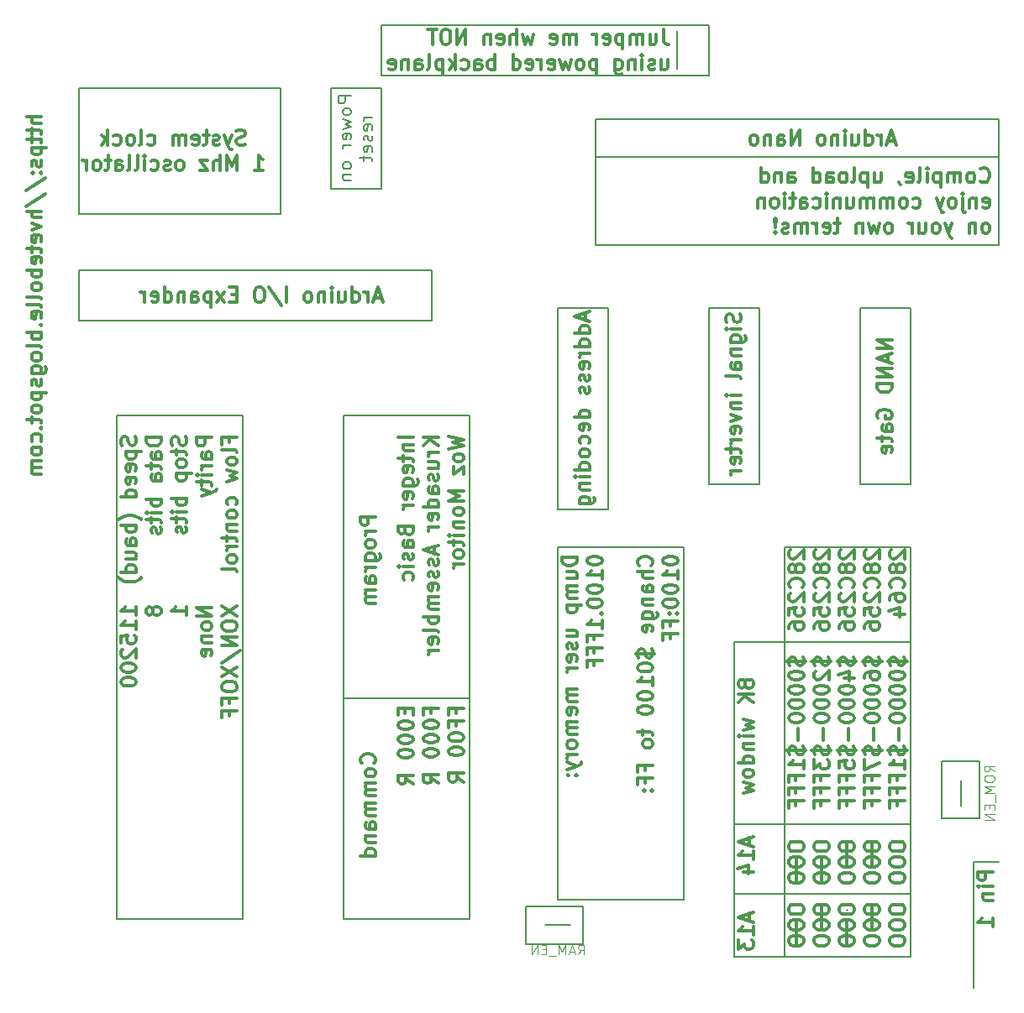
<source format=gbo>
G04 #@! TF.FileFunction,Legend,Bot*
%FSLAX46Y46*%
G04 Gerber Fmt 4.6, Leading zero omitted, Abs format (unit mm)*
G04 Created by KiCad (PCBNEW 4.0.7) date 01/13/19 15:56:07*
%MOMM*%
%LPD*%
G01*
G04 APERTURE LIST*
%ADD10C,0.100000*%
%ADD11C,0.300000*%
%ADD12C,0.200000*%
G04 APERTURE END LIST*
D10*
D11*
X118788571Y-51214999D02*
X117288571Y-51214999D01*
X118788571Y-51857856D02*
X118002857Y-51857856D01*
X117860000Y-51786427D01*
X117788571Y-51643570D01*
X117788571Y-51429285D01*
X117860000Y-51286427D01*
X117931429Y-51214999D01*
X117788571Y-52357856D02*
X117788571Y-52929285D01*
X117288571Y-52572142D02*
X118574286Y-52572142D01*
X118717143Y-52643570D01*
X118788571Y-52786428D01*
X118788571Y-52929285D01*
X117788571Y-53214999D02*
X117788571Y-53786428D01*
X117288571Y-53429285D02*
X118574286Y-53429285D01*
X118717143Y-53500713D01*
X118788571Y-53643571D01*
X118788571Y-53786428D01*
X117788571Y-54286428D02*
X119288571Y-54286428D01*
X117860000Y-54286428D02*
X117788571Y-54429285D01*
X117788571Y-54714999D01*
X117860000Y-54857856D01*
X117931429Y-54929285D01*
X118074286Y-55000714D01*
X118502857Y-55000714D01*
X118645714Y-54929285D01*
X118717143Y-54857856D01*
X118788571Y-54714999D01*
X118788571Y-54429285D01*
X118717143Y-54286428D01*
X118717143Y-55572142D02*
X118788571Y-55714999D01*
X118788571Y-56000714D01*
X118717143Y-56143571D01*
X118574286Y-56214999D01*
X118502857Y-56214999D01*
X118360000Y-56143571D01*
X118288571Y-56000714D01*
X118288571Y-55786428D01*
X118217143Y-55643571D01*
X118074286Y-55572142D01*
X118002857Y-55572142D01*
X117860000Y-55643571D01*
X117788571Y-55786428D01*
X117788571Y-56000714D01*
X117860000Y-56143571D01*
X118645714Y-56857857D02*
X118717143Y-56929285D01*
X118788571Y-56857857D01*
X118717143Y-56786428D01*
X118645714Y-56857857D01*
X118788571Y-56857857D01*
X117860000Y-56857857D02*
X117931429Y-56929285D01*
X118002857Y-56857857D01*
X117931429Y-56786428D01*
X117860000Y-56857857D01*
X118002857Y-56857857D01*
X117217143Y-58643571D02*
X119145714Y-57357857D01*
X117217143Y-60215000D02*
X119145714Y-58929286D01*
X118788571Y-60715001D02*
X117288571Y-60715001D01*
X118788571Y-61357858D02*
X118002857Y-61357858D01*
X117860000Y-61286429D01*
X117788571Y-61143572D01*
X117788571Y-60929287D01*
X117860000Y-60786429D01*
X117931429Y-60715001D01*
X117788571Y-61929287D02*
X118788571Y-62286430D01*
X117788571Y-62643572D01*
X118717143Y-63786429D02*
X118788571Y-63643572D01*
X118788571Y-63357858D01*
X118717143Y-63215001D01*
X118574286Y-63143572D01*
X118002857Y-63143572D01*
X117860000Y-63215001D01*
X117788571Y-63357858D01*
X117788571Y-63643572D01*
X117860000Y-63786429D01*
X118002857Y-63857858D01*
X118145714Y-63857858D01*
X118288571Y-63143572D01*
X117788571Y-64286429D02*
X117788571Y-64857858D01*
X117288571Y-64500715D02*
X118574286Y-64500715D01*
X118717143Y-64572143D01*
X118788571Y-64715001D01*
X118788571Y-64857858D01*
X118717143Y-65929286D02*
X118788571Y-65786429D01*
X118788571Y-65500715D01*
X118717143Y-65357858D01*
X118574286Y-65286429D01*
X118002857Y-65286429D01*
X117860000Y-65357858D01*
X117788571Y-65500715D01*
X117788571Y-65786429D01*
X117860000Y-65929286D01*
X118002857Y-66000715D01*
X118145714Y-66000715D01*
X118288571Y-65286429D01*
X118788571Y-66643572D02*
X117288571Y-66643572D01*
X117860000Y-66643572D02*
X117788571Y-66786429D01*
X117788571Y-67072143D01*
X117860000Y-67215000D01*
X117931429Y-67286429D01*
X118074286Y-67357858D01*
X118502857Y-67357858D01*
X118645714Y-67286429D01*
X118717143Y-67215000D01*
X118788571Y-67072143D01*
X118788571Y-66786429D01*
X118717143Y-66643572D01*
X118788571Y-68215001D02*
X118717143Y-68072143D01*
X118645714Y-68000715D01*
X118502857Y-67929286D01*
X118074286Y-67929286D01*
X117931429Y-68000715D01*
X117860000Y-68072143D01*
X117788571Y-68215001D01*
X117788571Y-68429286D01*
X117860000Y-68572143D01*
X117931429Y-68643572D01*
X118074286Y-68715001D01*
X118502857Y-68715001D01*
X118645714Y-68643572D01*
X118717143Y-68572143D01*
X118788571Y-68429286D01*
X118788571Y-68215001D01*
X118788571Y-69572144D02*
X118717143Y-69429286D01*
X118574286Y-69357858D01*
X117288571Y-69357858D01*
X118788571Y-70357858D02*
X118717143Y-70215000D01*
X118574286Y-70143572D01*
X117288571Y-70143572D01*
X118717143Y-71500714D02*
X118788571Y-71357857D01*
X118788571Y-71072143D01*
X118717143Y-70929286D01*
X118574286Y-70857857D01*
X118002857Y-70857857D01*
X117860000Y-70929286D01*
X117788571Y-71072143D01*
X117788571Y-71357857D01*
X117860000Y-71500714D01*
X118002857Y-71572143D01*
X118145714Y-71572143D01*
X118288571Y-70857857D01*
X118645714Y-72215000D02*
X118717143Y-72286428D01*
X118788571Y-72215000D01*
X118717143Y-72143571D01*
X118645714Y-72215000D01*
X118788571Y-72215000D01*
X118788571Y-72929286D02*
X117288571Y-72929286D01*
X117860000Y-72929286D02*
X117788571Y-73072143D01*
X117788571Y-73357857D01*
X117860000Y-73500714D01*
X117931429Y-73572143D01*
X118074286Y-73643572D01*
X118502857Y-73643572D01*
X118645714Y-73572143D01*
X118717143Y-73500714D01*
X118788571Y-73357857D01*
X118788571Y-73072143D01*
X118717143Y-72929286D01*
X118788571Y-74500715D02*
X118717143Y-74357857D01*
X118574286Y-74286429D01*
X117288571Y-74286429D01*
X118788571Y-75286429D02*
X118717143Y-75143571D01*
X118645714Y-75072143D01*
X118502857Y-75000714D01*
X118074286Y-75000714D01*
X117931429Y-75072143D01*
X117860000Y-75143571D01*
X117788571Y-75286429D01*
X117788571Y-75500714D01*
X117860000Y-75643571D01*
X117931429Y-75715000D01*
X118074286Y-75786429D01*
X118502857Y-75786429D01*
X118645714Y-75715000D01*
X118717143Y-75643571D01*
X118788571Y-75500714D01*
X118788571Y-75286429D01*
X117788571Y-77072143D02*
X119002857Y-77072143D01*
X119145714Y-77000714D01*
X119217143Y-76929286D01*
X119288571Y-76786429D01*
X119288571Y-76572143D01*
X119217143Y-76429286D01*
X118717143Y-77072143D02*
X118788571Y-76929286D01*
X118788571Y-76643572D01*
X118717143Y-76500714D01*
X118645714Y-76429286D01*
X118502857Y-76357857D01*
X118074286Y-76357857D01*
X117931429Y-76429286D01*
X117860000Y-76500714D01*
X117788571Y-76643572D01*
X117788571Y-76929286D01*
X117860000Y-77072143D01*
X118717143Y-77715000D02*
X118788571Y-77857857D01*
X118788571Y-78143572D01*
X118717143Y-78286429D01*
X118574286Y-78357857D01*
X118502857Y-78357857D01*
X118360000Y-78286429D01*
X118288571Y-78143572D01*
X118288571Y-77929286D01*
X118217143Y-77786429D01*
X118074286Y-77715000D01*
X118002857Y-77715000D01*
X117860000Y-77786429D01*
X117788571Y-77929286D01*
X117788571Y-78143572D01*
X117860000Y-78286429D01*
X117788571Y-79000715D02*
X119288571Y-79000715D01*
X117860000Y-79000715D02*
X117788571Y-79143572D01*
X117788571Y-79429286D01*
X117860000Y-79572143D01*
X117931429Y-79643572D01*
X118074286Y-79715001D01*
X118502857Y-79715001D01*
X118645714Y-79643572D01*
X118717143Y-79572143D01*
X118788571Y-79429286D01*
X118788571Y-79143572D01*
X118717143Y-79000715D01*
X118788571Y-80572144D02*
X118717143Y-80429286D01*
X118645714Y-80357858D01*
X118502857Y-80286429D01*
X118074286Y-80286429D01*
X117931429Y-80357858D01*
X117860000Y-80429286D01*
X117788571Y-80572144D01*
X117788571Y-80786429D01*
X117860000Y-80929286D01*
X117931429Y-81000715D01*
X118074286Y-81072144D01*
X118502857Y-81072144D01*
X118645714Y-81000715D01*
X118717143Y-80929286D01*
X118788571Y-80786429D01*
X118788571Y-80572144D01*
X117788571Y-81500715D02*
X117788571Y-82072144D01*
X117288571Y-81715001D02*
X118574286Y-81715001D01*
X118717143Y-81786429D01*
X118788571Y-81929287D01*
X118788571Y-82072144D01*
X118645714Y-82572144D02*
X118717143Y-82643572D01*
X118788571Y-82572144D01*
X118717143Y-82500715D01*
X118645714Y-82572144D01*
X118788571Y-82572144D01*
X118717143Y-83929287D02*
X118788571Y-83786430D01*
X118788571Y-83500716D01*
X118717143Y-83357858D01*
X118645714Y-83286430D01*
X118502857Y-83215001D01*
X118074286Y-83215001D01*
X117931429Y-83286430D01*
X117860000Y-83357858D01*
X117788571Y-83500716D01*
X117788571Y-83786430D01*
X117860000Y-83929287D01*
X118788571Y-84786430D02*
X118717143Y-84643572D01*
X118645714Y-84572144D01*
X118502857Y-84500715D01*
X118074286Y-84500715D01*
X117931429Y-84572144D01*
X117860000Y-84643572D01*
X117788571Y-84786430D01*
X117788571Y-85000715D01*
X117860000Y-85143572D01*
X117931429Y-85215001D01*
X118074286Y-85286430D01*
X118502857Y-85286430D01*
X118645714Y-85215001D01*
X118717143Y-85143572D01*
X118788571Y-85000715D01*
X118788571Y-84786430D01*
X118788571Y-85929287D02*
X117788571Y-85929287D01*
X117931429Y-85929287D02*
X117860000Y-86000715D01*
X117788571Y-86143573D01*
X117788571Y-86357858D01*
X117860000Y-86500715D01*
X118002857Y-86572144D01*
X118788571Y-86572144D01*
X118002857Y-86572144D02*
X117860000Y-86643573D01*
X117788571Y-86786430D01*
X117788571Y-87000715D01*
X117860000Y-87143573D01*
X118002857Y-87215001D01*
X118788571Y-87215001D01*
D12*
X169545000Y-132715000D02*
X172085000Y-132715000D01*
D10*
X172862619Y-135707381D02*
X173195953Y-135231190D01*
X173434048Y-135707381D02*
X173434048Y-134707381D01*
X173053095Y-134707381D01*
X172957857Y-134755000D01*
X172910238Y-134802619D01*
X172862619Y-134897857D01*
X172862619Y-135040714D01*
X172910238Y-135135952D01*
X172957857Y-135183571D01*
X173053095Y-135231190D01*
X173434048Y-135231190D01*
X172481667Y-135421667D02*
X172005476Y-135421667D01*
X172576905Y-135707381D02*
X172243572Y-134707381D01*
X171910238Y-135707381D01*
X171576905Y-135707381D02*
X171576905Y-134707381D01*
X171243571Y-135421667D01*
X170910238Y-134707381D01*
X170910238Y-135707381D01*
X170672143Y-135802619D02*
X169910238Y-135802619D01*
X169672143Y-135183571D02*
X169338809Y-135183571D01*
X169195952Y-135707381D02*
X169672143Y-135707381D01*
X169672143Y-134707381D01*
X169195952Y-134707381D01*
X168767381Y-135707381D02*
X168767381Y-134707381D01*
X168195952Y-135707381D01*
X168195952Y-134707381D01*
D12*
X167640000Y-134620000D02*
X167640000Y-130810000D01*
X173355000Y-134620000D02*
X167640000Y-134620000D01*
X173355000Y-130810000D02*
X173355000Y-134620000D01*
X167640000Y-130810000D02*
X173355000Y-130810000D01*
X212725000Y-133985000D02*
X212725000Y-139065000D01*
D10*
X214828381Y-117237143D02*
X214352190Y-116903809D01*
X214828381Y-116665714D02*
X213828381Y-116665714D01*
X213828381Y-117046667D01*
X213876000Y-117141905D01*
X213923619Y-117189524D01*
X214018857Y-117237143D01*
X214161714Y-117237143D01*
X214256952Y-117189524D01*
X214304571Y-117141905D01*
X214352190Y-117046667D01*
X214352190Y-116665714D01*
X213828381Y-117856190D02*
X213828381Y-118046667D01*
X213876000Y-118141905D01*
X213971238Y-118237143D01*
X214161714Y-118284762D01*
X214495048Y-118284762D01*
X214685524Y-118237143D01*
X214780762Y-118141905D01*
X214828381Y-118046667D01*
X214828381Y-117856190D01*
X214780762Y-117760952D01*
X214685524Y-117665714D01*
X214495048Y-117618095D01*
X214161714Y-117618095D01*
X213971238Y-117665714D01*
X213876000Y-117760952D01*
X213828381Y-117856190D01*
X214828381Y-118713333D02*
X213828381Y-118713333D01*
X214542667Y-119046667D01*
X213828381Y-119380000D01*
X214828381Y-119380000D01*
X214923619Y-119618095D02*
X214923619Y-120380000D01*
X214304571Y-120618095D02*
X214304571Y-120951429D01*
X214828381Y-121094286D02*
X214828381Y-120618095D01*
X213828381Y-120618095D01*
X213828381Y-121094286D01*
X214828381Y-121522857D02*
X213828381Y-121522857D01*
X214828381Y-122094286D01*
X213828381Y-122094286D01*
D12*
X211455000Y-118110000D02*
X211455000Y-120650000D01*
X209550000Y-116205000D02*
X209550000Y-121920000D01*
X213360000Y-116205000D02*
X209550000Y-116205000D01*
X213360000Y-121920000D02*
X213360000Y-116205000D01*
X209550000Y-121920000D02*
X213360000Y-121920000D01*
X153035000Y-46990000D02*
X157480000Y-46990000D01*
X153035000Y-41910000D02*
X153035000Y-46990000D01*
X157480000Y-41910000D02*
X153035000Y-41910000D01*
X157480000Y-41910000D02*
X158750000Y-41910000D01*
X158750000Y-46990000D02*
X157480000Y-46990000D01*
D11*
X181459286Y-42353571D02*
X181459286Y-43425000D01*
X181530714Y-43639286D01*
X181673571Y-43782143D01*
X181887857Y-43853571D01*
X182030714Y-43853571D01*
X180102143Y-42853571D02*
X180102143Y-43853571D01*
X180745000Y-42853571D02*
X180745000Y-43639286D01*
X180673572Y-43782143D01*
X180530714Y-43853571D01*
X180316429Y-43853571D01*
X180173572Y-43782143D01*
X180102143Y-43710714D01*
X179387857Y-43853571D02*
X179387857Y-42853571D01*
X179387857Y-42996429D02*
X179316429Y-42925000D01*
X179173571Y-42853571D01*
X178959286Y-42853571D01*
X178816429Y-42925000D01*
X178745000Y-43067857D01*
X178745000Y-43853571D01*
X178745000Y-43067857D02*
X178673571Y-42925000D01*
X178530714Y-42853571D01*
X178316429Y-42853571D01*
X178173571Y-42925000D01*
X178102143Y-43067857D01*
X178102143Y-43853571D01*
X177387857Y-42853571D02*
X177387857Y-44353571D01*
X177387857Y-42925000D02*
X177245000Y-42853571D01*
X176959286Y-42853571D01*
X176816429Y-42925000D01*
X176745000Y-42996429D01*
X176673571Y-43139286D01*
X176673571Y-43567857D01*
X176745000Y-43710714D01*
X176816429Y-43782143D01*
X176959286Y-43853571D01*
X177245000Y-43853571D01*
X177387857Y-43782143D01*
X175459286Y-43782143D02*
X175602143Y-43853571D01*
X175887857Y-43853571D01*
X176030714Y-43782143D01*
X176102143Y-43639286D01*
X176102143Y-43067857D01*
X176030714Y-42925000D01*
X175887857Y-42853571D01*
X175602143Y-42853571D01*
X175459286Y-42925000D01*
X175387857Y-43067857D01*
X175387857Y-43210714D01*
X176102143Y-43353571D01*
X174745000Y-43853571D02*
X174745000Y-42853571D01*
X174745000Y-43139286D02*
X174673572Y-42996429D01*
X174602143Y-42925000D01*
X174459286Y-42853571D01*
X174316429Y-42853571D01*
X172673572Y-43853571D02*
X172673572Y-42853571D01*
X172673572Y-42996429D02*
X172602144Y-42925000D01*
X172459286Y-42853571D01*
X172245001Y-42853571D01*
X172102144Y-42925000D01*
X172030715Y-43067857D01*
X172030715Y-43853571D01*
X172030715Y-43067857D02*
X171959286Y-42925000D01*
X171816429Y-42853571D01*
X171602144Y-42853571D01*
X171459286Y-42925000D01*
X171387858Y-43067857D01*
X171387858Y-43853571D01*
X170102144Y-43782143D02*
X170245001Y-43853571D01*
X170530715Y-43853571D01*
X170673572Y-43782143D01*
X170745001Y-43639286D01*
X170745001Y-43067857D01*
X170673572Y-42925000D01*
X170530715Y-42853571D01*
X170245001Y-42853571D01*
X170102144Y-42925000D01*
X170030715Y-43067857D01*
X170030715Y-43210714D01*
X170745001Y-43353571D01*
X168387858Y-42853571D02*
X168102144Y-43853571D01*
X167816430Y-43139286D01*
X167530715Y-43853571D01*
X167245001Y-42853571D01*
X166673572Y-43853571D02*
X166673572Y-42353571D01*
X166030715Y-43853571D02*
X166030715Y-43067857D01*
X166102144Y-42925000D01*
X166245001Y-42853571D01*
X166459286Y-42853571D01*
X166602144Y-42925000D01*
X166673572Y-42996429D01*
X164745001Y-43782143D02*
X164887858Y-43853571D01*
X165173572Y-43853571D01*
X165316429Y-43782143D01*
X165387858Y-43639286D01*
X165387858Y-43067857D01*
X165316429Y-42925000D01*
X165173572Y-42853571D01*
X164887858Y-42853571D01*
X164745001Y-42925000D01*
X164673572Y-43067857D01*
X164673572Y-43210714D01*
X165387858Y-43353571D01*
X164030715Y-42853571D02*
X164030715Y-43853571D01*
X164030715Y-42996429D02*
X163959287Y-42925000D01*
X163816429Y-42853571D01*
X163602144Y-42853571D01*
X163459287Y-42925000D01*
X163387858Y-43067857D01*
X163387858Y-43853571D01*
X161530715Y-43853571D02*
X161530715Y-42353571D01*
X160673572Y-43853571D01*
X160673572Y-42353571D01*
X159673572Y-42353571D02*
X159387858Y-42353571D01*
X159245000Y-42425000D01*
X159102143Y-42567857D01*
X159030715Y-42853571D01*
X159030715Y-43353571D01*
X159102143Y-43639286D01*
X159245000Y-43782143D01*
X159387858Y-43853571D01*
X159673572Y-43853571D01*
X159816429Y-43782143D01*
X159959286Y-43639286D01*
X160030715Y-43353571D01*
X160030715Y-42853571D01*
X159959286Y-42567857D01*
X159816429Y-42425000D01*
X159673572Y-42353571D01*
X158602143Y-42353571D02*
X157745000Y-42353571D01*
X158173571Y-43853571D02*
X158173571Y-42353571D01*
X181245000Y-45403571D02*
X181245000Y-46403571D01*
X181887857Y-45403571D02*
X181887857Y-46189286D01*
X181816429Y-46332143D01*
X181673571Y-46403571D01*
X181459286Y-46403571D01*
X181316429Y-46332143D01*
X181245000Y-46260714D01*
X180602143Y-46332143D02*
X180459286Y-46403571D01*
X180173571Y-46403571D01*
X180030714Y-46332143D01*
X179959286Y-46189286D01*
X179959286Y-46117857D01*
X180030714Y-45975000D01*
X180173571Y-45903571D01*
X180387857Y-45903571D01*
X180530714Y-45832143D01*
X180602143Y-45689286D01*
X180602143Y-45617857D01*
X180530714Y-45475000D01*
X180387857Y-45403571D01*
X180173571Y-45403571D01*
X180030714Y-45475000D01*
X179316428Y-46403571D02*
X179316428Y-45403571D01*
X179316428Y-44903571D02*
X179387857Y-44975000D01*
X179316428Y-45046429D01*
X179245000Y-44975000D01*
X179316428Y-44903571D01*
X179316428Y-45046429D01*
X178602142Y-45403571D02*
X178602142Y-46403571D01*
X178602142Y-45546429D02*
X178530714Y-45475000D01*
X178387856Y-45403571D01*
X178173571Y-45403571D01*
X178030714Y-45475000D01*
X177959285Y-45617857D01*
X177959285Y-46403571D01*
X176602142Y-45403571D02*
X176602142Y-46617857D01*
X176673571Y-46760714D01*
X176744999Y-46832143D01*
X176887856Y-46903571D01*
X177102142Y-46903571D01*
X177244999Y-46832143D01*
X176602142Y-46332143D02*
X176744999Y-46403571D01*
X177030713Y-46403571D01*
X177173571Y-46332143D01*
X177244999Y-46260714D01*
X177316428Y-46117857D01*
X177316428Y-45689286D01*
X177244999Y-45546429D01*
X177173571Y-45475000D01*
X177030713Y-45403571D01*
X176744999Y-45403571D01*
X176602142Y-45475000D01*
X174744999Y-45403571D02*
X174744999Y-46903571D01*
X174744999Y-45475000D02*
X174602142Y-45403571D01*
X174316428Y-45403571D01*
X174173571Y-45475000D01*
X174102142Y-45546429D01*
X174030713Y-45689286D01*
X174030713Y-46117857D01*
X174102142Y-46260714D01*
X174173571Y-46332143D01*
X174316428Y-46403571D01*
X174602142Y-46403571D01*
X174744999Y-46332143D01*
X173173570Y-46403571D02*
X173316428Y-46332143D01*
X173387856Y-46260714D01*
X173459285Y-46117857D01*
X173459285Y-45689286D01*
X173387856Y-45546429D01*
X173316428Y-45475000D01*
X173173570Y-45403571D01*
X172959285Y-45403571D01*
X172816428Y-45475000D01*
X172744999Y-45546429D01*
X172673570Y-45689286D01*
X172673570Y-46117857D01*
X172744999Y-46260714D01*
X172816428Y-46332143D01*
X172959285Y-46403571D01*
X173173570Y-46403571D01*
X172173570Y-45403571D02*
X171887856Y-46403571D01*
X171602142Y-45689286D01*
X171316427Y-46403571D01*
X171030713Y-45403571D01*
X169887856Y-46332143D02*
X170030713Y-46403571D01*
X170316427Y-46403571D01*
X170459284Y-46332143D01*
X170530713Y-46189286D01*
X170530713Y-45617857D01*
X170459284Y-45475000D01*
X170316427Y-45403571D01*
X170030713Y-45403571D01*
X169887856Y-45475000D01*
X169816427Y-45617857D01*
X169816427Y-45760714D01*
X170530713Y-45903571D01*
X169173570Y-46403571D02*
X169173570Y-45403571D01*
X169173570Y-45689286D02*
X169102142Y-45546429D01*
X169030713Y-45475000D01*
X168887856Y-45403571D01*
X168744999Y-45403571D01*
X167673571Y-46332143D02*
X167816428Y-46403571D01*
X168102142Y-46403571D01*
X168244999Y-46332143D01*
X168316428Y-46189286D01*
X168316428Y-45617857D01*
X168244999Y-45475000D01*
X168102142Y-45403571D01*
X167816428Y-45403571D01*
X167673571Y-45475000D01*
X167602142Y-45617857D01*
X167602142Y-45760714D01*
X168316428Y-45903571D01*
X166316428Y-46403571D02*
X166316428Y-44903571D01*
X166316428Y-46332143D02*
X166459285Y-46403571D01*
X166744999Y-46403571D01*
X166887857Y-46332143D01*
X166959285Y-46260714D01*
X167030714Y-46117857D01*
X167030714Y-45689286D01*
X166959285Y-45546429D01*
X166887857Y-45475000D01*
X166744999Y-45403571D01*
X166459285Y-45403571D01*
X166316428Y-45475000D01*
X164459285Y-46403571D02*
X164459285Y-44903571D01*
X164459285Y-45475000D02*
X164316428Y-45403571D01*
X164030714Y-45403571D01*
X163887857Y-45475000D01*
X163816428Y-45546429D01*
X163744999Y-45689286D01*
X163744999Y-46117857D01*
X163816428Y-46260714D01*
X163887857Y-46332143D01*
X164030714Y-46403571D01*
X164316428Y-46403571D01*
X164459285Y-46332143D01*
X162459285Y-46403571D02*
X162459285Y-45617857D01*
X162530714Y-45475000D01*
X162673571Y-45403571D01*
X162959285Y-45403571D01*
X163102142Y-45475000D01*
X162459285Y-46332143D02*
X162602142Y-46403571D01*
X162959285Y-46403571D01*
X163102142Y-46332143D01*
X163173571Y-46189286D01*
X163173571Y-46046429D01*
X163102142Y-45903571D01*
X162959285Y-45832143D01*
X162602142Y-45832143D01*
X162459285Y-45760714D01*
X161102142Y-46332143D02*
X161244999Y-46403571D01*
X161530713Y-46403571D01*
X161673571Y-46332143D01*
X161744999Y-46260714D01*
X161816428Y-46117857D01*
X161816428Y-45689286D01*
X161744999Y-45546429D01*
X161673571Y-45475000D01*
X161530713Y-45403571D01*
X161244999Y-45403571D01*
X161102142Y-45475000D01*
X160459285Y-46403571D02*
X160459285Y-44903571D01*
X160316428Y-45832143D02*
X159887857Y-46403571D01*
X159887857Y-45403571D02*
X160459285Y-45975000D01*
X159244999Y-45403571D02*
X159244999Y-46903571D01*
X159244999Y-45475000D02*
X159102142Y-45403571D01*
X158816428Y-45403571D01*
X158673571Y-45475000D01*
X158602142Y-45546429D01*
X158530713Y-45689286D01*
X158530713Y-46117857D01*
X158602142Y-46260714D01*
X158673571Y-46332143D01*
X158816428Y-46403571D01*
X159102142Y-46403571D01*
X159244999Y-46332143D01*
X157673570Y-46403571D02*
X157816428Y-46332143D01*
X157887856Y-46189286D01*
X157887856Y-44903571D01*
X156459285Y-46403571D02*
X156459285Y-45617857D01*
X156530714Y-45475000D01*
X156673571Y-45403571D01*
X156959285Y-45403571D01*
X157102142Y-45475000D01*
X156459285Y-46332143D02*
X156602142Y-46403571D01*
X156959285Y-46403571D01*
X157102142Y-46332143D01*
X157173571Y-46189286D01*
X157173571Y-46046429D01*
X157102142Y-45903571D01*
X156959285Y-45832143D01*
X156602142Y-45832143D01*
X156459285Y-45760714D01*
X155744999Y-45403571D02*
X155744999Y-46403571D01*
X155744999Y-45546429D02*
X155673571Y-45475000D01*
X155530713Y-45403571D01*
X155316428Y-45403571D01*
X155173571Y-45475000D01*
X155102142Y-45617857D01*
X155102142Y-46403571D01*
X153816428Y-46332143D02*
X153959285Y-46403571D01*
X154244999Y-46403571D01*
X154387856Y-46332143D01*
X154459285Y-46189286D01*
X154459285Y-45617857D01*
X154387856Y-45475000D01*
X154244999Y-45403571D01*
X153959285Y-45403571D01*
X153816428Y-45475000D01*
X153744999Y-45617857D01*
X153744999Y-45760714D01*
X154459285Y-45903571D01*
X214673571Y-127357143D02*
X213173571Y-127357143D01*
X213173571Y-127928571D01*
X213245000Y-128071429D01*
X213316429Y-128142857D01*
X213459286Y-128214286D01*
X213673571Y-128214286D01*
X213816429Y-128142857D01*
X213887857Y-128071429D01*
X213959286Y-127928571D01*
X213959286Y-127357143D01*
X214673571Y-128857143D02*
X213673571Y-128857143D01*
X213173571Y-128857143D02*
X213245000Y-128785714D01*
X213316429Y-128857143D01*
X213245000Y-128928571D01*
X213173571Y-128857143D01*
X213316429Y-128857143D01*
X213673571Y-129571429D02*
X214673571Y-129571429D01*
X213816429Y-129571429D02*
X213745000Y-129642857D01*
X213673571Y-129785715D01*
X213673571Y-130000000D01*
X213745000Y-130142857D01*
X213887857Y-130214286D01*
X214673571Y-130214286D01*
X214673571Y-132857143D02*
X214673571Y-132000000D01*
X214673571Y-132428572D02*
X213173571Y-132428572D01*
X213387857Y-132285715D01*
X213530714Y-132142857D01*
X213602143Y-132000000D01*
D12*
X212725000Y-126365000D02*
X212725000Y-133985000D01*
X215265000Y-126365000D02*
X212725000Y-126365000D01*
X182880000Y-42545000D02*
X182880000Y-46355000D01*
X158750000Y-46990000D02*
X186055000Y-46990000D01*
X186055000Y-41910000D02*
X158750000Y-41910000D01*
X186055000Y-46990000D02*
X186055000Y-41910000D01*
X215265000Y-55245000D02*
X174625000Y-55245000D01*
D11*
X204770715Y-53590000D02*
X204056429Y-53590000D01*
X204913572Y-54018571D02*
X204413572Y-52518571D01*
X203913572Y-54018571D01*
X203413572Y-54018571D02*
X203413572Y-53018571D01*
X203413572Y-53304286D02*
X203342144Y-53161429D01*
X203270715Y-53090000D01*
X203127858Y-53018571D01*
X202985001Y-53018571D01*
X201842144Y-54018571D02*
X201842144Y-52518571D01*
X201842144Y-53947143D02*
X201985001Y-54018571D01*
X202270715Y-54018571D01*
X202413573Y-53947143D01*
X202485001Y-53875714D01*
X202556430Y-53732857D01*
X202556430Y-53304286D01*
X202485001Y-53161429D01*
X202413573Y-53090000D01*
X202270715Y-53018571D01*
X201985001Y-53018571D01*
X201842144Y-53090000D01*
X200485001Y-53018571D02*
X200485001Y-54018571D01*
X201127858Y-53018571D02*
X201127858Y-53804286D01*
X201056430Y-53947143D01*
X200913572Y-54018571D01*
X200699287Y-54018571D01*
X200556430Y-53947143D01*
X200485001Y-53875714D01*
X199770715Y-54018571D02*
X199770715Y-53018571D01*
X199770715Y-52518571D02*
X199842144Y-52590000D01*
X199770715Y-52661429D01*
X199699287Y-52590000D01*
X199770715Y-52518571D01*
X199770715Y-52661429D01*
X199056429Y-53018571D02*
X199056429Y-54018571D01*
X199056429Y-53161429D02*
X198985001Y-53090000D01*
X198842143Y-53018571D01*
X198627858Y-53018571D01*
X198485001Y-53090000D01*
X198413572Y-53232857D01*
X198413572Y-54018571D01*
X197485000Y-54018571D02*
X197627858Y-53947143D01*
X197699286Y-53875714D01*
X197770715Y-53732857D01*
X197770715Y-53304286D01*
X197699286Y-53161429D01*
X197627858Y-53090000D01*
X197485000Y-53018571D01*
X197270715Y-53018571D01*
X197127858Y-53090000D01*
X197056429Y-53161429D01*
X196985000Y-53304286D01*
X196985000Y-53732857D01*
X197056429Y-53875714D01*
X197127858Y-53947143D01*
X197270715Y-54018571D01*
X197485000Y-54018571D01*
X195199286Y-54018571D02*
X195199286Y-52518571D01*
X194342143Y-54018571D01*
X194342143Y-52518571D01*
X192985000Y-54018571D02*
X192985000Y-53232857D01*
X193056429Y-53090000D01*
X193199286Y-53018571D01*
X193485000Y-53018571D01*
X193627857Y-53090000D01*
X192985000Y-53947143D02*
X193127857Y-54018571D01*
X193485000Y-54018571D01*
X193627857Y-53947143D01*
X193699286Y-53804286D01*
X193699286Y-53661429D01*
X193627857Y-53518571D01*
X193485000Y-53447143D01*
X193127857Y-53447143D01*
X192985000Y-53375714D01*
X192270714Y-53018571D02*
X192270714Y-54018571D01*
X192270714Y-53161429D02*
X192199286Y-53090000D01*
X192056428Y-53018571D01*
X191842143Y-53018571D01*
X191699286Y-53090000D01*
X191627857Y-53232857D01*
X191627857Y-54018571D01*
X190699285Y-54018571D02*
X190842143Y-53947143D01*
X190913571Y-53875714D01*
X190985000Y-53732857D01*
X190985000Y-53304286D01*
X190913571Y-53161429D01*
X190842143Y-53090000D01*
X190699285Y-53018571D01*
X190485000Y-53018571D01*
X190342143Y-53090000D01*
X190270714Y-53161429D01*
X190199285Y-53304286D01*
X190199285Y-53732857D01*
X190270714Y-53875714D01*
X190342143Y-53947143D01*
X190485000Y-54018571D01*
X190699285Y-54018571D01*
X213415714Y-57675714D02*
X213487143Y-57747143D01*
X213701429Y-57818571D01*
X213844286Y-57818571D01*
X214058571Y-57747143D01*
X214201429Y-57604286D01*
X214272857Y-57461429D01*
X214344286Y-57175714D01*
X214344286Y-56961429D01*
X214272857Y-56675714D01*
X214201429Y-56532857D01*
X214058571Y-56390000D01*
X213844286Y-56318571D01*
X213701429Y-56318571D01*
X213487143Y-56390000D01*
X213415714Y-56461429D01*
X212558571Y-57818571D02*
X212701429Y-57747143D01*
X212772857Y-57675714D01*
X212844286Y-57532857D01*
X212844286Y-57104286D01*
X212772857Y-56961429D01*
X212701429Y-56890000D01*
X212558571Y-56818571D01*
X212344286Y-56818571D01*
X212201429Y-56890000D01*
X212130000Y-56961429D01*
X212058571Y-57104286D01*
X212058571Y-57532857D01*
X212130000Y-57675714D01*
X212201429Y-57747143D01*
X212344286Y-57818571D01*
X212558571Y-57818571D01*
X211415714Y-57818571D02*
X211415714Y-56818571D01*
X211415714Y-56961429D02*
X211344286Y-56890000D01*
X211201428Y-56818571D01*
X210987143Y-56818571D01*
X210844286Y-56890000D01*
X210772857Y-57032857D01*
X210772857Y-57818571D01*
X210772857Y-57032857D02*
X210701428Y-56890000D01*
X210558571Y-56818571D01*
X210344286Y-56818571D01*
X210201428Y-56890000D01*
X210130000Y-57032857D01*
X210130000Y-57818571D01*
X209415714Y-56818571D02*
X209415714Y-58318571D01*
X209415714Y-56890000D02*
X209272857Y-56818571D01*
X208987143Y-56818571D01*
X208844286Y-56890000D01*
X208772857Y-56961429D01*
X208701428Y-57104286D01*
X208701428Y-57532857D01*
X208772857Y-57675714D01*
X208844286Y-57747143D01*
X208987143Y-57818571D01*
X209272857Y-57818571D01*
X209415714Y-57747143D01*
X208058571Y-57818571D02*
X208058571Y-56818571D01*
X208058571Y-56318571D02*
X208130000Y-56390000D01*
X208058571Y-56461429D01*
X207987143Y-56390000D01*
X208058571Y-56318571D01*
X208058571Y-56461429D01*
X207129999Y-57818571D02*
X207272857Y-57747143D01*
X207344285Y-57604286D01*
X207344285Y-56318571D01*
X205987143Y-57747143D02*
X206130000Y-57818571D01*
X206415714Y-57818571D01*
X206558571Y-57747143D01*
X206630000Y-57604286D01*
X206630000Y-57032857D01*
X206558571Y-56890000D01*
X206415714Y-56818571D01*
X206130000Y-56818571D01*
X205987143Y-56890000D01*
X205915714Y-57032857D01*
X205915714Y-57175714D01*
X206630000Y-57318571D01*
X205201429Y-57747143D02*
X205201429Y-57818571D01*
X205272857Y-57961429D01*
X205344286Y-58032857D01*
X202772857Y-56818571D02*
X202772857Y-57818571D01*
X203415714Y-56818571D02*
X203415714Y-57604286D01*
X203344286Y-57747143D01*
X203201428Y-57818571D01*
X202987143Y-57818571D01*
X202844286Y-57747143D01*
X202772857Y-57675714D01*
X202058571Y-56818571D02*
X202058571Y-58318571D01*
X202058571Y-56890000D02*
X201915714Y-56818571D01*
X201630000Y-56818571D01*
X201487143Y-56890000D01*
X201415714Y-56961429D01*
X201344285Y-57104286D01*
X201344285Y-57532857D01*
X201415714Y-57675714D01*
X201487143Y-57747143D01*
X201630000Y-57818571D01*
X201915714Y-57818571D01*
X202058571Y-57747143D01*
X200487142Y-57818571D02*
X200630000Y-57747143D01*
X200701428Y-57604286D01*
X200701428Y-56318571D01*
X199701428Y-57818571D02*
X199844286Y-57747143D01*
X199915714Y-57675714D01*
X199987143Y-57532857D01*
X199987143Y-57104286D01*
X199915714Y-56961429D01*
X199844286Y-56890000D01*
X199701428Y-56818571D01*
X199487143Y-56818571D01*
X199344286Y-56890000D01*
X199272857Y-56961429D01*
X199201428Y-57104286D01*
X199201428Y-57532857D01*
X199272857Y-57675714D01*
X199344286Y-57747143D01*
X199487143Y-57818571D01*
X199701428Y-57818571D01*
X197915714Y-57818571D02*
X197915714Y-57032857D01*
X197987143Y-56890000D01*
X198130000Y-56818571D01*
X198415714Y-56818571D01*
X198558571Y-56890000D01*
X197915714Y-57747143D02*
X198058571Y-57818571D01*
X198415714Y-57818571D01*
X198558571Y-57747143D01*
X198630000Y-57604286D01*
X198630000Y-57461429D01*
X198558571Y-57318571D01*
X198415714Y-57247143D01*
X198058571Y-57247143D01*
X197915714Y-57175714D01*
X196558571Y-57818571D02*
X196558571Y-56318571D01*
X196558571Y-57747143D02*
X196701428Y-57818571D01*
X196987142Y-57818571D01*
X197130000Y-57747143D01*
X197201428Y-57675714D01*
X197272857Y-57532857D01*
X197272857Y-57104286D01*
X197201428Y-56961429D01*
X197130000Y-56890000D01*
X196987142Y-56818571D01*
X196701428Y-56818571D01*
X196558571Y-56890000D01*
X194058571Y-57818571D02*
X194058571Y-57032857D01*
X194130000Y-56890000D01*
X194272857Y-56818571D01*
X194558571Y-56818571D01*
X194701428Y-56890000D01*
X194058571Y-57747143D02*
X194201428Y-57818571D01*
X194558571Y-57818571D01*
X194701428Y-57747143D01*
X194772857Y-57604286D01*
X194772857Y-57461429D01*
X194701428Y-57318571D01*
X194558571Y-57247143D01*
X194201428Y-57247143D01*
X194058571Y-57175714D01*
X193344285Y-56818571D02*
X193344285Y-57818571D01*
X193344285Y-56961429D02*
X193272857Y-56890000D01*
X193129999Y-56818571D01*
X192915714Y-56818571D01*
X192772857Y-56890000D01*
X192701428Y-57032857D01*
X192701428Y-57818571D01*
X191344285Y-57818571D02*
X191344285Y-56318571D01*
X191344285Y-57747143D02*
X191487142Y-57818571D01*
X191772856Y-57818571D01*
X191915714Y-57747143D01*
X191987142Y-57675714D01*
X192058571Y-57532857D01*
X192058571Y-57104286D01*
X191987142Y-56961429D01*
X191915714Y-56890000D01*
X191772856Y-56818571D01*
X191487142Y-56818571D01*
X191344285Y-56890000D01*
X213701429Y-60297143D02*
X213844286Y-60368571D01*
X214130000Y-60368571D01*
X214272857Y-60297143D01*
X214344286Y-60154286D01*
X214344286Y-59582857D01*
X214272857Y-59440000D01*
X214130000Y-59368571D01*
X213844286Y-59368571D01*
X213701429Y-59440000D01*
X213630000Y-59582857D01*
X213630000Y-59725714D01*
X214344286Y-59868571D01*
X212987143Y-59368571D02*
X212987143Y-60368571D01*
X212987143Y-59511429D02*
X212915715Y-59440000D01*
X212772857Y-59368571D01*
X212558572Y-59368571D01*
X212415715Y-59440000D01*
X212344286Y-59582857D01*
X212344286Y-60368571D01*
X211630000Y-59368571D02*
X211630000Y-60654286D01*
X211701429Y-60797143D01*
X211844286Y-60868571D01*
X211915714Y-60868571D01*
X211630000Y-58868571D02*
X211701429Y-58940000D01*
X211630000Y-59011429D01*
X211558572Y-58940000D01*
X211630000Y-58868571D01*
X211630000Y-59011429D01*
X210701428Y-60368571D02*
X210844286Y-60297143D01*
X210915714Y-60225714D01*
X210987143Y-60082857D01*
X210987143Y-59654286D01*
X210915714Y-59511429D01*
X210844286Y-59440000D01*
X210701428Y-59368571D01*
X210487143Y-59368571D01*
X210344286Y-59440000D01*
X210272857Y-59511429D01*
X210201428Y-59654286D01*
X210201428Y-60082857D01*
X210272857Y-60225714D01*
X210344286Y-60297143D01*
X210487143Y-60368571D01*
X210701428Y-60368571D01*
X209701428Y-59368571D02*
X209344285Y-60368571D01*
X208987143Y-59368571D02*
X209344285Y-60368571D01*
X209487143Y-60725714D01*
X209558571Y-60797143D01*
X209701428Y-60868571D01*
X206630000Y-60297143D02*
X206772857Y-60368571D01*
X207058571Y-60368571D01*
X207201429Y-60297143D01*
X207272857Y-60225714D01*
X207344286Y-60082857D01*
X207344286Y-59654286D01*
X207272857Y-59511429D01*
X207201429Y-59440000D01*
X207058571Y-59368571D01*
X206772857Y-59368571D01*
X206630000Y-59440000D01*
X205772857Y-60368571D02*
X205915715Y-60297143D01*
X205987143Y-60225714D01*
X206058572Y-60082857D01*
X206058572Y-59654286D01*
X205987143Y-59511429D01*
X205915715Y-59440000D01*
X205772857Y-59368571D01*
X205558572Y-59368571D01*
X205415715Y-59440000D01*
X205344286Y-59511429D01*
X205272857Y-59654286D01*
X205272857Y-60082857D01*
X205344286Y-60225714D01*
X205415715Y-60297143D01*
X205558572Y-60368571D01*
X205772857Y-60368571D01*
X204630000Y-60368571D02*
X204630000Y-59368571D01*
X204630000Y-59511429D02*
X204558572Y-59440000D01*
X204415714Y-59368571D01*
X204201429Y-59368571D01*
X204058572Y-59440000D01*
X203987143Y-59582857D01*
X203987143Y-60368571D01*
X203987143Y-59582857D02*
X203915714Y-59440000D01*
X203772857Y-59368571D01*
X203558572Y-59368571D01*
X203415714Y-59440000D01*
X203344286Y-59582857D01*
X203344286Y-60368571D01*
X202630000Y-60368571D02*
X202630000Y-59368571D01*
X202630000Y-59511429D02*
X202558572Y-59440000D01*
X202415714Y-59368571D01*
X202201429Y-59368571D01*
X202058572Y-59440000D01*
X201987143Y-59582857D01*
X201987143Y-60368571D01*
X201987143Y-59582857D02*
X201915714Y-59440000D01*
X201772857Y-59368571D01*
X201558572Y-59368571D01*
X201415714Y-59440000D01*
X201344286Y-59582857D01*
X201344286Y-60368571D01*
X199987143Y-59368571D02*
X199987143Y-60368571D01*
X200630000Y-59368571D02*
X200630000Y-60154286D01*
X200558572Y-60297143D01*
X200415714Y-60368571D01*
X200201429Y-60368571D01*
X200058572Y-60297143D01*
X199987143Y-60225714D01*
X199272857Y-59368571D02*
X199272857Y-60368571D01*
X199272857Y-59511429D02*
X199201429Y-59440000D01*
X199058571Y-59368571D01*
X198844286Y-59368571D01*
X198701429Y-59440000D01*
X198630000Y-59582857D01*
X198630000Y-60368571D01*
X197915714Y-60368571D02*
X197915714Y-59368571D01*
X197915714Y-58868571D02*
X197987143Y-58940000D01*
X197915714Y-59011429D01*
X197844286Y-58940000D01*
X197915714Y-58868571D01*
X197915714Y-59011429D01*
X196558571Y-60297143D02*
X196701428Y-60368571D01*
X196987142Y-60368571D01*
X197130000Y-60297143D01*
X197201428Y-60225714D01*
X197272857Y-60082857D01*
X197272857Y-59654286D01*
X197201428Y-59511429D01*
X197130000Y-59440000D01*
X196987142Y-59368571D01*
X196701428Y-59368571D01*
X196558571Y-59440000D01*
X195272857Y-60368571D02*
X195272857Y-59582857D01*
X195344286Y-59440000D01*
X195487143Y-59368571D01*
X195772857Y-59368571D01*
X195915714Y-59440000D01*
X195272857Y-60297143D02*
X195415714Y-60368571D01*
X195772857Y-60368571D01*
X195915714Y-60297143D01*
X195987143Y-60154286D01*
X195987143Y-60011429D01*
X195915714Y-59868571D01*
X195772857Y-59797143D01*
X195415714Y-59797143D01*
X195272857Y-59725714D01*
X194772857Y-59368571D02*
X194201428Y-59368571D01*
X194558571Y-58868571D02*
X194558571Y-60154286D01*
X194487143Y-60297143D01*
X194344285Y-60368571D01*
X194201428Y-60368571D01*
X193701428Y-60368571D02*
X193701428Y-59368571D01*
X193701428Y-58868571D02*
X193772857Y-58940000D01*
X193701428Y-59011429D01*
X193630000Y-58940000D01*
X193701428Y-58868571D01*
X193701428Y-59011429D01*
X192772856Y-60368571D02*
X192915714Y-60297143D01*
X192987142Y-60225714D01*
X193058571Y-60082857D01*
X193058571Y-59654286D01*
X192987142Y-59511429D01*
X192915714Y-59440000D01*
X192772856Y-59368571D01*
X192558571Y-59368571D01*
X192415714Y-59440000D01*
X192344285Y-59511429D01*
X192272856Y-59654286D01*
X192272856Y-60082857D01*
X192344285Y-60225714D01*
X192415714Y-60297143D01*
X192558571Y-60368571D01*
X192772856Y-60368571D01*
X191629999Y-59368571D02*
X191629999Y-60368571D01*
X191629999Y-59511429D02*
X191558571Y-59440000D01*
X191415713Y-59368571D01*
X191201428Y-59368571D01*
X191058571Y-59440000D01*
X190987142Y-59582857D01*
X190987142Y-60368571D01*
X214058571Y-62918571D02*
X214201429Y-62847143D01*
X214272857Y-62775714D01*
X214344286Y-62632857D01*
X214344286Y-62204286D01*
X214272857Y-62061429D01*
X214201429Y-61990000D01*
X214058571Y-61918571D01*
X213844286Y-61918571D01*
X213701429Y-61990000D01*
X213630000Y-62061429D01*
X213558571Y-62204286D01*
X213558571Y-62632857D01*
X213630000Y-62775714D01*
X213701429Y-62847143D01*
X213844286Y-62918571D01*
X214058571Y-62918571D01*
X212915714Y-61918571D02*
X212915714Y-62918571D01*
X212915714Y-62061429D02*
X212844286Y-61990000D01*
X212701428Y-61918571D01*
X212487143Y-61918571D01*
X212344286Y-61990000D01*
X212272857Y-62132857D01*
X212272857Y-62918571D01*
X210558571Y-61918571D02*
X210201428Y-62918571D01*
X209844286Y-61918571D02*
X210201428Y-62918571D01*
X210344286Y-63275714D01*
X210415714Y-63347143D01*
X210558571Y-63418571D01*
X209058571Y-62918571D02*
X209201429Y-62847143D01*
X209272857Y-62775714D01*
X209344286Y-62632857D01*
X209344286Y-62204286D01*
X209272857Y-62061429D01*
X209201429Y-61990000D01*
X209058571Y-61918571D01*
X208844286Y-61918571D01*
X208701429Y-61990000D01*
X208630000Y-62061429D01*
X208558571Y-62204286D01*
X208558571Y-62632857D01*
X208630000Y-62775714D01*
X208701429Y-62847143D01*
X208844286Y-62918571D01*
X209058571Y-62918571D01*
X207272857Y-61918571D02*
X207272857Y-62918571D01*
X207915714Y-61918571D02*
X207915714Y-62704286D01*
X207844286Y-62847143D01*
X207701428Y-62918571D01*
X207487143Y-62918571D01*
X207344286Y-62847143D01*
X207272857Y-62775714D01*
X206558571Y-62918571D02*
X206558571Y-61918571D01*
X206558571Y-62204286D02*
X206487143Y-62061429D01*
X206415714Y-61990000D01*
X206272857Y-61918571D01*
X206130000Y-61918571D01*
X204272857Y-62918571D02*
X204415715Y-62847143D01*
X204487143Y-62775714D01*
X204558572Y-62632857D01*
X204558572Y-62204286D01*
X204487143Y-62061429D01*
X204415715Y-61990000D01*
X204272857Y-61918571D01*
X204058572Y-61918571D01*
X203915715Y-61990000D01*
X203844286Y-62061429D01*
X203772857Y-62204286D01*
X203772857Y-62632857D01*
X203844286Y-62775714D01*
X203915715Y-62847143D01*
X204058572Y-62918571D01*
X204272857Y-62918571D01*
X203272857Y-61918571D02*
X202987143Y-62918571D01*
X202701429Y-62204286D01*
X202415714Y-62918571D01*
X202130000Y-61918571D01*
X201558571Y-61918571D02*
X201558571Y-62918571D01*
X201558571Y-62061429D02*
X201487143Y-61990000D01*
X201344285Y-61918571D01*
X201130000Y-61918571D01*
X200987143Y-61990000D01*
X200915714Y-62132857D01*
X200915714Y-62918571D01*
X199272857Y-61918571D02*
X198701428Y-61918571D01*
X199058571Y-61418571D02*
X199058571Y-62704286D01*
X198987143Y-62847143D01*
X198844285Y-62918571D01*
X198701428Y-62918571D01*
X197630000Y-62847143D02*
X197772857Y-62918571D01*
X198058571Y-62918571D01*
X198201428Y-62847143D01*
X198272857Y-62704286D01*
X198272857Y-62132857D01*
X198201428Y-61990000D01*
X198058571Y-61918571D01*
X197772857Y-61918571D01*
X197630000Y-61990000D01*
X197558571Y-62132857D01*
X197558571Y-62275714D01*
X198272857Y-62418571D01*
X196915714Y-62918571D02*
X196915714Y-61918571D01*
X196915714Y-62204286D02*
X196844286Y-62061429D01*
X196772857Y-61990000D01*
X196630000Y-61918571D01*
X196487143Y-61918571D01*
X195987143Y-62918571D02*
X195987143Y-61918571D01*
X195987143Y-62061429D02*
X195915715Y-61990000D01*
X195772857Y-61918571D01*
X195558572Y-61918571D01*
X195415715Y-61990000D01*
X195344286Y-62132857D01*
X195344286Y-62918571D01*
X195344286Y-62132857D02*
X195272857Y-61990000D01*
X195130000Y-61918571D01*
X194915715Y-61918571D01*
X194772857Y-61990000D01*
X194701429Y-62132857D01*
X194701429Y-62918571D01*
X194058572Y-62847143D02*
X193915715Y-62918571D01*
X193630000Y-62918571D01*
X193487143Y-62847143D01*
X193415715Y-62704286D01*
X193415715Y-62632857D01*
X193487143Y-62490000D01*
X193630000Y-62418571D01*
X193844286Y-62418571D01*
X193987143Y-62347143D01*
X194058572Y-62204286D01*
X194058572Y-62132857D01*
X193987143Y-61990000D01*
X193844286Y-61918571D01*
X193630000Y-61918571D01*
X193487143Y-61990000D01*
X192772857Y-62775714D02*
X192701429Y-62847143D01*
X192772857Y-62918571D01*
X192844286Y-62847143D01*
X192772857Y-62775714D01*
X192772857Y-62918571D01*
X192772857Y-62347143D02*
X192844286Y-61490000D01*
X192772857Y-61418571D01*
X192701429Y-61490000D01*
X192772857Y-62347143D01*
X192772857Y-61418571D01*
D12*
X174625000Y-64135000D02*
X174625000Y-51435000D01*
X215265000Y-64135000D02*
X174625000Y-64135000D01*
X215265000Y-51435000D02*
X215265000Y-64135000D01*
X174625000Y-51435000D02*
X215265000Y-51435000D01*
X150008095Y-49099525D02*
X148708095Y-49099525D01*
X148708095Y-49594763D01*
X148770000Y-49718572D01*
X148831905Y-49780477D01*
X148955714Y-49842382D01*
X149141429Y-49842382D01*
X149265238Y-49780477D01*
X149327143Y-49718572D01*
X149389048Y-49594763D01*
X149389048Y-49099525D01*
X150008095Y-50585239D02*
X149946190Y-50461430D01*
X149884286Y-50399525D01*
X149760476Y-50337620D01*
X149389048Y-50337620D01*
X149265238Y-50399525D01*
X149203333Y-50461430D01*
X149141429Y-50585239D01*
X149141429Y-50770953D01*
X149203333Y-50894763D01*
X149265238Y-50956668D01*
X149389048Y-51018572D01*
X149760476Y-51018572D01*
X149884286Y-50956668D01*
X149946190Y-50894763D01*
X150008095Y-50770953D01*
X150008095Y-50585239D01*
X149141429Y-51451905D02*
X150008095Y-51699524D01*
X149389048Y-51947143D01*
X150008095Y-52194762D01*
X149141429Y-52442381D01*
X149946190Y-53432858D02*
X150008095Y-53309048D01*
X150008095Y-53061429D01*
X149946190Y-52937620D01*
X149822381Y-52875715D01*
X149327143Y-52875715D01*
X149203333Y-52937620D01*
X149141429Y-53061429D01*
X149141429Y-53309048D01*
X149203333Y-53432858D01*
X149327143Y-53494763D01*
X149450952Y-53494763D01*
X149574762Y-52875715D01*
X150008095Y-54051906D02*
X149141429Y-54051906D01*
X149389048Y-54051906D02*
X149265238Y-54113811D01*
X149203333Y-54175715D01*
X149141429Y-54299525D01*
X149141429Y-54423334D01*
X150008095Y-56032858D02*
X149946190Y-55909049D01*
X149884286Y-55847144D01*
X149760476Y-55785239D01*
X149389048Y-55785239D01*
X149265238Y-55847144D01*
X149203333Y-55909049D01*
X149141429Y-56032858D01*
X149141429Y-56218572D01*
X149203333Y-56342382D01*
X149265238Y-56404287D01*
X149389048Y-56466191D01*
X149760476Y-56466191D01*
X149884286Y-56404287D01*
X149946190Y-56342382D01*
X150008095Y-56218572D01*
X150008095Y-56032858D01*
X149141429Y-57023334D02*
X150008095Y-57023334D01*
X149265238Y-57023334D02*
X149203333Y-57085239D01*
X149141429Y-57209048D01*
X149141429Y-57394762D01*
X149203333Y-57518572D01*
X149327143Y-57580477D01*
X150008095Y-57580477D01*
X152158095Y-51235238D02*
X151291429Y-51235238D01*
X151539048Y-51235238D02*
X151415238Y-51297143D01*
X151353333Y-51359047D01*
X151291429Y-51482857D01*
X151291429Y-51606666D01*
X152096190Y-52535238D02*
X152158095Y-52411428D01*
X152158095Y-52163809D01*
X152096190Y-52040000D01*
X151972381Y-51978095D01*
X151477143Y-51978095D01*
X151353333Y-52040000D01*
X151291429Y-52163809D01*
X151291429Y-52411428D01*
X151353333Y-52535238D01*
X151477143Y-52597143D01*
X151600952Y-52597143D01*
X151724762Y-51978095D01*
X152096190Y-53092381D02*
X152158095Y-53216191D01*
X152158095Y-53463810D01*
X152096190Y-53587619D01*
X151972381Y-53649524D01*
X151910476Y-53649524D01*
X151786667Y-53587619D01*
X151724762Y-53463810D01*
X151724762Y-53278095D01*
X151662857Y-53154286D01*
X151539048Y-53092381D01*
X151477143Y-53092381D01*
X151353333Y-53154286D01*
X151291429Y-53278095D01*
X151291429Y-53463810D01*
X151353333Y-53587619D01*
X152096190Y-54701905D02*
X152158095Y-54578095D01*
X152158095Y-54330476D01*
X152096190Y-54206667D01*
X151972381Y-54144762D01*
X151477143Y-54144762D01*
X151353333Y-54206667D01*
X151291429Y-54330476D01*
X151291429Y-54578095D01*
X151353333Y-54701905D01*
X151477143Y-54763810D01*
X151600952Y-54763810D01*
X151724762Y-54144762D01*
X151291429Y-55135239D02*
X151291429Y-55630477D01*
X150858095Y-55320953D02*
X151972381Y-55320953D01*
X152096190Y-55382858D01*
X152158095Y-55506667D01*
X152158095Y-55630477D01*
X153035000Y-48260000D02*
X147955000Y-48260000D01*
X153035000Y-58420000D02*
X153035000Y-48260000D01*
X147955000Y-58420000D02*
X153035000Y-58420000D01*
X147955000Y-48260000D02*
X147955000Y-58420000D01*
D11*
X139294285Y-53942143D02*
X139079999Y-54013571D01*
X138722856Y-54013571D01*
X138579999Y-53942143D01*
X138508570Y-53870714D01*
X138437142Y-53727857D01*
X138437142Y-53585000D01*
X138508570Y-53442143D01*
X138579999Y-53370714D01*
X138722856Y-53299286D01*
X139008570Y-53227857D01*
X139151428Y-53156429D01*
X139222856Y-53085000D01*
X139294285Y-52942143D01*
X139294285Y-52799286D01*
X139222856Y-52656429D01*
X139151428Y-52585000D01*
X139008570Y-52513571D01*
X138651428Y-52513571D01*
X138437142Y-52585000D01*
X137937142Y-53013571D02*
X137579999Y-54013571D01*
X137222857Y-53013571D02*
X137579999Y-54013571D01*
X137722857Y-54370714D01*
X137794285Y-54442143D01*
X137937142Y-54513571D01*
X136722857Y-53942143D02*
X136580000Y-54013571D01*
X136294285Y-54013571D01*
X136151428Y-53942143D01*
X136080000Y-53799286D01*
X136080000Y-53727857D01*
X136151428Y-53585000D01*
X136294285Y-53513571D01*
X136508571Y-53513571D01*
X136651428Y-53442143D01*
X136722857Y-53299286D01*
X136722857Y-53227857D01*
X136651428Y-53085000D01*
X136508571Y-53013571D01*
X136294285Y-53013571D01*
X136151428Y-53085000D01*
X135651428Y-53013571D02*
X135079999Y-53013571D01*
X135437142Y-52513571D02*
X135437142Y-53799286D01*
X135365714Y-53942143D01*
X135222856Y-54013571D01*
X135079999Y-54013571D01*
X134008571Y-53942143D02*
X134151428Y-54013571D01*
X134437142Y-54013571D01*
X134579999Y-53942143D01*
X134651428Y-53799286D01*
X134651428Y-53227857D01*
X134579999Y-53085000D01*
X134437142Y-53013571D01*
X134151428Y-53013571D01*
X134008571Y-53085000D01*
X133937142Y-53227857D01*
X133937142Y-53370714D01*
X134651428Y-53513571D01*
X133294285Y-54013571D02*
X133294285Y-53013571D01*
X133294285Y-53156429D02*
X133222857Y-53085000D01*
X133079999Y-53013571D01*
X132865714Y-53013571D01*
X132722857Y-53085000D01*
X132651428Y-53227857D01*
X132651428Y-54013571D01*
X132651428Y-53227857D02*
X132579999Y-53085000D01*
X132437142Y-53013571D01*
X132222857Y-53013571D01*
X132079999Y-53085000D01*
X132008571Y-53227857D01*
X132008571Y-54013571D01*
X129508571Y-53942143D02*
X129651428Y-54013571D01*
X129937142Y-54013571D01*
X130080000Y-53942143D01*
X130151428Y-53870714D01*
X130222857Y-53727857D01*
X130222857Y-53299286D01*
X130151428Y-53156429D01*
X130080000Y-53085000D01*
X129937142Y-53013571D01*
X129651428Y-53013571D01*
X129508571Y-53085000D01*
X128651428Y-54013571D02*
X128794286Y-53942143D01*
X128865714Y-53799286D01*
X128865714Y-52513571D01*
X127865714Y-54013571D02*
X128008572Y-53942143D01*
X128080000Y-53870714D01*
X128151429Y-53727857D01*
X128151429Y-53299286D01*
X128080000Y-53156429D01*
X128008572Y-53085000D01*
X127865714Y-53013571D01*
X127651429Y-53013571D01*
X127508572Y-53085000D01*
X127437143Y-53156429D01*
X127365714Y-53299286D01*
X127365714Y-53727857D01*
X127437143Y-53870714D01*
X127508572Y-53942143D01*
X127651429Y-54013571D01*
X127865714Y-54013571D01*
X126080000Y-53942143D02*
X126222857Y-54013571D01*
X126508571Y-54013571D01*
X126651429Y-53942143D01*
X126722857Y-53870714D01*
X126794286Y-53727857D01*
X126794286Y-53299286D01*
X126722857Y-53156429D01*
X126651429Y-53085000D01*
X126508571Y-53013571D01*
X126222857Y-53013571D01*
X126080000Y-53085000D01*
X125437143Y-54013571D02*
X125437143Y-52513571D01*
X125294286Y-53442143D02*
X124865715Y-54013571D01*
X124865715Y-53013571D02*
X125437143Y-53585000D01*
X140258571Y-56563571D02*
X141115714Y-56563571D01*
X140687142Y-56563571D02*
X140687142Y-55063571D01*
X140829999Y-55277857D01*
X140972857Y-55420714D01*
X141115714Y-55492143D01*
X138472857Y-56563571D02*
X138472857Y-55063571D01*
X137972857Y-56135000D01*
X137472857Y-55063571D01*
X137472857Y-56563571D01*
X136758571Y-56563571D02*
X136758571Y-55063571D01*
X136115714Y-56563571D02*
X136115714Y-55777857D01*
X136187143Y-55635000D01*
X136330000Y-55563571D01*
X136544285Y-55563571D01*
X136687143Y-55635000D01*
X136758571Y-55706429D01*
X135544285Y-55563571D02*
X134758571Y-55563571D01*
X135544285Y-56563571D01*
X134758571Y-56563571D01*
X132829999Y-56563571D02*
X132972857Y-56492143D01*
X133044285Y-56420714D01*
X133115714Y-56277857D01*
X133115714Y-55849286D01*
X133044285Y-55706429D01*
X132972857Y-55635000D01*
X132829999Y-55563571D01*
X132615714Y-55563571D01*
X132472857Y-55635000D01*
X132401428Y-55706429D01*
X132329999Y-55849286D01*
X132329999Y-56277857D01*
X132401428Y-56420714D01*
X132472857Y-56492143D01*
X132615714Y-56563571D01*
X132829999Y-56563571D01*
X131758571Y-56492143D02*
X131615714Y-56563571D01*
X131329999Y-56563571D01*
X131187142Y-56492143D01*
X131115714Y-56349286D01*
X131115714Y-56277857D01*
X131187142Y-56135000D01*
X131329999Y-56063571D01*
X131544285Y-56063571D01*
X131687142Y-55992143D01*
X131758571Y-55849286D01*
X131758571Y-55777857D01*
X131687142Y-55635000D01*
X131544285Y-55563571D01*
X131329999Y-55563571D01*
X131187142Y-55635000D01*
X129829999Y-56492143D02*
X129972856Y-56563571D01*
X130258570Y-56563571D01*
X130401428Y-56492143D01*
X130472856Y-56420714D01*
X130544285Y-56277857D01*
X130544285Y-55849286D01*
X130472856Y-55706429D01*
X130401428Y-55635000D01*
X130258570Y-55563571D01*
X129972856Y-55563571D01*
X129829999Y-55635000D01*
X129187142Y-56563571D02*
X129187142Y-55563571D01*
X129187142Y-55063571D02*
X129258571Y-55135000D01*
X129187142Y-55206429D01*
X129115714Y-55135000D01*
X129187142Y-55063571D01*
X129187142Y-55206429D01*
X128258570Y-56563571D02*
X128401428Y-56492143D01*
X128472856Y-56349286D01*
X128472856Y-55063571D01*
X127472856Y-56563571D02*
X127615714Y-56492143D01*
X127687142Y-56349286D01*
X127687142Y-55063571D01*
X126258571Y-56563571D02*
X126258571Y-55777857D01*
X126330000Y-55635000D01*
X126472857Y-55563571D01*
X126758571Y-55563571D01*
X126901428Y-55635000D01*
X126258571Y-56492143D02*
X126401428Y-56563571D01*
X126758571Y-56563571D01*
X126901428Y-56492143D01*
X126972857Y-56349286D01*
X126972857Y-56206429D01*
X126901428Y-56063571D01*
X126758571Y-55992143D01*
X126401428Y-55992143D01*
X126258571Y-55920714D01*
X125758571Y-55563571D02*
X125187142Y-55563571D01*
X125544285Y-55063571D02*
X125544285Y-56349286D01*
X125472857Y-56492143D01*
X125329999Y-56563571D01*
X125187142Y-56563571D01*
X124472856Y-56563571D02*
X124615714Y-56492143D01*
X124687142Y-56420714D01*
X124758571Y-56277857D01*
X124758571Y-55849286D01*
X124687142Y-55706429D01*
X124615714Y-55635000D01*
X124472856Y-55563571D01*
X124258571Y-55563571D01*
X124115714Y-55635000D01*
X124044285Y-55706429D01*
X123972856Y-55849286D01*
X123972856Y-56277857D01*
X124044285Y-56420714D01*
X124115714Y-56492143D01*
X124258571Y-56563571D01*
X124472856Y-56563571D01*
X123329999Y-56563571D02*
X123329999Y-55563571D01*
X123329999Y-55849286D02*
X123258571Y-55706429D01*
X123187142Y-55635000D01*
X123044285Y-55563571D01*
X122901428Y-55563571D01*
D12*
X142875000Y-60960000D02*
X122555000Y-60960000D01*
X142875000Y-48260000D02*
X142875000Y-60960000D01*
X122555000Y-48260000D02*
X142875000Y-48260000D01*
X122555000Y-60960000D02*
X122555000Y-48260000D01*
D11*
X153041429Y-69465000D02*
X152327143Y-69465000D01*
X153184286Y-69893571D02*
X152684286Y-68393571D01*
X152184286Y-69893571D01*
X151684286Y-69893571D02*
X151684286Y-68893571D01*
X151684286Y-69179286D02*
X151612858Y-69036429D01*
X151541429Y-68965000D01*
X151398572Y-68893571D01*
X151255715Y-68893571D01*
X150112858Y-69893571D02*
X150112858Y-68393571D01*
X150112858Y-69822143D02*
X150255715Y-69893571D01*
X150541429Y-69893571D01*
X150684287Y-69822143D01*
X150755715Y-69750714D01*
X150827144Y-69607857D01*
X150827144Y-69179286D01*
X150755715Y-69036429D01*
X150684287Y-68965000D01*
X150541429Y-68893571D01*
X150255715Y-68893571D01*
X150112858Y-68965000D01*
X148755715Y-68893571D02*
X148755715Y-69893571D01*
X149398572Y-68893571D02*
X149398572Y-69679286D01*
X149327144Y-69822143D01*
X149184286Y-69893571D01*
X148970001Y-69893571D01*
X148827144Y-69822143D01*
X148755715Y-69750714D01*
X148041429Y-69893571D02*
X148041429Y-68893571D01*
X148041429Y-68393571D02*
X148112858Y-68465000D01*
X148041429Y-68536429D01*
X147970001Y-68465000D01*
X148041429Y-68393571D01*
X148041429Y-68536429D01*
X147327143Y-68893571D02*
X147327143Y-69893571D01*
X147327143Y-69036429D02*
X147255715Y-68965000D01*
X147112857Y-68893571D01*
X146898572Y-68893571D01*
X146755715Y-68965000D01*
X146684286Y-69107857D01*
X146684286Y-69893571D01*
X145755714Y-69893571D02*
X145898572Y-69822143D01*
X145970000Y-69750714D01*
X146041429Y-69607857D01*
X146041429Y-69179286D01*
X145970000Y-69036429D01*
X145898572Y-68965000D01*
X145755714Y-68893571D01*
X145541429Y-68893571D01*
X145398572Y-68965000D01*
X145327143Y-69036429D01*
X145255714Y-69179286D01*
X145255714Y-69607857D01*
X145327143Y-69750714D01*
X145398572Y-69822143D01*
X145541429Y-69893571D01*
X145755714Y-69893571D01*
X143470000Y-69893571D02*
X143470000Y-68393571D01*
X141684286Y-68322143D02*
X142970000Y-70250714D01*
X140898571Y-68393571D02*
X140612857Y-68393571D01*
X140469999Y-68465000D01*
X140327142Y-68607857D01*
X140255714Y-68893571D01*
X140255714Y-69393571D01*
X140327142Y-69679286D01*
X140469999Y-69822143D01*
X140612857Y-69893571D01*
X140898571Y-69893571D01*
X141041428Y-69822143D01*
X141184285Y-69679286D01*
X141255714Y-69393571D01*
X141255714Y-68893571D01*
X141184285Y-68607857D01*
X141041428Y-68465000D01*
X140898571Y-68393571D01*
X138469999Y-69107857D02*
X137969999Y-69107857D01*
X137755713Y-69893571D02*
X138469999Y-69893571D01*
X138469999Y-68393571D01*
X137755713Y-68393571D01*
X137255713Y-69893571D02*
X136469999Y-68893571D01*
X137255713Y-68893571D02*
X136469999Y-69893571D01*
X135898570Y-68893571D02*
X135898570Y-70393571D01*
X135898570Y-68965000D02*
X135755713Y-68893571D01*
X135469999Y-68893571D01*
X135327142Y-68965000D01*
X135255713Y-69036429D01*
X135184284Y-69179286D01*
X135184284Y-69607857D01*
X135255713Y-69750714D01*
X135327142Y-69822143D01*
X135469999Y-69893571D01*
X135755713Y-69893571D01*
X135898570Y-69822143D01*
X133898570Y-69893571D02*
X133898570Y-69107857D01*
X133969999Y-68965000D01*
X134112856Y-68893571D01*
X134398570Y-68893571D01*
X134541427Y-68965000D01*
X133898570Y-69822143D02*
X134041427Y-69893571D01*
X134398570Y-69893571D01*
X134541427Y-69822143D01*
X134612856Y-69679286D01*
X134612856Y-69536429D01*
X134541427Y-69393571D01*
X134398570Y-69322143D01*
X134041427Y-69322143D01*
X133898570Y-69250714D01*
X133184284Y-68893571D02*
X133184284Y-69893571D01*
X133184284Y-69036429D02*
X133112856Y-68965000D01*
X132969998Y-68893571D01*
X132755713Y-68893571D01*
X132612856Y-68965000D01*
X132541427Y-69107857D01*
X132541427Y-69893571D01*
X131184284Y-69893571D02*
X131184284Y-68393571D01*
X131184284Y-69822143D02*
X131327141Y-69893571D01*
X131612855Y-69893571D01*
X131755713Y-69822143D01*
X131827141Y-69750714D01*
X131898570Y-69607857D01*
X131898570Y-69179286D01*
X131827141Y-69036429D01*
X131755713Y-68965000D01*
X131612855Y-68893571D01*
X131327141Y-68893571D01*
X131184284Y-68965000D01*
X129898570Y-69822143D02*
X130041427Y-69893571D01*
X130327141Y-69893571D01*
X130469998Y-69822143D01*
X130541427Y-69679286D01*
X130541427Y-69107857D01*
X130469998Y-68965000D01*
X130327141Y-68893571D01*
X130041427Y-68893571D01*
X129898570Y-68965000D01*
X129827141Y-69107857D01*
X129827141Y-69250714D01*
X130541427Y-69393571D01*
X129184284Y-69893571D02*
X129184284Y-68893571D01*
X129184284Y-69179286D02*
X129112856Y-69036429D01*
X129041427Y-68965000D01*
X128898570Y-68893571D01*
X128755713Y-68893571D01*
D12*
X122555000Y-71755000D02*
X122555000Y-66675000D01*
X158115000Y-71755000D02*
X122555000Y-71755000D01*
X158115000Y-66675000D02*
X158115000Y-71755000D01*
X122555000Y-66675000D02*
X158115000Y-66675000D01*
D11*
X204513571Y-73696429D02*
X203013571Y-73696429D01*
X204513571Y-74553572D01*
X203013571Y-74553572D01*
X204085000Y-75196429D02*
X204085000Y-75910715D01*
X204513571Y-75053572D02*
X203013571Y-75553572D01*
X204513571Y-76053572D01*
X204513571Y-76553572D02*
X203013571Y-76553572D01*
X204513571Y-77410715D01*
X203013571Y-77410715D01*
X204513571Y-78125001D02*
X203013571Y-78125001D01*
X203013571Y-78482144D01*
X203085000Y-78696429D01*
X203227857Y-78839287D01*
X203370714Y-78910715D01*
X203656429Y-78982144D01*
X203870714Y-78982144D01*
X204156429Y-78910715D01*
X204299286Y-78839287D01*
X204442143Y-78696429D01*
X204513571Y-78482144D01*
X204513571Y-78125001D01*
X203085000Y-81553572D02*
X203013571Y-81410715D01*
X203013571Y-81196429D01*
X203085000Y-80982144D01*
X203227857Y-80839286D01*
X203370714Y-80767858D01*
X203656429Y-80696429D01*
X203870714Y-80696429D01*
X204156429Y-80767858D01*
X204299286Y-80839286D01*
X204442143Y-80982144D01*
X204513571Y-81196429D01*
X204513571Y-81339286D01*
X204442143Y-81553572D01*
X204370714Y-81625001D01*
X203870714Y-81625001D01*
X203870714Y-81339286D01*
X204513571Y-82910715D02*
X203727857Y-82910715D01*
X203585000Y-82839286D01*
X203513571Y-82696429D01*
X203513571Y-82410715D01*
X203585000Y-82267858D01*
X204442143Y-82910715D02*
X204513571Y-82767858D01*
X204513571Y-82410715D01*
X204442143Y-82267858D01*
X204299286Y-82196429D01*
X204156429Y-82196429D01*
X204013571Y-82267858D01*
X203942143Y-82410715D01*
X203942143Y-82767858D01*
X203870714Y-82910715D01*
X203513571Y-83410715D02*
X203513571Y-83982144D01*
X203013571Y-83625001D02*
X204299286Y-83625001D01*
X204442143Y-83696429D01*
X204513571Y-83839287D01*
X204513571Y-83982144D01*
X204442143Y-85053572D02*
X204513571Y-84910715D01*
X204513571Y-84625001D01*
X204442143Y-84482144D01*
X204299286Y-84410715D01*
X203727857Y-84410715D01*
X203585000Y-84482144D01*
X203513571Y-84625001D01*
X203513571Y-84910715D01*
X203585000Y-85053572D01*
X203727857Y-85125001D01*
X203870714Y-85125001D01*
X204013571Y-84410715D01*
D12*
X201295000Y-88265000D02*
X206375000Y-88265000D01*
X201295000Y-70485000D02*
X201295000Y-88265000D01*
X206375000Y-70485000D02*
X201295000Y-70485000D01*
X206375000Y-88265000D02*
X206375000Y-70485000D01*
D11*
X189202143Y-71085286D02*
X189273571Y-71299572D01*
X189273571Y-71656715D01*
X189202143Y-71799572D01*
X189130714Y-71871001D01*
X188987857Y-71942429D01*
X188845000Y-71942429D01*
X188702143Y-71871001D01*
X188630714Y-71799572D01*
X188559286Y-71656715D01*
X188487857Y-71371001D01*
X188416429Y-71228143D01*
X188345000Y-71156715D01*
X188202143Y-71085286D01*
X188059286Y-71085286D01*
X187916429Y-71156715D01*
X187845000Y-71228143D01*
X187773571Y-71371001D01*
X187773571Y-71728143D01*
X187845000Y-71942429D01*
X189273571Y-72585286D02*
X188273571Y-72585286D01*
X187773571Y-72585286D02*
X187845000Y-72513857D01*
X187916429Y-72585286D01*
X187845000Y-72656714D01*
X187773571Y-72585286D01*
X187916429Y-72585286D01*
X188273571Y-73942429D02*
X189487857Y-73942429D01*
X189630714Y-73871000D01*
X189702143Y-73799572D01*
X189773571Y-73656715D01*
X189773571Y-73442429D01*
X189702143Y-73299572D01*
X189202143Y-73942429D02*
X189273571Y-73799572D01*
X189273571Y-73513858D01*
X189202143Y-73371000D01*
X189130714Y-73299572D01*
X188987857Y-73228143D01*
X188559286Y-73228143D01*
X188416429Y-73299572D01*
X188345000Y-73371000D01*
X188273571Y-73513858D01*
X188273571Y-73799572D01*
X188345000Y-73942429D01*
X188273571Y-74656715D02*
X189273571Y-74656715D01*
X188416429Y-74656715D02*
X188345000Y-74728143D01*
X188273571Y-74871001D01*
X188273571Y-75085286D01*
X188345000Y-75228143D01*
X188487857Y-75299572D01*
X189273571Y-75299572D01*
X189273571Y-76656715D02*
X188487857Y-76656715D01*
X188345000Y-76585286D01*
X188273571Y-76442429D01*
X188273571Y-76156715D01*
X188345000Y-76013858D01*
X189202143Y-76656715D02*
X189273571Y-76513858D01*
X189273571Y-76156715D01*
X189202143Y-76013858D01*
X189059286Y-75942429D01*
X188916429Y-75942429D01*
X188773571Y-76013858D01*
X188702143Y-76156715D01*
X188702143Y-76513858D01*
X188630714Y-76656715D01*
X189273571Y-77585287D02*
X189202143Y-77442429D01*
X189059286Y-77371001D01*
X187773571Y-77371001D01*
X189273571Y-79299572D02*
X188273571Y-79299572D01*
X187773571Y-79299572D02*
X187845000Y-79228143D01*
X187916429Y-79299572D01*
X187845000Y-79371000D01*
X187773571Y-79299572D01*
X187916429Y-79299572D01*
X188273571Y-80013858D02*
X189273571Y-80013858D01*
X188416429Y-80013858D02*
X188345000Y-80085286D01*
X188273571Y-80228144D01*
X188273571Y-80442429D01*
X188345000Y-80585286D01*
X188487857Y-80656715D01*
X189273571Y-80656715D01*
X188273571Y-81228144D02*
X189273571Y-81585287D01*
X188273571Y-81942429D01*
X189202143Y-83085286D02*
X189273571Y-82942429D01*
X189273571Y-82656715D01*
X189202143Y-82513858D01*
X189059286Y-82442429D01*
X188487857Y-82442429D01*
X188345000Y-82513858D01*
X188273571Y-82656715D01*
X188273571Y-82942429D01*
X188345000Y-83085286D01*
X188487857Y-83156715D01*
X188630714Y-83156715D01*
X188773571Y-82442429D01*
X189273571Y-83799572D02*
X188273571Y-83799572D01*
X188559286Y-83799572D02*
X188416429Y-83871000D01*
X188345000Y-83942429D01*
X188273571Y-84085286D01*
X188273571Y-84228143D01*
X188273571Y-84513857D02*
X188273571Y-85085286D01*
X187773571Y-84728143D02*
X189059286Y-84728143D01*
X189202143Y-84799571D01*
X189273571Y-84942429D01*
X189273571Y-85085286D01*
X189202143Y-86156714D02*
X189273571Y-86013857D01*
X189273571Y-85728143D01*
X189202143Y-85585286D01*
X189059286Y-85513857D01*
X188487857Y-85513857D01*
X188345000Y-85585286D01*
X188273571Y-85728143D01*
X188273571Y-86013857D01*
X188345000Y-86156714D01*
X188487857Y-86228143D01*
X188630714Y-86228143D01*
X188773571Y-85513857D01*
X189273571Y-86871000D02*
X188273571Y-86871000D01*
X188559286Y-86871000D02*
X188416429Y-86942428D01*
X188345000Y-87013857D01*
X188273571Y-87156714D01*
X188273571Y-87299571D01*
D12*
X186055000Y-88265000D02*
X186055000Y-70485000D01*
X191135000Y-88265000D02*
X186055000Y-88265000D01*
X191135000Y-70485000D02*
X191135000Y-88265000D01*
X186055000Y-70485000D02*
X191135000Y-70485000D01*
D11*
X173605000Y-71002143D02*
X173605000Y-71716429D01*
X174033571Y-70859286D02*
X172533571Y-71359286D01*
X174033571Y-71859286D01*
X174033571Y-73002143D02*
X172533571Y-73002143D01*
X173962143Y-73002143D02*
X174033571Y-72859286D01*
X174033571Y-72573572D01*
X173962143Y-72430714D01*
X173890714Y-72359286D01*
X173747857Y-72287857D01*
X173319286Y-72287857D01*
X173176429Y-72359286D01*
X173105000Y-72430714D01*
X173033571Y-72573572D01*
X173033571Y-72859286D01*
X173105000Y-73002143D01*
X174033571Y-74359286D02*
X172533571Y-74359286D01*
X173962143Y-74359286D02*
X174033571Y-74216429D01*
X174033571Y-73930715D01*
X173962143Y-73787857D01*
X173890714Y-73716429D01*
X173747857Y-73645000D01*
X173319286Y-73645000D01*
X173176429Y-73716429D01*
X173105000Y-73787857D01*
X173033571Y-73930715D01*
X173033571Y-74216429D01*
X173105000Y-74359286D01*
X174033571Y-75073572D02*
X173033571Y-75073572D01*
X173319286Y-75073572D02*
X173176429Y-75145000D01*
X173105000Y-75216429D01*
X173033571Y-75359286D01*
X173033571Y-75502143D01*
X173962143Y-76573571D02*
X174033571Y-76430714D01*
X174033571Y-76145000D01*
X173962143Y-76002143D01*
X173819286Y-75930714D01*
X173247857Y-75930714D01*
X173105000Y-76002143D01*
X173033571Y-76145000D01*
X173033571Y-76430714D01*
X173105000Y-76573571D01*
X173247857Y-76645000D01*
X173390714Y-76645000D01*
X173533571Y-75930714D01*
X173962143Y-77216428D02*
X174033571Y-77359285D01*
X174033571Y-77645000D01*
X173962143Y-77787857D01*
X173819286Y-77859285D01*
X173747857Y-77859285D01*
X173605000Y-77787857D01*
X173533571Y-77645000D01*
X173533571Y-77430714D01*
X173462143Y-77287857D01*
X173319286Y-77216428D01*
X173247857Y-77216428D01*
X173105000Y-77287857D01*
X173033571Y-77430714D01*
X173033571Y-77645000D01*
X173105000Y-77787857D01*
X173962143Y-78430714D02*
X174033571Y-78573571D01*
X174033571Y-78859286D01*
X173962143Y-79002143D01*
X173819286Y-79073571D01*
X173747857Y-79073571D01*
X173605000Y-79002143D01*
X173533571Y-78859286D01*
X173533571Y-78645000D01*
X173462143Y-78502143D01*
X173319286Y-78430714D01*
X173247857Y-78430714D01*
X173105000Y-78502143D01*
X173033571Y-78645000D01*
X173033571Y-78859286D01*
X173105000Y-79002143D01*
X174033571Y-81502143D02*
X172533571Y-81502143D01*
X173962143Y-81502143D02*
X174033571Y-81359286D01*
X174033571Y-81073572D01*
X173962143Y-80930714D01*
X173890714Y-80859286D01*
X173747857Y-80787857D01*
X173319286Y-80787857D01*
X173176429Y-80859286D01*
X173105000Y-80930714D01*
X173033571Y-81073572D01*
X173033571Y-81359286D01*
X173105000Y-81502143D01*
X173962143Y-82787857D02*
X174033571Y-82645000D01*
X174033571Y-82359286D01*
X173962143Y-82216429D01*
X173819286Y-82145000D01*
X173247857Y-82145000D01*
X173105000Y-82216429D01*
X173033571Y-82359286D01*
X173033571Y-82645000D01*
X173105000Y-82787857D01*
X173247857Y-82859286D01*
X173390714Y-82859286D01*
X173533571Y-82145000D01*
X173962143Y-84145000D02*
X174033571Y-84002143D01*
X174033571Y-83716429D01*
X173962143Y-83573571D01*
X173890714Y-83502143D01*
X173747857Y-83430714D01*
X173319286Y-83430714D01*
X173176429Y-83502143D01*
X173105000Y-83573571D01*
X173033571Y-83716429D01*
X173033571Y-84002143D01*
X173105000Y-84145000D01*
X174033571Y-85002143D02*
X173962143Y-84859285D01*
X173890714Y-84787857D01*
X173747857Y-84716428D01*
X173319286Y-84716428D01*
X173176429Y-84787857D01*
X173105000Y-84859285D01*
X173033571Y-85002143D01*
X173033571Y-85216428D01*
X173105000Y-85359285D01*
X173176429Y-85430714D01*
X173319286Y-85502143D01*
X173747857Y-85502143D01*
X173890714Y-85430714D01*
X173962143Y-85359285D01*
X174033571Y-85216428D01*
X174033571Y-85002143D01*
X174033571Y-86787857D02*
X172533571Y-86787857D01*
X173962143Y-86787857D02*
X174033571Y-86645000D01*
X174033571Y-86359286D01*
X173962143Y-86216428D01*
X173890714Y-86145000D01*
X173747857Y-86073571D01*
X173319286Y-86073571D01*
X173176429Y-86145000D01*
X173105000Y-86216428D01*
X173033571Y-86359286D01*
X173033571Y-86645000D01*
X173105000Y-86787857D01*
X174033571Y-87502143D02*
X173033571Y-87502143D01*
X172533571Y-87502143D02*
X172605000Y-87430714D01*
X172676429Y-87502143D01*
X172605000Y-87573571D01*
X172533571Y-87502143D01*
X172676429Y-87502143D01*
X173033571Y-88216429D02*
X174033571Y-88216429D01*
X173176429Y-88216429D02*
X173105000Y-88287857D01*
X173033571Y-88430715D01*
X173033571Y-88645000D01*
X173105000Y-88787857D01*
X173247857Y-88859286D01*
X174033571Y-88859286D01*
X173033571Y-90216429D02*
X174247857Y-90216429D01*
X174390714Y-90145000D01*
X174462143Y-90073572D01*
X174533571Y-89930715D01*
X174533571Y-89716429D01*
X174462143Y-89573572D01*
X173962143Y-90216429D02*
X174033571Y-90073572D01*
X174033571Y-89787858D01*
X173962143Y-89645000D01*
X173890714Y-89573572D01*
X173747857Y-89502143D01*
X173319286Y-89502143D01*
X173176429Y-89573572D01*
X173105000Y-89645000D01*
X173033571Y-89787858D01*
X173033571Y-90073572D01*
X173105000Y-90216429D01*
D12*
X175895000Y-70485000D02*
X170815000Y-70485000D01*
X175895000Y-90805000D02*
X175895000Y-70485000D01*
X170815000Y-90805000D02*
X175895000Y-90805000D01*
X170815000Y-70485000D02*
X170815000Y-90805000D01*
X126365000Y-132080000D02*
X126365000Y-81280000D01*
X139065000Y-132080000D02*
X126365000Y-132080000D01*
X139065000Y-81280000D02*
X139065000Y-132080000D01*
X126365000Y-81280000D02*
X139065000Y-81280000D01*
D11*
X128293571Y-101472857D02*
X128293571Y-100615714D01*
X128293571Y-101044286D02*
X126793571Y-101044286D01*
X127007857Y-100901429D01*
X127150714Y-100758571D01*
X127222143Y-100615714D01*
X128293571Y-102901428D02*
X128293571Y-102044285D01*
X128293571Y-102472857D02*
X126793571Y-102472857D01*
X127007857Y-102330000D01*
X127150714Y-102187142D01*
X127222143Y-102044285D01*
X126793571Y-104258571D02*
X126793571Y-103544285D01*
X127507857Y-103472856D01*
X127436429Y-103544285D01*
X127365000Y-103687142D01*
X127365000Y-104044285D01*
X127436429Y-104187142D01*
X127507857Y-104258571D01*
X127650714Y-104329999D01*
X128007857Y-104329999D01*
X128150714Y-104258571D01*
X128222143Y-104187142D01*
X128293571Y-104044285D01*
X128293571Y-103687142D01*
X128222143Y-103544285D01*
X128150714Y-103472856D01*
X126936429Y-104901427D02*
X126865000Y-104972856D01*
X126793571Y-105115713D01*
X126793571Y-105472856D01*
X126865000Y-105615713D01*
X126936429Y-105687142D01*
X127079286Y-105758570D01*
X127222143Y-105758570D01*
X127436429Y-105687142D01*
X128293571Y-104829999D01*
X128293571Y-105758570D01*
X126793571Y-106687141D02*
X126793571Y-106829998D01*
X126865000Y-106972855D01*
X126936429Y-107044284D01*
X127079286Y-107115713D01*
X127365000Y-107187141D01*
X127722143Y-107187141D01*
X128007857Y-107115713D01*
X128150714Y-107044284D01*
X128222143Y-106972855D01*
X128293571Y-106829998D01*
X128293571Y-106687141D01*
X128222143Y-106544284D01*
X128150714Y-106472855D01*
X128007857Y-106401427D01*
X127722143Y-106329998D01*
X127365000Y-106329998D01*
X127079286Y-106401427D01*
X126936429Y-106472855D01*
X126865000Y-106544284D01*
X126793571Y-106687141D01*
X126793571Y-108115712D02*
X126793571Y-108258569D01*
X126865000Y-108401426D01*
X126936429Y-108472855D01*
X127079286Y-108544284D01*
X127365000Y-108615712D01*
X127722143Y-108615712D01*
X128007857Y-108544284D01*
X128150714Y-108472855D01*
X128222143Y-108401426D01*
X128293571Y-108258569D01*
X128293571Y-108115712D01*
X128222143Y-107972855D01*
X128150714Y-107901426D01*
X128007857Y-107829998D01*
X127722143Y-107758569D01*
X127365000Y-107758569D01*
X127079286Y-107829998D01*
X126936429Y-107901426D01*
X126865000Y-107972855D01*
X126793571Y-108115712D01*
X129986429Y-100901429D02*
X129915000Y-100758571D01*
X129843571Y-100687143D01*
X129700714Y-100615714D01*
X129629286Y-100615714D01*
X129486429Y-100687143D01*
X129415000Y-100758571D01*
X129343571Y-100901429D01*
X129343571Y-101187143D01*
X129415000Y-101330000D01*
X129486429Y-101401429D01*
X129629286Y-101472857D01*
X129700714Y-101472857D01*
X129843571Y-101401429D01*
X129915000Y-101330000D01*
X129986429Y-101187143D01*
X129986429Y-100901429D01*
X130057857Y-100758571D01*
X130129286Y-100687143D01*
X130272143Y-100615714D01*
X130557857Y-100615714D01*
X130700714Y-100687143D01*
X130772143Y-100758571D01*
X130843571Y-100901429D01*
X130843571Y-101187143D01*
X130772143Y-101330000D01*
X130700714Y-101401429D01*
X130557857Y-101472857D01*
X130272143Y-101472857D01*
X130129286Y-101401429D01*
X130057857Y-101330000D01*
X129986429Y-101187143D01*
X133393571Y-101472857D02*
X133393571Y-100615714D01*
X133393571Y-101044286D02*
X131893571Y-101044286D01*
X132107857Y-100901429D01*
X132250714Y-100758571D01*
X132322143Y-100615714D01*
X135943571Y-100687143D02*
X134443571Y-100687143D01*
X135943571Y-101544286D01*
X134443571Y-101544286D01*
X135943571Y-102472858D02*
X135872143Y-102330000D01*
X135800714Y-102258572D01*
X135657857Y-102187143D01*
X135229286Y-102187143D01*
X135086429Y-102258572D01*
X135015000Y-102330000D01*
X134943571Y-102472858D01*
X134943571Y-102687143D01*
X135015000Y-102830000D01*
X135086429Y-102901429D01*
X135229286Y-102972858D01*
X135657857Y-102972858D01*
X135800714Y-102901429D01*
X135872143Y-102830000D01*
X135943571Y-102687143D01*
X135943571Y-102472858D01*
X134943571Y-103615715D02*
X135943571Y-103615715D01*
X135086429Y-103615715D02*
X135015000Y-103687143D01*
X134943571Y-103830001D01*
X134943571Y-104044286D01*
X135015000Y-104187143D01*
X135157857Y-104258572D01*
X135943571Y-104258572D01*
X135872143Y-105544286D02*
X135943571Y-105401429D01*
X135943571Y-105115715D01*
X135872143Y-104972858D01*
X135729286Y-104901429D01*
X135157857Y-104901429D01*
X135015000Y-104972858D01*
X134943571Y-105115715D01*
X134943571Y-105401429D01*
X135015000Y-105544286D01*
X135157857Y-105615715D01*
X135300714Y-105615715D01*
X135443571Y-104901429D01*
X136993571Y-100544286D02*
X138493571Y-101544286D01*
X136993571Y-101544286D02*
X138493571Y-100544286D01*
X136993571Y-102401428D02*
X136993571Y-102687142D01*
X137065000Y-102830000D01*
X137207857Y-102972857D01*
X137493571Y-103044285D01*
X137993571Y-103044285D01*
X138279286Y-102972857D01*
X138422143Y-102830000D01*
X138493571Y-102687142D01*
X138493571Y-102401428D01*
X138422143Y-102258571D01*
X138279286Y-102115714D01*
X137993571Y-102044285D01*
X137493571Y-102044285D01*
X137207857Y-102115714D01*
X137065000Y-102258571D01*
X136993571Y-102401428D01*
X138493571Y-103687143D02*
X136993571Y-103687143D01*
X138493571Y-104544286D01*
X136993571Y-104544286D01*
X136922143Y-106330000D02*
X138850714Y-105044286D01*
X136993571Y-106687144D02*
X138493571Y-107687144D01*
X136993571Y-107687144D02*
X138493571Y-106687144D01*
X136993571Y-108544286D02*
X136993571Y-108830000D01*
X137065000Y-108972858D01*
X137207857Y-109115715D01*
X137493571Y-109187143D01*
X137993571Y-109187143D01*
X138279286Y-109115715D01*
X138422143Y-108972858D01*
X138493571Y-108830000D01*
X138493571Y-108544286D01*
X138422143Y-108401429D01*
X138279286Y-108258572D01*
X137993571Y-108187143D01*
X137493571Y-108187143D01*
X137207857Y-108258572D01*
X137065000Y-108401429D01*
X136993571Y-108544286D01*
X137707857Y-110330001D02*
X137707857Y-109830001D01*
X138493571Y-109830001D02*
X136993571Y-109830001D01*
X136993571Y-110544287D01*
X137707857Y-111615715D02*
X137707857Y-111115715D01*
X138493571Y-111115715D02*
X136993571Y-111115715D01*
X136993571Y-111830001D01*
X128222143Y-83470714D02*
X128293571Y-83685000D01*
X128293571Y-84042143D01*
X128222143Y-84185000D01*
X128150714Y-84256429D01*
X128007857Y-84327857D01*
X127865000Y-84327857D01*
X127722143Y-84256429D01*
X127650714Y-84185000D01*
X127579286Y-84042143D01*
X127507857Y-83756429D01*
X127436429Y-83613571D01*
X127365000Y-83542143D01*
X127222143Y-83470714D01*
X127079286Y-83470714D01*
X126936429Y-83542143D01*
X126865000Y-83613571D01*
X126793571Y-83756429D01*
X126793571Y-84113571D01*
X126865000Y-84327857D01*
X127293571Y-84970714D02*
X128793571Y-84970714D01*
X127365000Y-84970714D02*
X127293571Y-85113571D01*
X127293571Y-85399285D01*
X127365000Y-85542142D01*
X127436429Y-85613571D01*
X127579286Y-85685000D01*
X128007857Y-85685000D01*
X128150714Y-85613571D01*
X128222143Y-85542142D01*
X128293571Y-85399285D01*
X128293571Y-85113571D01*
X128222143Y-84970714D01*
X128222143Y-86899285D02*
X128293571Y-86756428D01*
X128293571Y-86470714D01*
X128222143Y-86327857D01*
X128079286Y-86256428D01*
X127507857Y-86256428D01*
X127365000Y-86327857D01*
X127293571Y-86470714D01*
X127293571Y-86756428D01*
X127365000Y-86899285D01*
X127507857Y-86970714D01*
X127650714Y-86970714D01*
X127793571Y-86256428D01*
X128222143Y-88184999D02*
X128293571Y-88042142D01*
X128293571Y-87756428D01*
X128222143Y-87613571D01*
X128079286Y-87542142D01*
X127507857Y-87542142D01*
X127365000Y-87613571D01*
X127293571Y-87756428D01*
X127293571Y-88042142D01*
X127365000Y-88184999D01*
X127507857Y-88256428D01*
X127650714Y-88256428D01*
X127793571Y-87542142D01*
X128293571Y-89542142D02*
X126793571Y-89542142D01*
X128222143Y-89542142D02*
X128293571Y-89399285D01*
X128293571Y-89113571D01*
X128222143Y-88970713D01*
X128150714Y-88899285D01*
X128007857Y-88827856D01*
X127579286Y-88827856D01*
X127436429Y-88899285D01*
X127365000Y-88970713D01*
X127293571Y-89113571D01*
X127293571Y-89399285D01*
X127365000Y-89542142D01*
X128865000Y-91827856D02*
X128793571Y-91756428D01*
X128579286Y-91613571D01*
X128436429Y-91542142D01*
X128222143Y-91470713D01*
X127865000Y-91399285D01*
X127579286Y-91399285D01*
X127222143Y-91470713D01*
X127007857Y-91542142D01*
X126865000Y-91613571D01*
X126650714Y-91756428D01*
X126579286Y-91827856D01*
X128293571Y-92399285D02*
X126793571Y-92399285D01*
X127365000Y-92399285D02*
X127293571Y-92542142D01*
X127293571Y-92827856D01*
X127365000Y-92970713D01*
X127436429Y-93042142D01*
X127579286Y-93113571D01*
X128007857Y-93113571D01*
X128150714Y-93042142D01*
X128222143Y-92970713D01*
X128293571Y-92827856D01*
X128293571Y-92542142D01*
X128222143Y-92399285D01*
X128293571Y-94399285D02*
X127507857Y-94399285D01*
X127365000Y-94327856D01*
X127293571Y-94184999D01*
X127293571Y-93899285D01*
X127365000Y-93756428D01*
X128222143Y-94399285D02*
X128293571Y-94256428D01*
X128293571Y-93899285D01*
X128222143Y-93756428D01*
X128079286Y-93684999D01*
X127936429Y-93684999D01*
X127793571Y-93756428D01*
X127722143Y-93899285D01*
X127722143Y-94256428D01*
X127650714Y-94399285D01*
X127293571Y-95756428D02*
X128293571Y-95756428D01*
X127293571Y-95113571D02*
X128079286Y-95113571D01*
X128222143Y-95184999D01*
X128293571Y-95327857D01*
X128293571Y-95542142D01*
X128222143Y-95684999D01*
X128150714Y-95756428D01*
X128293571Y-97113571D02*
X126793571Y-97113571D01*
X128222143Y-97113571D02*
X128293571Y-96970714D01*
X128293571Y-96685000D01*
X128222143Y-96542142D01*
X128150714Y-96470714D01*
X128007857Y-96399285D01*
X127579286Y-96399285D01*
X127436429Y-96470714D01*
X127365000Y-96542142D01*
X127293571Y-96685000D01*
X127293571Y-96970714D01*
X127365000Y-97113571D01*
X128865000Y-97685000D02*
X128793571Y-97756428D01*
X128579286Y-97899285D01*
X128436429Y-97970714D01*
X128222143Y-98042143D01*
X127865000Y-98113571D01*
X127579286Y-98113571D01*
X127222143Y-98042143D01*
X127007857Y-97970714D01*
X126865000Y-97899285D01*
X126650714Y-97756428D01*
X126579286Y-97685000D01*
X130843571Y-83542143D02*
X129343571Y-83542143D01*
X129343571Y-83899286D01*
X129415000Y-84113571D01*
X129557857Y-84256429D01*
X129700714Y-84327857D01*
X129986429Y-84399286D01*
X130200714Y-84399286D01*
X130486429Y-84327857D01*
X130629286Y-84256429D01*
X130772143Y-84113571D01*
X130843571Y-83899286D01*
X130843571Y-83542143D01*
X130843571Y-85685000D02*
X130057857Y-85685000D01*
X129915000Y-85613571D01*
X129843571Y-85470714D01*
X129843571Y-85185000D01*
X129915000Y-85042143D01*
X130772143Y-85685000D02*
X130843571Y-85542143D01*
X130843571Y-85185000D01*
X130772143Y-85042143D01*
X130629286Y-84970714D01*
X130486429Y-84970714D01*
X130343571Y-85042143D01*
X130272143Y-85185000D01*
X130272143Y-85542143D01*
X130200714Y-85685000D01*
X129843571Y-86185000D02*
X129843571Y-86756429D01*
X129343571Y-86399286D02*
X130629286Y-86399286D01*
X130772143Y-86470714D01*
X130843571Y-86613572D01*
X130843571Y-86756429D01*
X130843571Y-87899286D02*
X130057857Y-87899286D01*
X129915000Y-87827857D01*
X129843571Y-87685000D01*
X129843571Y-87399286D01*
X129915000Y-87256429D01*
X130772143Y-87899286D02*
X130843571Y-87756429D01*
X130843571Y-87399286D01*
X130772143Y-87256429D01*
X130629286Y-87185000D01*
X130486429Y-87185000D01*
X130343571Y-87256429D01*
X130272143Y-87399286D01*
X130272143Y-87756429D01*
X130200714Y-87899286D01*
X130843571Y-89756429D02*
X129343571Y-89756429D01*
X129915000Y-89756429D02*
X129843571Y-89899286D01*
X129843571Y-90185000D01*
X129915000Y-90327857D01*
X129986429Y-90399286D01*
X130129286Y-90470715D01*
X130557857Y-90470715D01*
X130700714Y-90399286D01*
X130772143Y-90327857D01*
X130843571Y-90185000D01*
X130843571Y-89899286D01*
X130772143Y-89756429D01*
X130843571Y-91113572D02*
X129843571Y-91113572D01*
X129343571Y-91113572D02*
X129415000Y-91042143D01*
X129486429Y-91113572D01*
X129415000Y-91185000D01*
X129343571Y-91113572D01*
X129486429Y-91113572D01*
X129843571Y-91613572D02*
X129843571Y-92185001D01*
X129343571Y-91827858D02*
X130629286Y-91827858D01*
X130772143Y-91899286D01*
X130843571Y-92042144D01*
X130843571Y-92185001D01*
X130772143Y-92613572D02*
X130843571Y-92756429D01*
X130843571Y-93042144D01*
X130772143Y-93185001D01*
X130629286Y-93256429D01*
X130557857Y-93256429D01*
X130415000Y-93185001D01*
X130343571Y-93042144D01*
X130343571Y-92827858D01*
X130272143Y-92685001D01*
X130129286Y-92613572D01*
X130057857Y-92613572D01*
X129915000Y-92685001D01*
X129843571Y-92827858D01*
X129843571Y-93042144D01*
X129915000Y-93185001D01*
X133322143Y-83470714D02*
X133393571Y-83685000D01*
X133393571Y-84042143D01*
X133322143Y-84185000D01*
X133250714Y-84256429D01*
X133107857Y-84327857D01*
X132965000Y-84327857D01*
X132822143Y-84256429D01*
X132750714Y-84185000D01*
X132679286Y-84042143D01*
X132607857Y-83756429D01*
X132536429Y-83613571D01*
X132465000Y-83542143D01*
X132322143Y-83470714D01*
X132179286Y-83470714D01*
X132036429Y-83542143D01*
X131965000Y-83613571D01*
X131893571Y-83756429D01*
X131893571Y-84113571D01*
X131965000Y-84327857D01*
X132393571Y-84756428D02*
X132393571Y-85327857D01*
X131893571Y-84970714D02*
X133179286Y-84970714D01*
X133322143Y-85042142D01*
X133393571Y-85185000D01*
X133393571Y-85327857D01*
X133393571Y-86042143D02*
X133322143Y-85899285D01*
X133250714Y-85827857D01*
X133107857Y-85756428D01*
X132679286Y-85756428D01*
X132536429Y-85827857D01*
X132465000Y-85899285D01*
X132393571Y-86042143D01*
X132393571Y-86256428D01*
X132465000Y-86399285D01*
X132536429Y-86470714D01*
X132679286Y-86542143D01*
X133107857Y-86542143D01*
X133250714Y-86470714D01*
X133322143Y-86399285D01*
X133393571Y-86256428D01*
X133393571Y-86042143D01*
X132393571Y-87185000D02*
X133893571Y-87185000D01*
X132465000Y-87185000D02*
X132393571Y-87327857D01*
X132393571Y-87613571D01*
X132465000Y-87756428D01*
X132536429Y-87827857D01*
X132679286Y-87899286D01*
X133107857Y-87899286D01*
X133250714Y-87827857D01*
X133322143Y-87756428D01*
X133393571Y-87613571D01*
X133393571Y-87327857D01*
X133322143Y-87185000D01*
X133393571Y-89685000D02*
X131893571Y-89685000D01*
X132465000Y-89685000D02*
X132393571Y-89827857D01*
X132393571Y-90113571D01*
X132465000Y-90256428D01*
X132536429Y-90327857D01*
X132679286Y-90399286D01*
X133107857Y-90399286D01*
X133250714Y-90327857D01*
X133322143Y-90256428D01*
X133393571Y-90113571D01*
X133393571Y-89827857D01*
X133322143Y-89685000D01*
X133393571Y-91042143D02*
X132393571Y-91042143D01*
X131893571Y-91042143D02*
X131965000Y-90970714D01*
X132036429Y-91042143D01*
X131965000Y-91113571D01*
X131893571Y-91042143D01*
X132036429Y-91042143D01*
X132393571Y-91542143D02*
X132393571Y-92113572D01*
X131893571Y-91756429D02*
X133179286Y-91756429D01*
X133322143Y-91827857D01*
X133393571Y-91970715D01*
X133393571Y-92113572D01*
X133322143Y-92542143D02*
X133393571Y-92685000D01*
X133393571Y-92970715D01*
X133322143Y-93113572D01*
X133179286Y-93185000D01*
X133107857Y-93185000D01*
X132965000Y-93113572D01*
X132893571Y-92970715D01*
X132893571Y-92756429D01*
X132822143Y-92613572D01*
X132679286Y-92542143D01*
X132607857Y-92542143D01*
X132465000Y-92613572D01*
X132393571Y-92756429D01*
X132393571Y-92970715D01*
X132465000Y-93113572D01*
X135943571Y-83542143D02*
X134443571Y-83542143D01*
X134443571Y-84113571D01*
X134515000Y-84256429D01*
X134586429Y-84327857D01*
X134729286Y-84399286D01*
X134943571Y-84399286D01*
X135086429Y-84327857D01*
X135157857Y-84256429D01*
X135229286Y-84113571D01*
X135229286Y-83542143D01*
X135943571Y-85685000D02*
X135157857Y-85685000D01*
X135015000Y-85613571D01*
X134943571Y-85470714D01*
X134943571Y-85185000D01*
X135015000Y-85042143D01*
X135872143Y-85685000D02*
X135943571Y-85542143D01*
X135943571Y-85185000D01*
X135872143Y-85042143D01*
X135729286Y-84970714D01*
X135586429Y-84970714D01*
X135443571Y-85042143D01*
X135372143Y-85185000D01*
X135372143Y-85542143D01*
X135300714Y-85685000D01*
X135943571Y-86399286D02*
X134943571Y-86399286D01*
X135229286Y-86399286D02*
X135086429Y-86470714D01*
X135015000Y-86542143D01*
X134943571Y-86685000D01*
X134943571Y-86827857D01*
X135943571Y-87327857D02*
X134943571Y-87327857D01*
X134443571Y-87327857D02*
X134515000Y-87256428D01*
X134586429Y-87327857D01*
X134515000Y-87399285D01*
X134443571Y-87327857D01*
X134586429Y-87327857D01*
X134943571Y-87827857D02*
X134943571Y-88399286D01*
X134443571Y-88042143D02*
X135729286Y-88042143D01*
X135872143Y-88113571D01*
X135943571Y-88256429D01*
X135943571Y-88399286D01*
X134943571Y-88756429D02*
X135943571Y-89113572D01*
X134943571Y-89470714D02*
X135943571Y-89113572D01*
X136300714Y-88970714D01*
X136372143Y-88899286D01*
X136443571Y-88756429D01*
X137707857Y-84042143D02*
X137707857Y-83542143D01*
X138493571Y-83542143D02*
X136993571Y-83542143D01*
X136993571Y-84256429D01*
X138493571Y-85042143D02*
X138422143Y-84899285D01*
X138279286Y-84827857D01*
X136993571Y-84827857D01*
X138493571Y-85827857D02*
X138422143Y-85684999D01*
X138350714Y-85613571D01*
X138207857Y-85542142D01*
X137779286Y-85542142D01*
X137636429Y-85613571D01*
X137565000Y-85684999D01*
X137493571Y-85827857D01*
X137493571Y-86042142D01*
X137565000Y-86184999D01*
X137636429Y-86256428D01*
X137779286Y-86327857D01*
X138207857Y-86327857D01*
X138350714Y-86256428D01*
X138422143Y-86184999D01*
X138493571Y-86042142D01*
X138493571Y-85827857D01*
X137493571Y-86827857D02*
X138493571Y-87113571D01*
X137779286Y-87399285D01*
X138493571Y-87685000D01*
X137493571Y-87970714D01*
X138422143Y-90327857D02*
X138493571Y-90185000D01*
X138493571Y-89899286D01*
X138422143Y-89756428D01*
X138350714Y-89685000D01*
X138207857Y-89613571D01*
X137779286Y-89613571D01*
X137636429Y-89685000D01*
X137565000Y-89756428D01*
X137493571Y-89899286D01*
X137493571Y-90185000D01*
X137565000Y-90327857D01*
X138493571Y-91185000D02*
X138422143Y-91042142D01*
X138350714Y-90970714D01*
X138207857Y-90899285D01*
X137779286Y-90899285D01*
X137636429Y-90970714D01*
X137565000Y-91042142D01*
X137493571Y-91185000D01*
X137493571Y-91399285D01*
X137565000Y-91542142D01*
X137636429Y-91613571D01*
X137779286Y-91685000D01*
X138207857Y-91685000D01*
X138350714Y-91613571D01*
X138422143Y-91542142D01*
X138493571Y-91399285D01*
X138493571Y-91185000D01*
X137493571Y-92327857D02*
X138493571Y-92327857D01*
X137636429Y-92327857D02*
X137565000Y-92399285D01*
X137493571Y-92542143D01*
X137493571Y-92756428D01*
X137565000Y-92899285D01*
X137707857Y-92970714D01*
X138493571Y-92970714D01*
X137493571Y-93470714D02*
X137493571Y-94042143D01*
X136993571Y-93685000D02*
X138279286Y-93685000D01*
X138422143Y-93756428D01*
X138493571Y-93899286D01*
X138493571Y-94042143D01*
X138493571Y-94542143D02*
X137493571Y-94542143D01*
X137779286Y-94542143D02*
X137636429Y-94613571D01*
X137565000Y-94685000D01*
X137493571Y-94827857D01*
X137493571Y-94970714D01*
X138493571Y-95685000D02*
X138422143Y-95542142D01*
X138350714Y-95470714D01*
X138207857Y-95399285D01*
X137779286Y-95399285D01*
X137636429Y-95470714D01*
X137565000Y-95542142D01*
X137493571Y-95685000D01*
X137493571Y-95899285D01*
X137565000Y-96042142D01*
X137636429Y-96113571D01*
X137779286Y-96185000D01*
X138207857Y-96185000D01*
X138350714Y-96113571D01*
X138422143Y-96042142D01*
X138493571Y-95899285D01*
X138493571Y-95685000D01*
X138493571Y-97042143D02*
X138422143Y-96899285D01*
X138279286Y-96827857D01*
X136993571Y-96827857D01*
D12*
X149225000Y-109855000D02*
X161925000Y-109855000D01*
D11*
X152300714Y-116400000D02*
X152372143Y-116328571D01*
X152443571Y-116114285D01*
X152443571Y-115971428D01*
X152372143Y-115757143D01*
X152229286Y-115614285D01*
X152086429Y-115542857D01*
X151800714Y-115471428D01*
X151586429Y-115471428D01*
X151300714Y-115542857D01*
X151157857Y-115614285D01*
X151015000Y-115757143D01*
X150943571Y-115971428D01*
X150943571Y-116114285D01*
X151015000Y-116328571D01*
X151086429Y-116400000D01*
X152443571Y-117257143D02*
X152372143Y-117114285D01*
X152300714Y-117042857D01*
X152157857Y-116971428D01*
X151729286Y-116971428D01*
X151586429Y-117042857D01*
X151515000Y-117114285D01*
X151443571Y-117257143D01*
X151443571Y-117471428D01*
X151515000Y-117614285D01*
X151586429Y-117685714D01*
X151729286Y-117757143D01*
X152157857Y-117757143D01*
X152300714Y-117685714D01*
X152372143Y-117614285D01*
X152443571Y-117471428D01*
X152443571Y-117257143D01*
X152443571Y-118400000D02*
X151443571Y-118400000D01*
X151586429Y-118400000D02*
X151515000Y-118471428D01*
X151443571Y-118614286D01*
X151443571Y-118828571D01*
X151515000Y-118971428D01*
X151657857Y-119042857D01*
X152443571Y-119042857D01*
X151657857Y-119042857D02*
X151515000Y-119114286D01*
X151443571Y-119257143D01*
X151443571Y-119471428D01*
X151515000Y-119614286D01*
X151657857Y-119685714D01*
X152443571Y-119685714D01*
X152443571Y-120400000D02*
X151443571Y-120400000D01*
X151586429Y-120400000D02*
X151515000Y-120471428D01*
X151443571Y-120614286D01*
X151443571Y-120828571D01*
X151515000Y-120971428D01*
X151657857Y-121042857D01*
X152443571Y-121042857D01*
X151657857Y-121042857D02*
X151515000Y-121114286D01*
X151443571Y-121257143D01*
X151443571Y-121471428D01*
X151515000Y-121614286D01*
X151657857Y-121685714D01*
X152443571Y-121685714D01*
X152443571Y-123042857D02*
X151657857Y-123042857D01*
X151515000Y-122971428D01*
X151443571Y-122828571D01*
X151443571Y-122542857D01*
X151515000Y-122400000D01*
X152372143Y-123042857D02*
X152443571Y-122900000D01*
X152443571Y-122542857D01*
X152372143Y-122400000D01*
X152229286Y-122328571D01*
X152086429Y-122328571D01*
X151943571Y-122400000D01*
X151872143Y-122542857D01*
X151872143Y-122900000D01*
X151800714Y-123042857D01*
X151443571Y-123757143D02*
X152443571Y-123757143D01*
X151586429Y-123757143D02*
X151515000Y-123828571D01*
X151443571Y-123971429D01*
X151443571Y-124185714D01*
X151515000Y-124328571D01*
X151657857Y-124400000D01*
X152443571Y-124400000D01*
X152443571Y-125757143D02*
X150943571Y-125757143D01*
X152372143Y-125757143D02*
X152443571Y-125614286D01*
X152443571Y-125328572D01*
X152372143Y-125185714D01*
X152300714Y-125114286D01*
X152157857Y-125042857D01*
X151729286Y-125042857D01*
X151586429Y-125114286D01*
X151515000Y-125185714D01*
X151443571Y-125328572D01*
X151443571Y-125614286D01*
X151515000Y-125757143D01*
X152443571Y-91527858D02*
X150943571Y-91527858D01*
X150943571Y-92099286D01*
X151015000Y-92242144D01*
X151086429Y-92313572D01*
X151229286Y-92385001D01*
X151443571Y-92385001D01*
X151586429Y-92313572D01*
X151657857Y-92242144D01*
X151729286Y-92099286D01*
X151729286Y-91527858D01*
X152443571Y-93027858D02*
X151443571Y-93027858D01*
X151729286Y-93027858D02*
X151586429Y-93099286D01*
X151515000Y-93170715D01*
X151443571Y-93313572D01*
X151443571Y-93456429D01*
X152443571Y-94170715D02*
X152372143Y-94027857D01*
X152300714Y-93956429D01*
X152157857Y-93885000D01*
X151729286Y-93885000D01*
X151586429Y-93956429D01*
X151515000Y-94027857D01*
X151443571Y-94170715D01*
X151443571Y-94385000D01*
X151515000Y-94527857D01*
X151586429Y-94599286D01*
X151729286Y-94670715D01*
X152157857Y-94670715D01*
X152300714Y-94599286D01*
X152372143Y-94527857D01*
X152443571Y-94385000D01*
X152443571Y-94170715D01*
X151443571Y-95956429D02*
X152657857Y-95956429D01*
X152800714Y-95885000D01*
X152872143Y-95813572D01*
X152943571Y-95670715D01*
X152943571Y-95456429D01*
X152872143Y-95313572D01*
X152372143Y-95956429D02*
X152443571Y-95813572D01*
X152443571Y-95527858D01*
X152372143Y-95385000D01*
X152300714Y-95313572D01*
X152157857Y-95242143D01*
X151729286Y-95242143D01*
X151586429Y-95313572D01*
X151515000Y-95385000D01*
X151443571Y-95527858D01*
X151443571Y-95813572D01*
X151515000Y-95956429D01*
X152443571Y-96670715D02*
X151443571Y-96670715D01*
X151729286Y-96670715D02*
X151586429Y-96742143D01*
X151515000Y-96813572D01*
X151443571Y-96956429D01*
X151443571Y-97099286D01*
X152443571Y-98242143D02*
X151657857Y-98242143D01*
X151515000Y-98170714D01*
X151443571Y-98027857D01*
X151443571Y-97742143D01*
X151515000Y-97599286D01*
X152372143Y-98242143D02*
X152443571Y-98099286D01*
X152443571Y-97742143D01*
X152372143Y-97599286D01*
X152229286Y-97527857D01*
X152086429Y-97527857D01*
X151943571Y-97599286D01*
X151872143Y-97742143D01*
X151872143Y-98099286D01*
X151800714Y-98242143D01*
X152443571Y-98956429D02*
X151443571Y-98956429D01*
X151586429Y-98956429D02*
X151515000Y-99027857D01*
X151443571Y-99170715D01*
X151443571Y-99385000D01*
X151515000Y-99527857D01*
X151657857Y-99599286D01*
X152443571Y-99599286D01*
X151657857Y-99599286D02*
X151515000Y-99670715D01*
X151443571Y-99813572D01*
X151443571Y-100027857D01*
X151515000Y-100170715D01*
X151657857Y-100242143D01*
X152443571Y-100242143D01*
X155457857Y-110847143D02*
X155457857Y-111347143D01*
X156243571Y-111561429D02*
X156243571Y-110847143D01*
X154743571Y-110847143D01*
X154743571Y-111561429D01*
X154743571Y-112490000D02*
X154743571Y-112632857D01*
X154815000Y-112775714D01*
X154886429Y-112847143D01*
X155029286Y-112918572D01*
X155315000Y-112990000D01*
X155672143Y-112990000D01*
X155957857Y-112918572D01*
X156100714Y-112847143D01*
X156172143Y-112775714D01*
X156243571Y-112632857D01*
X156243571Y-112490000D01*
X156172143Y-112347143D01*
X156100714Y-112275714D01*
X155957857Y-112204286D01*
X155672143Y-112132857D01*
X155315000Y-112132857D01*
X155029286Y-112204286D01*
X154886429Y-112275714D01*
X154815000Y-112347143D01*
X154743571Y-112490000D01*
X154743571Y-113918571D02*
X154743571Y-114061428D01*
X154815000Y-114204285D01*
X154886429Y-114275714D01*
X155029286Y-114347143D01*
X155315000Y-114418571D01*
X155672143Y-114418571D01*
X155957857Y-114347143D01*
X156100714Y-114275714D01*
X156172143Y-114204285D01*
X156243571Y-114061428D01*
X156243571Y-113918571D01*
X156172143Y-113775714D01*
X156100714Y-113704285D01*
X155957857Y-113632857D01*
X155672143Y-113561428D01*
X155315000Y-113561428D01*
X155029286Y-113632857D01*
X154886429Y-113704285D01*
X154815000Y-113775714D01*
X154743571Y-113918571D01*
X154743571Y-115347142D02*
X154743571Y-115489999D01*
X154815000Y-115632856D01*
X154886429Y-115704285D01*
X155029286Y-115775714D01*
X155315000Y-115847142D01*
X155672143Y-115847142D01*
X155957857Y-115775714D01*
X156100714Y-115704285D01*
X156172143Y-115632856D01*
X156243571Y-115489999D01*
X156243571Y-115347142D01*
X156172143Y-115204285D01*
X156100714Y-115132856D01*
X155957857Y-115061428D01*
X155672143Y-114989999D01*
X155315000Y-114989999D01*
X155029286Y-115061428D01*
X154886429Y-115132856D01*
X154815000Y-115204285D01*
X154743571Y-115347142D01*
X156243571Y-118489999D02*
X155529286Y-117989999D01*
X156243571Y-117632856D02*
X154743571Y-117632856D01*
X154743571Y-118204284D01*
X154815000Y-118347142D01*
X154886429Y-118418570D01*
X155029286Y-118489999D01*
X155243571Y-118489999D01*
X155386429Y-118418570D01*
X155457857Y-118347142D01*
X155529286Y-118204284D01*
X155529286Y-117632856D01*
X158007857Y-111347143D02*
X158007857Y-110847143D01*
X158793571Y-110847143D02*
X157293571Y-110847143D01*
X157293571Y-111561429D01*
X157293571Y-112418571D02*
X157293571Y-112561428D01*
X157365000Y-112704285D01*
X157436429Y-112775714D01*
X157579286Y-112847143D01*
X157865000Y-112918571D01*
X158222143Y-112918571D01*
X158507857Y-112847143D01*
X158650714Y-112775714D01*
X158722143Y-112704285D01*
X158793571Y-112561428D01*
X158793571Y-112418571D01*
X158722143Y-112275714D01*
X158650714Y-112204285D01*
X158507857Y-112132857D01*
X158222143Y-112061428D01*
X157865000Y-112061428D01*
X157579286Y-112132857D01*
X157436429Y-112204285D01*
X157365000Y-112275714D01*
X157293571Y-112418571D01*
X157293571Y-113847142D02*
X157293571Y-113989999D01*
X157365000Y-114132856D01*
X157436429Y-114204285D01*
X157579286Y-114275714D01*
X157865000Y-114347142D01*
X158222143Y-114347142D01*
X158507857Y-114275714D01*
X158650714Y-114204285D01*
X158722143Y-114132856D01*
X158793571Y-113989999D01*
X158793571Y-113847142D01*
X158722143Y-113704285D01*
X158650714Y-113632856D01*
X158507857Y-113561428D01*
X158222143Y-113489999D01*
X157865000Y-113489999D01*
X157579286Y-113561428D01*
X157436429Y-113632856D01*
X157365000Y-113704285D01*
X157293571Y-113847142D01*
X157293571Y-115275713D02*
X157293571Y-115418570D01*
X157365000Y-115561427D01*
X157436429Y-115632856D01*
X157579286Y-115704285D01*
X157865000Y-115775713D01*
X158222143Y-115775713D01*
X158507857Y-115704285D01*
X158650714Y-115632856D01*
X158722143Y-115561427D01*
X158793571Y-115418570D01*
X158793571Y-115275713D01*
X158722143Y-115132856D01*
X158650714Y-115061427D01*
X158507857Y-114989999D01*
X158222143Y-114918570D01*
X157865000Y-114918570D01*
X157579286Y-114989999D01*
X157436429Y-115061427D01*
X157365000Y-115132856D01*
X157293571Y-115275713D01*
X158793571Y-118418570D02*
X158079286Y-117918570D01*
X158793571Y-117561427D02*
X157293571Y-117561427D01*
X157293571Y-118132855D01*
X157365000Y-118275713D01*
X157436429Y-118347141D01*
X157579286Y-118418570D01*
X157793571Y-118418570D01*
X157936429Y-118347141D01*
X158007857Y-118275713D01*
X158079286Y-118132855D01*
X158079286Y-117561427D01*
X160557857Y-111347143D02*
X160557857Y-110847143D01*
X161343571Y-110847143D02*
X159843571Y-110847143D01*
X159843571Y-111561429D01*
X160557857Y-112632857D02*
X160557857Y-112132857D01*
X161343571Y-112132857D02*
X159843571Y-112132857D01*
X159843571Y-112847143D01*
X159843571Y-113704285D02*
X159843571Y-113847142D01*
X159915000Y-113989999D01*
X159986429Y-114061428D01*
X160129286Y-114132857D01*
X160415000Y-114204285D01*
X160772143Y-114204285D01*
X161057857Y-114132857D01*
X161200714Y-114061428D01*
X161272143Y-113989999D01*
X161343571Y-113847142D01*
X161343571Y-113704285D01*
X161272143Y-113561428D01*
X161200714Y-113489999D01*
X161057857Y-113418571D01*
X160772143Y-113347142D01*
X160415000Y-113347142D01*
X160129286Y-113418571D01*
X159986429Y-113489999D01*
X159915000Y-113561428D01*
X159843571Y-113704285D01*
X159843571Y-115132856D02*
X159843571Y-115275713D01*
X159915000Y-115418570D01*
X159986429Y-115489999D01*
X160129286Y-115561428D01*
X160415000Y-115632856D01*
X160772143Y-115632856D01*
X161057857Y-115561428D01*
X161200714Y-115489999D01*
X161272143Y-115418570D01*
X161343571Y-115275713D01*
X161343571Y-115132856D01*
X161272143Y-114989999D01*
X161200714Y-114918570D01*
X161057857Y-114847142D01*
X160772143Y-114775713D01*
X160415000Y-114775713D01*
X160129286Y-114847142D01*
X159986429Y-114918570D01*
X159915000Y-114989999D01*
X159843571Y-115132856D01*
X161343571Y-118275713D02*
X160629286Y-117775713D01*
X161343571Y-117418570D02*
X159843571Y-117418570D01*
X159843571Y-117989998D01*
X159915000Y-118132856D01*
X159986429Y-118204284D01*
X160129286Y-118275713D01*
X160343571Y-118275713D01*
X160486429Y-118204284D01*
X160557857Y-118132856D01*
X160629286Y-117989998D01*
X160629286Y-117418570D01*
X156243571Y-83542143D02*
X154743571Y-83542143D01*
X155243571Y-84256429D02*
X156243571Y-84256429D01*
X155386429Y-84256429D02*
X155315000Y-84327857D01*
X155243571Y-84470715D01*
X155243571Y-84685000D01*
X155315000Y-84827857D01*
X155457857Y-84899286D01*
X156243571Y-84899286D01*
X155243571Y-85399286D02*
X155243571Y-85970715D01*
X154743571Y-85613572D02*
X156029286Y-85613572D01*
X156172143Y-85685000D01*
X156243571Y-85827858D01*
X156243571Y-85970715D01*
X156172143Y-87042143D02*
X156243571Y-86899286D01*
X156243571Y-86613572D01*
X156172143Y-86470715D01*
X156029286Y-86399286D01*
X155457857Y-86399286D01*
X155315000Y-86470715D01*
X155243571Y-86613572D01*
X155243571Y-86899286D01*
X155315000Y-87042143D01*
X155457857Y-87113572D01*
X155600714Y-87113572D01*
X155743571Y-86399286D01*
X155243571Y-88399286D02*
X156457857Y-88399286D01*
X156600714Y-88327857D01*
X156672143Y-88256429D01*
X156743571Y-88113572D01*
X156743571Y-87899286D01*
X156672143Y-87756429D01*
X156172143Y-88399286D02*
X156243571Y-88256429D01*
X156243571Y-87970715D01*
X156172143Y-87827857D01*
X156100714Y-87756429D01*
X155957857Y-87685000D01*
X155529286Y-87685000D01*
X155386429Y-87756429D01*
X155315000Y-87827857D01*
X155243571Y-87970715D01*
X155243571Y-88256429D01*
X155315000Y-88399286D01*
X156172143Y-89685000D02*
X156243571Y-89542143D01*
X156243571Y-89256429D01*
X156172143Y-89113572D01*
X156029286Y-89042143D01*
X155457857Y-89042143D01*
X155315000Y-89113572D01*
X155243571Y-89256429D01*
X155243571Y-89542143D01*
X155315000Y-89685000D01*
X155457857Y-89756429D01*
X155600714Y-89756429D01*
X155743571Y-89042143D01*
X156243571Y-90399286D02*
X155243571Y-90399286D01*
X155529286Y-90399286D02*
X155386429Y-90470714D01*
X155315000Y-90542143D01*
X155243571Y-90685000D01*
X155243571Y-90827857D01*
X155457857Y-92970714D02*
X155529286Y-93185000D01*
X155600714Y-93256428D01*
X155743571Y-93327857D01*
X155957857Y-93327857D01*
X156100714Y-93256428D01*
X156172143Y-93185000D01*
X156243571Y-93042142D01*
X156243571Y-92470714D01*
X154743571Y-92470714D01*
X154743571Y-92970714D01*
X154815000Y-93113571D01*
X154886429Y-93185000D01*
X155029286Y-93256428D01*
X155172143Y-93256428D01*
X155315000Y-93185000D01*
X155386429Y-93113571D01*
X155457857Y-92970714D01*
X155457857Y-92470714D01*
X156243571Y-94613571D02*
X155457857Y-94613571D01*
X155315000Y-94542142D01*
X155243571Y-94399285D01*
X155243571Y-94113571D01*
X155315000Y-93970714D01*
X156172143Y-94613571D02*
X156243571Y-94470714D01*
X156243571Y-94113571D01*
X156172143Y-93970714D01*
X156029286Y-93899285D01*
X155886429Y-93899285D01*
X155743571Y-93970714D01*
X155672143Y-94113571D01*
X155672143Y-94470714D01*
X155600714Y-94613571D01*
X156172143Y-95256428D02*
X156243571Y-95399285D01*
X156243571Y-95685000D01*
X156172143Y-95827857D01*
X156029286Y-95899285D01*
X155957857Y-95899285D01*
X155815000Y-95827857D01*
X155743571Y-95685000D01*
X155743571Y-95470714D01*
X155672143Y-95327857D01*
X155529286Y-95256428D01*
X155457857Y-95256428D01*
X155315000Y-95327857D01*
X155243571Y-95470714D01*
X155243571Y-95685000D01*
X155315000Y-95827857D01*
X156243571Y-96542143D02*
X155243571Y-96542143D01*
X154743571Y-96542143D02*
X154815000Y-96470714D01*
X154886429Y-96542143D01*
X154815000Y-96613571D01*
X154743571Y-96542143D01*
X154886429Y-96542143D01*
X156172143Y-97899286D02*
X156243571Y-97756429D01*
X156243571Y-97470715D01*
X156172143Y-97327857D01*
X156100714Y-97256429D01*
X155957857Y-97185000D01*
X155529286Y-97185000D01*
X155386429Y-97256429D01*
X155315000Y-97327857D01*
X155243571Y-97470715D01*
X155243571Y-97756429D01*
X155315000Y-97899286D01*
X158793571Y-83542143D02*
X157293571Y-83542143D01*
X158793571Y-84399286D02*
X157936429Y-83756429D01*
X157293571Y-84399286D02*
X158150714Y-83542143D01*
X158793571Y-85042143D02*
X157793571Y-85042143D01*
X158079286Y-85042143D02*
X157936429Y-85113571D01*
X157865000Y-85185000D01*
X157793571Y-85327857D01*
X157793571Y-85470714D01*
X157793571Y-86613571D02*
X158793571Y-86613571D01*
X157793571Y-85970714D02*
X158579286Y-85970714D01*
X158722143Y-86042142D01*
X158793571Y-86185000D01*
X158793571Y-86399285D01*
X158722143Y-86542142D01*
X158650714Y-86613571D01*
X158722143Y-87256428D02*
X158793571Y-87399285D01*
X158793571Y-87685000D01*
X158722143Y-87827857D01*
X158579286Y-87899285D01*
X158507857Y-87899285D01*
X158365000Y-87827857D01*
X158293571Y-87685000D01*
X158293571Y-87470714D01*
X158222143Y-87327857D01*
X158079286Y-87256428D01*
X158007857Y-87256428D01*
X157865000Y-87327857D01*
X157793571Y-87470714D01*
X157793571Y-87685000D01*
X157865000Y-87827857D01*
X158793571Y-89185000D02*
X158007857Y-89185000D01*
X157865000Y-89113571D01*
X157793571Y-88970714D01*
X157793571Y-88685000D01*
X157865000Y-88542143D01*
X158722143Y-89185000D02*
X158793571Y-89042143D01*
X158793571Y-88685000D01*
X158722143Y-88542143D01*
X158579286Y-88470714D01*
X158436429Y-88470714D01*
X158293571Y-88542143D01*
X158222143Y-88685000D01*
X158222143Y-89042143D01*
X158150714Y-89185000D01*
X158793571Y-90542143D02*
X157293571Y-90542143D01*
X158722143Y-90542143D02*
X158793571Y-90399286D01*
X158793571Y-90113572D01*
X158722143Y-89970714D01*
X158650714Y-89899286D01*
X158507857Y-89827857D01*
X158079286Y-89827857D01*
X157936429Y-89899286D01*
X157865000Y-89970714D01*
X157793571Y-90113572D01*
X157793571Y-90399286D01*
X157865000Y-90542143D01*
X158722143Y-91827857D02*
X158793571Y-91685000D01*
X158793571Y-91399286D01*
X158722143Y-91256429D01*
X158579286Y-91185000D01*
X158007857Y-91185000D01*
X157865000Y-91256429D01*
X157793571Y-91399286D01*
X157793571Y-91685000D01*
X157865000Y-91827857D01*
X158007857Y-91899286D01*
X158150714Y-91899286D01*
X158293571Y-91185000D01*
X158793571Y-92542143D02*
X157793571Y-92542143D01*
X158079286Y-92542143D02*
X157936429Y-92613571D01*
X157865000Y-92685000D01*
X157793571Y-92827857D01*
X157793571Y-92970714D01*
X158365000Y-94542142D02*
X158365000Y-95256428D01*
X158793571Y-94399285D02*
X157293571Y-94899285D01*
X158793571Y-95399285D01*
X158722143Y-95827856D02*
X158793571Y-95970713D01*
X158793571Y-96256428D01*
X158722143Y-96399285D01*
X158579286Y-96470713D01*
X158507857Y-96470713D01*
X158365000Y-96399285D01*
X158293571Y-96256428D01*
X158293571Y-96042142D01*
X158222143Y-95899285D01*
X158079286Y-95827856D01*
X158007857Y-95827856D01*
X157865000Y-95899285D01*
X157793571Y-96042142D01*
X157793571Y-96256428D01*
X157865000Y-96399285D01*
X158722143Y-97042142D02*
X158793571Y-97184999D01*
X158793571Y-97470714D01*
X158722143Y-97613571D01*
X158579286Y-97684999D01*
X158507857Y-97684999D01*
X158365000Y-97613571D01*
X158293571Y-97470714D01*
X158293571Y-97256428D01*
X158222143Y-97113571D01*
X158079286Y-97042142D01*
X158007857Y-97042142D01*
X157865000Y-97113571D01*
X157793571Y-97256428D01*
X157793571Y-97470714D01*
X157865000Y-97613571D01*
X158722143Y-98899285D02*
X158793571Y-98756428D01*
X158793571Y-98470714D01*
X158722143Y-98327857D01*
X158579286Y-98256428D01*
X158007857Y-98256428D01*
X157865000Y-98327857D01*
X157793571Y-98470714D01*
X157793571Y-98756428D01*
X157865000Y-98899285D01*
X158007857Y-98970714D01*
X158150714Y-98970714D01*
X158293571Y-98256428D01*
X158793571Y-99613571D02*
X157793571Y-99613571D01*
X157936429Y-99613571D02*
X157865000Y-99684999D01*
X157793571Y-99827857D01*
X157793571Y-100042142D01*
X157865000Y-100184999D01*
X158007857Y-100256428D01*
X158793571Y-100256428D01*
X158007857Y-100256428D02*
X157865000Y-100327857D01*
X157793571Y-100470714D01*
X157793571Y-100684999D01*
X157865000Y-100827857D01*
X158007857Y-100899285D01*
X158793571Y-100899285D01*
X158793571Y-101613571D02*
X157293571Y-101613571D01*
X157865000Y-101613571D02*
X157793571Y-101756428D01*
X157793571Y-102042142D01*
X157865000Y-102184999D01*
X157936429Y-102256428D01*
X158079286Y-102327857D01*
X158507857Y-102327857D01*
X158650714Y-102256428D01*
X158722143Y-102184999D01*
X158793571Y-102042142D01*
X158793571Y-101756428D01*
X158722143Y-101613571D01*
X158793571Y-103185000D02*
X158722143Y-103042142D01*
X158579286Y-102970714D01*
X157293571Y-102970714D01*
X158722143Y-104327856D02*
X158793571Y-104184999D01*
X158793571Y-103899285D01*
X158722143Y-103756428D01*
X158579286Y-103684999D01*
X158007857Y-103684999D01*
X157865000Y-103756428D01*
X157793571Y-103899285D01*
X157793571Y-104184999D01*
X157865000Y-104327856D01*
X158007857Y-104399285D01*
X158150714Y-104399285D01*
X158293571Y-103684999D01*
X158793571Y-105042142D02*
X157793571Y-105042142D01*
X158079286Y-105042142D02*
X157936429Y-105113570D01*
X157865000Y-105184999D01*
X157793571Y-105327856D01*
X157793571Y-105470713D01*
X159843571Y-83399286D02*
X161343571Y-83756429D01*
X160272143Y-84042143D01*
X161343571Y-84327857D01*
X159843571Y-84685000D01*
X161343571Y-85470715D02*
X161272143Y-85327857D01*
X161200714Y-85256429D01*
X161057857Y-85185000D01*
X160629286Y-85185000D01*
X160486429Y-85256429D01*
X160415000Y-85327857D01*
X160343571Y-85470715D01*
X160343571Y-85685000D01*
X160415000Y-85827857D01*
X160486429Y-85899286D01*
X160629286Y-85970715D01*
X161057857Y-85970715D01*
X161200714Y-85899286D01*
X161272143Y-85827857D01*
X161343571Y-85685000D01*
X161343571Y-85470715D01*
X160343571Y-86470715D02*
X160343571Y-87256429D01*
X161343571Y-86470715D01*
X161343571Y-87256429D01*
X161343571Y-88970715D02*
X159843571Y-88970715D01*
X160915000Y-89470715D01*
X159843571Y-89970715D01*
X161343571Y-89970715D01*
X161343571Y-90899287D02*
X161272143Y-90756429D01*
X161200714Y-90685001D01*
X161057857Y-90613572D01*
X160629286Y-90613572D01*
X160486429Y-90685001D01*
X160415000Y-90756429D01*
X160343571Y-90899287D01*
X160343571Y-91113572D01*
X160415000Y-91256429D01*
X160486429Y-91327858D01*
X160629286Y-91399287D01*
X161057857Y-91399287D01*
X161200714Y-91327858D01*
X161272143Y-91256429D01*
X161343571Y-91113572D01*
X161343571Y-90899287D01*
X160343571Y-92042144D02*
X161343571Y-92042144D01*
X160486429Y-92042144D02*
X160415000Y-92113572D01*
X160343571Y-92256430D01*
X160343571Y-92470715D01*
X160415000Y-92613572D01*
X160557857Y-92685001D01*
X161343571Y-92685001D01*
X161343571Y-93399287D02*
X160343571Y-93399287D01*
X159843571Y-93399287D02*
X159915000Y-93327858D01*
X159986429Y-93399287D01*
X159915000Y-93470715D01*
X159843571Y-93399287D01*
X159986429Y-93399287D01*
X160343571Y-93899287D02*
X160343571Y-94470716D01*
X159843571Y-94113573D02*
X161129286Y-94113573D01*
X161272143Y-94185001D01*
X161343571Y-94327859D01*
X161343571Y-94470716D01*
X161343571Y-95185002D02*
X161272143Y-95042144D01*
X161200714Y-94970716D01*
X161057857Y-94899287D01*
X160629286Y-94899287D01*
X160486429Y-94970716D01*
X160415000Y-95042144D01*
X160343571Y-95185002D01*
X160343571Y-95399287D01*
X160415000Y-95542144D01*
X160486429Y-95613573D01*
X160629286Y-95685002D01*
X161057857Y-95685002D01*
X161200714Y-95613573D01*
X161272143Y-95542144D01*
X161343571Y-95399287D01*
X161343571Y-95185002D01*
X161343571Y-96327859D02*
X160343571Y-96327859D01*
X160629286Y-96327859D02*
X160486429Y-96399287D01*
X160415000Y-96470716D01*
X160343571Y-96613573D01*
X160343571Y-96756430D01*
D12*
X161925000Y-132080000D02*
X149225000Y-132080000D01*
X161925000Y-81280000D02*
X161925000Y-132080000D01*
X149225000Y-81280000D02*
X161925000Y-81280000D01*
X149225000Y-132080000D02*
X149225000Y-81280000D01*
X193675000Y-94615000D02*
X193675000Y-135890000D01*
X206375000Y-94615000D02*
X193675000Y-94615000D01*
X170815000Y-130175000D02*
X170815000Y-94615000D01*
X183515000Y-130175000D02*
X170815000Y-130175000D01*
X183515000Y-94615000D02*
X183515000Y-130175000D01*
X170815000Y-94615000D02*
X183515000Y-94615000D01*
D11*
X172738571Y-95607143D02*
X171238571Y-95607143D01*
X171238571Y-95964286D01*
X171310000Y-96178571D01*
X171452857Y-96321429D01*
X171595714Y-96392857D01*
X171881429Y-96464286D01*
X172095714Y-96464286D01*
X172381429Y-96392857D01*
X172524286Y-96321429D01*
X172667143Y-96178571D01*
X172738571Y-95964286D01*
X172738571Y-95607143D01*
X171738571Y-97750000D02*
X172738571Y-97750000D01*
X171738571Y-97107143D02*
X172524286Y-97107143D01*
X172667143Y-97178571D01*
X172738571Y-97321429D01*
X172738571Y-97535714D01*
X172667143Y-97678571D01*
X172595714Y-97750000D01*
X172738571Y-98464286D02*
X171738571Y-98464286D01*
X171881429Y-98464286D02*
X171810000Y-98535714D01*
X171738571Y-98678572D01*
X171738571Y-98892857D01*
X171810000Y-99035714D01*
X171952857Y-99107143D01*
X172738571Y-99107143D01*
X171952857Y-99107143D02*
X171810000Y-99178572D01*
X171738571Y-99321429D01*
X171738571Y-99535714D01*
X171810000Y-99678572D01*
X171952857Y-99750000D01*
X172738571Y-99750000D01*
X171738571Y-100464286D02*
X173238571Y-100464286D01*
X171810000Y-100464286D02*
X171738571Y-100607143D01*
X171738571Y-100892857D01*
X171810000Y-101035714D01*
X171881429Y-101107143D01*
X172024286Y-101178572D01*
X172452857Y-101178572D01*
X172595714Y-101107143D01*
X172667143Y-101035714D01*
X172738571Y-100892857D01*
X172738571Y-100607143D01*
X172667143Y-100464286D01*
X171738571Y-103607143D02*
X172738571Y-103607143D01*
X171738571Y-102964286D02*
X172524286Y-102964286D01*
X172667143Y-103035714D01*
X172738571Y-103178572D01*
X172738571Y-103392857D01*
X172667143Y-103535714D01*
X172595714Y-103607143D01*
X172667143Y-104250000D02*
X172738571Y-104392857D01*
X172738571Y-104678572D01*
X172667143Y-104821429D01*
X172524286Y-104892857D01*
X172452857Y-104892857D01*
X172310000Y-104821429D01*
X172238571Y-104678572D01*
X172238571Y-104464286D01*
X172167143Y-104321429D01*
X172024286Y-104250000D01*
X171952857Y-104250000D01*
X171810000Y-104321429D01*
X171738571Y-104464286D01*
X171738571Y-104678572D01*
X171810000Y-104821429D01*
X172667143Y-106107143D02*
X172738571Y-105964286D01*
X172738571Y-105678572D01*
X172667143Y-105535715D01*
X172524286Y-105464286D01*
X171952857Y-105464286D01*
X171810000Y-105535715D01*
X171738571Y-105678572D01*
X171738571Y-105964286D01*
X171810000Y-106107143D01*
X171952857Y-106178572D01*
X172095714Y-106178572D01*
X172238571Y-105464286D01*
X172738571Y-106821429D02*
X171738571Y-106821429D01*
X172024286Y-106821429D02*
X171881429Y-106892857D01*
X171810000Y-106964286D01*
X171738571Y-107107143D01*
X171738571Y-107250000D01*
X172738571Y-108892857D02*
X171738571Y-108892857D01*
X171881429Y-108892857D02*
X171810000Y-108964285D01*
X171738571Y-109107143D01*
X171738571Y-109321428D01*
X171810000Y-109464285D01*
X171952857Y-109535714D01*
X172738571Y-109535714D01*
X171952857Y-109535714D02*
X171810000Y-109607143D01*
X171738571Y-109750000D01*
X171738571Y-109964285D01*
X171810000Y-110107143D01*
X171952857Y-110178571D01*
X172738571Y-110178571D01*
X172667143Y-111464285D02*
X172738571Y-111321428D01*
X172738571Y-111035714D01*
X172667143Y-110892857D01*
X172524286Y-110821428D01*
X171952857Y-110821428D01*
X171810000Y-110892857D01*
X171738571Y-111035714D01*
X171738571Y-111321428D01*
X171810000Y-111464285D01*
X171952857Y-111535714D01*
X172095714Y-111535714D01*
X172238571Y-110821428D01*
X172738571Y-112178571D02*
X171738571Y-112178571D01*
X171881429Y-112178571D02*
X171810000Y-112249999D01*
X171738571Y-112392857D01*
X171738571Y-112607142D01*
X171810000Y-112749999D01*
X171952857Y-112821428D01*
X172738571Y-112821428D01*
X171952857Y-112821428D02*
X171810000Y-112892857D01*
X171738571Y-113035714D01*
X171738571Y-113249999D01*
X171810000Y-113392857D01*
X171952857Y-113464285D01*
X172738571Y-113464285D01*
X172738571Y-114392857D02*
X172667143Y-114249999D01*
X172595714Y-114178571D01*
X172452857Y-114107142D01*
X172024286Y-114107142D01*
X171881429Y-114178571D01*
X171810000Y-114249999D01*
X171738571Y-114392857D01*
X171738571Y-114607142D01*
X171810000Y-114749999D01*
X171881429Y-114821428D01*
X172024286Y-114892857D01*
X172452857Y-114892857D01*
X172595714Y-114821428D01*
X172667143Y-114749999D01*
X172738571Y-114607142D01*
X172738571Y-114392857D01*
X172738571Y-115535714D02*
X171738571Y-115535714D01*
X172024286Y-115535714D02*
X171881429Y-115607142D01*
X171810000Y-115678571D01*
X171738571Y-115821428D01*
X171738571Y-115964285D01*
X171738571Y-116321428D02*
X172738571Y-116678571D01*
X171738571Y-117035713D02*
X172738571Y-116678571D01*
X173095714Y-116535713D01*
X173167143Y-116464285D01*
X173238571Y-116321428D01*
X172595714Y-117607142D02*
X172667143Y-117678570D01*
X172738571Y-117607142D01*
X172667143Y-117535713D01*
X172595714Y-117607142D01*
X172738571Y-117607142D01*
X171810000Y-117607142D02*
X171881429Y-117678570D01*
X171952857Y-117607142D01*
X171881429Y-117535713D01*
X171810000Y-117607142D01*
X171952857Y-117607142D01*
X173788571Y-95892857D02*
X173788571Y-96035714D01*
X173860000Y-96178571D01*
X173931429Y-96250000D01*
X174074286Y-96321429D01*
X174360000Y-96392857D01*
X174717143Y-96392857D01*
X175002857Y-96321429D01*
X175145714Y-96250000D01*
X175217143Y-96178571D01*
X175288571Y-96035714D01*
X175288571Y-95892857D01*
X175217143Y-95750000D01*
X175145714Y-95678571D01*
X175002857Y-95607143D01*
X174717143Y-95535714D01*
X174360000Y-95535714D01*
X174074286Y-95607143D01*
X173931429Y-95678571D01*
X173860000Y-95750000D01*
X173788571Y-95892857D01*
X175288571Y-97821428D02*
X175288571Y-96964285D01*
X175288571Y-97392857D02*
X173788571Y-97392857D01*
X174002857Y-97250000D01*
X174145714Y-97107142D01*
X174217143Y-96964285D01*
X173788571Y-98749999D02*
X173788571Y-98892856D01*
X173860000Y-99035713D01*
X173931429Y-99107142D01*
X174074286Y-99178571D01*
X174360000Y-99249999D01*
X174717143Y-99249999D01*
X175002857Y-99178571D01*
X175145714Y-99107142D01*
X175217143Y-99035713D01*
X175288571Y-98892856D01*
X175288571Y-98749999D01*
X175217143Y-98607142D01*
X175145714Y-98535713D01*
X175002857Y-98464285D01*
X174717143Y-98392856D01*
X174360000Y-98392856D01*
X174074286Y-98464285D01*
X173931429Y-98535713D01*
X173860000Y-98607142D01*
X173788571Y-98749999D01*
X173788571Y-100178570D02*
X173788571Y-100321427D01*
X173860000Y-100464284D01*
X173931429Y-100535713D01*
X174074286Y-100607142D01*
X174360000Y-100678570D01*
X174717143Y-100678570D01*
X175002857Y-100607142D01*
X175145714Y-100535713D01*
X175217143Y-100464284D01*
X175288571Y-100321427D01*
X175288571Y-100178570D01*
X175217143Y-100035713D01*
X175145714Y-99964284D01*
X175002857Y-99892856D01*
X174717143Y-99821427D01*
X174360000Y-99821427D01*
X174074286Y-99892856D01*
X173931429Y-99964284D01*
X173860000Y-100035713D01*
X173788571Y-100178570D01*
X175145714Y-101321427D02*
X175217143Y-101392855D01*
X175288571Y-101321427D01*
X175217143Y-101249998D01*
X175145714Y-101321427D01*
X175288571Y-101321427D01*
X175288571Y-102821427D02*
X175288571Y-101964284D01*
X175288571Y-102392856D02*
X173788571Y-102392856D01*
X174002857Y-102249999D01*
X174145714Y-102107141D01*
X174217143Y-101964284D01*
X174502857Y-103964284D02*
X174502857Y-103464284D01*
X175288571Y-103464284D02*
X173788571Y-103464284D01*
X173788571Y-104178570D01*
X174502857Y-105249998D02*
X174502857Y-104749998D01*
X175288571Y-104749998D02*
X173788571Y-104749998D01*
X173788571Y-105464284D01*
X174502857Y-106535712D02*
X174502857Y-106035712D01*
X175288571Y-106035712D02*
X173788571Y-106035712D01*
X173788571Y-106749998D01*
X180245714Y-96464286D02*
X180317143Y-96392857D01*
X180388571Y-96178571D01*
X180388571Y-96035714D01*
X180317143Y-95821429D01*
X180174286Y-95678571D01*
X180031429Y-95607143D01*
X179745714Y-95535714D01*
X179531429Y-95535714D01*
X179245714Y-95607143D01*
X179102857Y-95678571D01*
X178960000Y-95821429D01*
X178888571Y-96035714D01*
X178888571Y-96178571D01*
X178960000Y-96392857D01*
X179031429Y-96464286D01*
X180388571Y-97107143D02*
X178888571Y-97107143D01*
X180388571Y-97750000D02*
X179602857Y-97750000D01*
X179460000Y-97678571D01*
X179388571Y-97535714D01*
X179388571Y-97321429D01*
X179460000Y-97178571D01*
X179531429Y-97107143D01*
X180388571Y-99107143D02*
X179602857Y-99107143D01*
X179460000Y-99035714D01*
X179388571Y-98892857D01*
X179388571Y-98607143D01*
X179460000Y-98464286D01*
X180317143Y-99107143D02*
X180388571Y-98964286D01*
X180388571Y-98607143D01*
X180317143Y-98464286D01*
X180174286Y-98392857D01*
X180031429Y-98392857D01*
X179888571Y-98464286D01*
X179817143Y-98607143D01*
X179817143Y-98964286D01*
X179745714Y-99107143D01*
X179388571Y-99821429D02*
X180388571Y-99821429D01*
X179531429Y-99821429D02*
X179460000Y-99892857D01*
X179388571Y-100035715D01*
X179388571Y-100250000D01*
X179460000Y-100392857D01*
X179602857Y-100464286D01*
X180388571Y-100464286D01*
X179388571Y-101821429D02*
X180602857Y-101821429D01*
X180745714Y-101750000D01*
X180817143Y-101678572D01*
X180888571Y-101535715D01*
X180888571Y-101321429D01*
X180817143Y-101178572D01*
X180317143Y-101821429D02*
X180388571Y-101678572D01*
X180388571Y-101392858D01*
X180317143Y-101250000D01*
X180245714Y-101178572D01*
X180102857Y-101107143D01*
X179674286Y-101107143D01*
X179531429Y-101178572D01*
X179460000Y-101250000D01*
X179388571Y-101392858D01*
X179388571Y-101678572D01*
X179460000Y-101821429D01*
X180317143Y-103107143D02*
X180388571Y-102964286D01*
X180388571Y-102678572D01*
X180317143Y-102535715D01*
X180174286Y-102464286D01*
X179602857Y-102464286D01*
X179460000Y-102535715D01*
X179388571Y-102678572D01*
X179388571Y-102964286D01*
X179460000Y-103107143D01*
X179602857Y-103178572D01*
X179745714Y-103178572D01*
X179888571Y-102464286D01*
X180317143Y-104892857D02*
X180388571Y-105107143D01*
X180388571Y-105464286D01*
X180317143Y-105607143D01*
X180245714Y-105678572D01*
X180102857Y-105750000D01*
X179960000Y-105750000D01*
X179817143Y-105678572D01*
X179745714Y-105607143D01*
X179674286Y-105464286D01*
X179602857Y-105178572D01*
X179531429Y-105035714D01*
X179460000Y-104964286D01*
X179317143Y-104892857D01*
X179174286Y-104892857D01*
X179031429Y-104964286D01*
X178960000Y-105035714D01*
X178888571Y-105178572D01*
X178888571Y-105535714D01*
X178960000Y-105750000D01*
X178674286Y-105321429D02*
X180602857Y-105321429D01*
X178888571Y-106678571D02*
X178888571Y-106821428D01*
X178960000Y-106964285D01*
X179031429Y-107035714D01*
X179174286Y-107107143D01*
X179460000Y-107178571D01*
X179817143Y-107178571D01*
X180102857Y-107107143D01*
X180245714Y-107035714D01*
X180317143Y-106964285D01*
X180388571Y-106821428D01*
X180388571Y-106678571D01*
X180317143Y-106535714D01*
X180245714Y-106464285D01*
X180102857Y-106392857D01*
X179817143Y-106321428D01*
X179460000Y-106321428D01*
X179174286Y-106392857D01*
X179031429Y-106464285D01*
X178960000Y-106535714D01*
X178888571Y-106678571D01*
X180388571Y-108607142D02*
X180388571Y-107749999D01*
X180388571Y-108178571D02*
X178888571Y-108178571D01*
X179102857Y-108035714D01*
X179245714Y-107892856D01*
X179317143Y-107749999D01*
X178888571Y-109535713D02*
X178888571Y-109678570D01*
X178960000Y-109821427D01*
X179031429Y-109892856D01*
X179174286Y-109964285D01*
X179460000Y-110035713D01*
X179817143Y-110035713D01*
X180102857Y-109964285D01*
X180245714Y-109892856D01*
X180317143Y-109821427D01*
X180388571Y-109678570D01*
X180388571Y-109535713D01*
X180317143Y-109392856D01*
X180245714Y-109321427D01*
X180102857Y-109249999D01*
X179817143Y-109178570D01*
X179460000Y-109178570D01*
X179174286Y-109249999D01*
X179031429Y-109321427D01*
X178960000Y-109392856D01*
X178888571Y-109535713D01*
X178888571Y-110964284D02*
X178888571Y-111107141D01*
X178960000Y-111249998D01*
X179031429Y-111321427D01*
X179174286Y-111392856D01*
X179460000Y-111464284D01*
X179817143Y-111464284D01*
X180102857Y-111392856D01*
X180245714Y-111321427D01*
X180317143Y-111249998D01*
X180388571Y-111107141D01*
X180388571Y-110964284D01*
X180317143Y-110821427D01*
X180245714Y-110749998D01*
X180102857Y-110678570D01*
X179817143Y-110607141D01*
X179460000Y-110607141D01*
X179174286Y-110678570D01*
X179031429Y-110749998D01*
X178960000Y-110821427D01*
X178888571Y-110964284D01*
X179388571Y-113035712D02*
X179388571Y-113607141D01*
X178888571Y-113249998D02*
X180174286Y-113249998D01*
X180317143Y-113321426D01*
X180388571Y-113464284D01*
X180388571Y-113607141D01*
X180388571Y-114321427D02*
X180317143Y-114178569D01*
X180245714Y-114107141D01*
X180102857Y-114035712D01*
X179674286Y-114035712D01*
X179531429Y-114107141D01*
X179460000Y-114178569D01*
X179388571Y-114321427D01*
X179388571Y-114535712D01*
X179460000Y-114678569D01*
X179531429Y-114749998D01*
X179674286Y-114821427D01*
X180102857Y-114821427D01*
X180245714Y-114749998D01*
X180317143Y-114678569D01*
X180388571Y-114535712D01*
X180388571Y-114321427D01*
X179602857Y-117107141D02*
X179602857Y-116607141D01*
X180388571Y-116607141D02*
X178888571Y-116607141D01*
X178888571Y-117321427D01*
X179602857Y-118392855D02*
X179602857Y-117892855D01*
X180388571Y-117892855D02*
X178888571Y-117892855D01*
X178888571Y-118607141D01*
X180245714Y-119178569D02*
X180317143Y-119249997D01*
X180388571Y-119178569D01*
X180317143Y-119107140D01*
X180245714Y-119178569D01*
X180388571Y-119178569D01*
X179460000Y-119178569D02*
X179531429Y-119249997D01*
X179602857Y-119178569D01*
X179531429Y-119107140D01*
X179460000Y-119178569D01*
X179602857Y-119178569D01*
X181438571Y-95892857D02*
X181438571Y-96035714D01*
X181510000Y-96178571D01*
X181581429Y-96250000D01*
X181724286Y-96321429D01*
X182010000Y-96392857D01*
X182367143Y-96392857D01*
X182652857Y-96321429D01*
X182795714Y-96250000D01*
X182867143Y-96178571D01*
X182938571Y-96035714D01*
X182938571Y-95892857D01*
X182867143Y-95750000D01*
X182795714Y-95678571D01*
X182652857Y-95607143D01*
X182367143Y-95535714D01*
X182010000Y-95535714D01*
X181724286Y-95607143D01*
X181581429Y-95678571D01*
X181510000Y-95750000D01*
X181438571Y-95892857D01*
X182938571Y-97821428D02*
X182938571Y-96964285D01*
X182938571Y-97392857D02*
X181438571Y-97392857D01*
X181652857Y-97250000D01*
X181795714Y-97107142D01*
X181867143Y-96964285D01*
X181438571Y-98749999D02*
X181438571Y-98892856D01*
X181510000Y-99035713D01*
X181581429Y-99107142D01*
X181724286Y-99178571D01*
X182010000Y-99249999D01*
X182367143Y-99249999D01*
X182652857Y-99178571D01*
X182795714Y-99107142D01*
X182867143Y-99035713D01*
X182938571Y-98892856D01*
X182938571Y-98749999D01*
X182867143Y-98607142D01*
X182795714Y-98535713D01*
X182652857Y-98464285D01*
X182367143Y-98392856D01*
X182010000Y-98392856D01*
X181724286Y-98464285D01*
X181581429Y-98535713D01*
X181510000Y-98607142D01*
X181438571Y-98749999D01*
X181438571Y-100178570D02*
X181438571Y-100321427D01*
X181510000Y-100464284D01*
X181581429Y-100535713D01*
X181724286Y-100607142D01*
X182010000Y-100678570D01*
X182367143Y-100678570D01*
X182652857Y-100607142D01*
X182795714Y-100535713D01*
X182867143Y-100464284D01*
X182938571Y-100321427D01*
X182938571Y-100178570D01*
X182867143Y-100035713D01*
X182795714Y-99964284D01*
X182652857Y-99892856D01*
X182367143Y-99821427D01*
X182010000Y-99821427D01*
X181724286Y-99892856D01*
X181581429Y-99964284D01*
X181510000Y-100035713D01*
X181438571Y-100178570D01*
X182795714Y-101321427D02*
X182867143Y-101392855D01*
X182938571Y-101321427D01*
X182867143Y-101249998D01*
X182795714Y-101321427D01*
X182938571Y-101321427D01*
X182010000Y-101321427D02*
X182081429Y-101392855D01*
X182152857Y-101321427D01*
X182081429Y-101249998D01*
X182010000Y-101321427D01*
X182152857Y-101321427D01*
X182152857Y-102535713D02*
X182152857Y-102035713D01*
X182938571Y-102035713D02*
X181438571Y-102035713D01*
X181438571Y-102749999D01*
X182152857Y-103821427D02*
X182152857Y-103321427D01*
X182938571Y-103321427D02*
X181438571Y-103321427D01*
X181438571Y-104035713D01*
D12*
X202438000Y-130810000D02*
X202438000Y-133096000D01*
X202565000Y-133096000D02*
X202565000Y-130810000D01*
X200025000Y-134747000D02*
X200025000Y-132207000D01*
X199898000Y-132334000D02*
X199898000Y-134747000D01*
X202565000Y-124333000D02*
X202565000Y-126746000D01*
X202438000Y-126746000D02*
X202438000Y-124333000D01*
X200025000Y-124333000D02*
X200025000Y-126746000D01*
X199898000Y-126873000D02*
X199898000Y-124333000D01*
X197358000Y-125857000D02*
X197358000Y-128397000D01*
X197485000Y-128397000D02*
X197485000Y-125857000D01*
X197485000Y-130810000D02*
X197485000Y-133096000D01*
X197358000Y-133223000D02*
X197358000Y-130810000D01*
X194945000Y-134747000D02*
X194945000Y-132334000D01*
X194818000Y-128397000D02*
X194818000Y-125984000D01*
X194945000Y-125984000D02*
X194945000Y-128270000D01*
X194818000Y-134747000D02*
X194818000Y-132207000D01*
X199999600Y-131191000D02*
X199974200Y-131191000D01*
X202514200Y-124714000D02*
X202539600Y-124714000D01*
D11*
X189686429Y-108236429D02*
X189615000Y-108093571D01*
X189543571Y-108022143D01*
X189400714Y-107950714D01*
X189329286Y-107950714D01*
X189186429Y-108022143D01*
X189115000Y-108093571D01*
X189043571Y-108236429D01*
X189043571Y-108522143D01*
X189115000Y-108665000D01*
X189186429Y-108736429D01*
X189329286Y-108807857D01*
X189400714Y-108807857D01*
X189543571Y-108736429D01*
X189615000Y-108665000D01*
X189686429Y-108522143D01*
X189686429Y-108236429D01*
X189757857Y-108093571D01*
X189829286Y-108022143D01*
X189972143Y-107950714D01*
X190257857Y-107950714D01*
X190400714Y-108022143D01*
X190472143Y-108093571D01*
X190543571Y-108236429D01*
X190543571Y-108522143D01*
X190472143Y-108665000D01*
X190400714Y-108736429D01*
X190257857Y-108807857D01*
X189972143Y-108807857D01*
X189829286Y-108736429D01*
X189757857Y-108665000D01*
X189686429Y-108522143D01*
X190543571Y-109450714D02*
X189043571Y-109450714D01*
X190543571Y-110307857D02*
X189686429Y-109665000D01*
X189043571Y-110307857D02*
X189900714Y-109450714D01*
X189543571Y-111950714D02*
X190543571Y-112236428D01*
X189829286Y-112522142D01*
X190543571Y-112807857D01*
X189543571Y-113093571D01*
X190543571Y-113665000D02*
X189543571Y-113665000D01*
X189043571Y-113665000D02*
X189115000Y-113593571D01*
X189186429Y-113665000D01*
X189115000Y-113736428D01*
X189043571Y-113665000D01*
X189186429Y-113665000D01*
X189543571Y-114379286D02*
X190543571Y-114379286D01*
X189686429Y-114379286D02*
X189615000Y-114450714D01*
X189543571Y-114593572D01*
X189543571Y-114807857D01*
X189615000Y-114950714D01*
X189757857Y-115022143D01*
X190543571Y-115022143D01*
X190543571Y-116379286D02*
X189043571Y-116379286D01*
X190472143Y-116379286D02*
X190543571Y-116236429D01*
X190543571Y-115950715D01*
X190472143Y-115807857D01*
X190400714Y-115736429D01*
X190257857Y-115665000D01*
X189829286Y-115665000D01*
X189686429Y-115736429D01*
X189615000Y-115807857D01*
X189543571Y-115950715D01*
X189543571Y-116236429D01*
X189615000Y-116379286D01*
X190543571Y-117307858D02*
X190472143Y-117165000D01*
X190400714Y-117093572D01*
X190257857Y-117022143D01*
X189829286Y-117022143D01*
X189686429Y-117093572D01*
X189615000Y-117165000D01*
X189543571Y-117307858D01*
X189543571Y-117522143D01*
X189615000Y-117665000D01*
X189686429Y-117736429D01*
X189829286Y-117807858D01*
X190257857Y-117807858D01*
X190400714Y-117736429D01*
X190472143Y-117665000D01*
X190543571Y-117522143D01*
X190543571Y-117307858D01*
X189543571Y-118307858D02*
X190543571Y-118593572D01*
X189829286Y-118879286D01*
X190543571Y-119165001D01*
X189543571Y-119450715D01*
D12*
X188595000Y-104140000D02*
X206375000Y-104140000D01*
X188595000Y-122555000D02*
X188595000Y-104140000D01*
D11*
X194103571Y-131000714D02*
X194103571Y-131286428D01*
X194175000Y-131429286D01*
X194317857Y-131572143D01*
X194603571Y-131643571D01*
X195103571Y-131643571D01*
X195389286Y-131572143D01*
X195532143Y-131429286D01*
X195603571Y-131286428D01*
X195603571Y-131000714D01*
X195532143Y-130857857D01*
X195389286Y-130715000D01*
X195103571Y-130643571D01*
X194603571Y-130643571D01*
X194317857Y-130715000D01*
X194175000Y-130857857D01*
X194103571Y-131000714D01*
X194103571Y-132572143D02*
X194103571Y-132857857D01*
X194175000Y-133000715D01*
X194317857Y-133143572D01*
X194603571Y-133215000D01*
X195103571Y-133215000D01*
X195389286Y-133143572D01*
X195532143Y-133000715D01*
X195603571Y-132857857D01*
X195603571Y-132572143D01*
X195532143Y-132429286D01*
X195389286Y-132286429D01*
X195103571Y-132215000D01*
X194603571Y-132215000D01*
X194317857Y-132286429D01*
X194175000Y-132429286D01*
X194103571Y-132572143D01*
X194103571Y-134143572D02*
X194103571Y-134429286D01*
X194175000Y-134572144D01*
X194317857Y-134715001D01*
X194603571Y-134786429D01*
X195103571Y-134786429D01*
X195389286Y-134715001D01*
X195532143Y-134572144D01*
X195603571Y-134429286D01*
X195603571Y-134143572D01*
X195532143Y-134000715D01*
X195389286Y-133857858D01*
X195103571Y-133786429D01*
X194603571Y-133786429D01*
X194317857Y-133857858D01*
X194175000Y-134000715D01*
X194103571Y-134143572D01*
X196653571Y-131000714D02*
X196653571Y-131286428D01*
X196725000Y-131429286D01*
X196867857Y-131572143D01*
X197153571Y-131643571D01*
X197653571Y-131643571D01*
X197939286Y-131572143D01*
X198082143Y-131429286D01*
X198153571Y-131286428D01*
X198153571Y-131000714D01*
X198082143Y-130857857D01*
X197939286Y-130715000D01*
X197653571Y-130643571D01*
X197153571Y-130643571D01*
X196867857Y-130715000D01*
X196725000Y-130857857D01*
X196653571Y-131000714D01*
X196653571Y-132572143D02*
X196653571Y-132857857D01*
X196725000Y-133000715D01*
X196867857Y-133143572D01*
X197153571Y-133215000D01*
X197653571Y-133215000D01*
X197939286Y-133143572D01*
X198082143Y-133000715D01*
X198153571Y-132857857D01*
X198153571Y-132572143D01*
X198082143Y-132429286D01*
X197939286Y-132286429D01*
X197653571Y-132215000D01*
X197153571Y-132215000D01*
X196867857Y-132286429D01*
X196725000Y-132429286D01*
X196653571Y-132572143D01*
X196653571Y-134143572D02*
X196653571Y-134429286D01*
X196725000Y-134572144D01*
X196867857Y-134715001D01*
X197153571Y-134786429D01*
X197653571Y-134786429D01*
X197939286Y-134715001D01*
X198082143Y-134572144D01*
X198153571Y-134429286D01*
X198153571Y-134143572D01*
X198082143Y-134000715D01*
X197939286Y-133857858D01*
X197653571Y-133786429D01*
X197153571Y-133786429D01*
X196867857Y-133857858D01*
X196725000Y-134000715D01*
X196653571Y-134143572D01*
X199203571Y-131000714D02*
X199203571Y-131286428D01*
X199275000Y-131429286D01*
X199417857Y-131572143D01*
X199703571Y-131643571D01*
X200203571Y-131643571D01*
X200489286Y-131572143D01*
X200632143Y-131429286D01*
X200703571Y-131286428D01*
X200703571Y-131000714D01*
X200632143Y-130857857D01*
X200489286Y-130715000D01*
X200203571Y-130643571D01*
X199703571Y-130643571D01*
X199417857Y-130715000D01*
X199275000Y-130857857D01*
X199203571Y-131000714D01*
X199203571Y-132572143D02*
X199203571Y-132857857D01*
X199275000Y-133000715D01*
X199417857Y-133143572D01*
X199703571Y-133215000D01*
X200203571Y-133215000D01*
X200489286Y-133143572D01*
X200632143Y-133000715D01*
X200703571Y-132857857D01*
X200703571Y-132572143D01*
X200632143Y-132429286D01*
X200489286Y-132286429D01*
X200203571Y-132215000D01*
X199703571Y-132215000D01*
X199417857Y-132286429D01*
X199275000Y-132429286D01*
X199203571Y-132572143D01*
X199203571Y-134143572D02*
X199203571Y-134429286D01*
X199275000Y-134572144D01*
X199417857Y-134715001D01*
X199703571Y-134786429D01*
X200203571Y-134786429D01*
X200489286Y-134715001D01*
X200632143Y-134572144D01*
X200703571Y-134429286D01*
X200703571Y-134143572D01*
X200632143Y-134000715D01*
X200489286Y-133857858D01*
X200203571Y-133786429D01*
X199703571Y-133786429D01*
X199417857Y-133857858D01*
X199275000Y-134000715D01*
X199203571Y-134143572D01*
X201753571Y-131000714D02*
X201753571Y-131286428D01*
X201825000Y-131429286D01*
X201967857Y-131572143D01*
X202253571Y-131643571D01*
X202753571Y-131643571D01*
X203039286Y-131572143D01*
X203182143Y-131429286D01*
X203253571Y-131286428D01*
X203253571Y-131000714D01*
X203182143Y-130857857D01*
X203039286Y-130715000D01*
X202753571Y-130643571D01*
X202253571Y-130643571D01*
X201967857Y-130715000D01*
X201825000Y-130857857D01*
X201753571Y-131000714D01*
X201753571Y-132572143D02*
X201753571Y-132857857D01*
X201825000Y-133000715D01*
X201967857Y-133143572D01*
X202253571Y-133215000D01*
X202753571Y-133215000D01*
X203039286Y-133143572D01*
X203182143Y-133000715D01*
X203253571Y-132857857D01*
X203253571Y-132572143D01*
X203182143Y-132429286D01*
X203039286Y-132286429D01*
X202753571Y-132215000D01*
X202253571Y-132215000D01*
X201967857Y-132286429D01*
X201825000Y-132429286D01*
X201753571Y-132572143D01*
X201753571Y-134143572D02*
X201753571Y-134429286D01*
X201825000Y-134572144D01*
X201967857Y-134715001D01*
X202253571Y-134786429D01*
X202753571Y-134786429D01*
X203039286Y-134715001D01*
X203182143Y-134572144D01*
X203253571Y-134429286D01*
X203253571Y-134143572D01*
X203182143Y-134000715D01*
X203039286Y-133857858D01*
X202753571Y-133786429D01*
X202253571Y-133786429D01*
X201967857Y-133857858D01*
X201825000Y-134000715D01*
X201753571Y-134143572D01*
X204303571Y-131000714D02*
X204303571Y-131286428D01*
X204375000Y-131429286D01*
X204517857Y-131572143D01*
X204803571Y-131643571D01*
X205303571Y-131643571D01*
X205589286Y-131572143D01*
X205732143Y-131429286D01*
X205803571Y-131286428D01*
X205803571Y-131000714D01*
X205732143Y-130857857D01*
X205589286Y-130715000D01*
X205303571Y-130643571D01*
X204803571Y-130643571D01*
X204517857Y-130715000D01*
X204375000Y-130857857D01*
X204303571Y-131000714D01*
X204303571Y-132572143D02*
X204303571Y-132857857D01*
X204375000Y-133000715D01*
X204517857Y-133143572D01*
X204803571Y-133215000D01*
X205303571Y-133215000D01*
X205589286Y-133143572D01*
X205732143Y-133000715D01*
X205803571Y-132857857D01*
X205803571Y-132572143D01*
X205732143Y-132429286D01*
X205589286Y-132286429D01*
X205303571Y-132215000D01*
X204803571Y-132215000D01*
X204517857Y-132286429D01*
X204375000Y-132429286D01*
X204303571Y-132572143D01*
X204303571Y-134143572D02*
X204303571Y-134429286D01*
X204375000Y-134572144D01*
X204517857Y-134715001D01*
X204803571Y-134786429D01*
X205303571Y-134786429D01*
X205589286Y-134715001D01*
X205732143Y-134572144D01*
X205803571Y-134429286D01*
X205803571Y-134143572D01*
X205732143Y-134000715D01*
X205589286Y-133857858D01*
X205303571Y-133786429D01*
X204803571Y-133786429D01*
X204517857Y-133857858D01*
X204375000Y-134000715D01*
X204303571Y-134143572D01*
X194103571Y-124650714D02*
X194103571Y-124936428D01*
X194175000Y-125079286D01*
X194317857Y-125222143D01*
X194603571Y-125293571D01*
X195103571Y-125293571D01*
X195389286Y-125222143D01*
X195532143Y-125079286D01*
X195603571Y-124936428D01*
X195603571Y-124650714D01*
X195532143Y-124507857D01*
X195389286Y-124365000D01*
X195103571Y-124293571D01*
X194603571Y-124293571D01*
X194317857Y-124365000D01*
X194175000Y-124507857D01*
X194103571Y-124650714D01*
X194103571Y-126222143D02*
X194103571Y-126507857D01*
X194175000Y-126650715D01*
X194317857Y-126793572D01*
X194603571Y-126865000D01*
X195103571Y-126865000D01*
X195389286Y-126793572D01*
X195532143Y-126650715D01*
X195603571Y-126507857D01*
X195603571Y-126222143D01*
X195532143Y-126079286D01*
X195389286Y-125936429D01*
X195103571Y-125865000D01*
X194603571Y-125865000D01*
X194317857Y-125936429D01*
X194175000Y-126079286D01*
X194103571Y-126222143D01*
X194103571Y-127793572D02*
X194103571Y-128079286D01*
X194175000Y-128222144D01*
X194317857Y-128365001D01*
X194603571Y-128436429D01*
X195103571Y-128436429D01*
X195389286Y-128365001D01*
X195532143Y-128222144D01*
X195603571Y-128079286D01*
X195603571Y-127793572D01*
X195532143Y-127650715D01*
X195389286Y-127507858D01*
X195103571Y-127436429D01*
X194603571Y-127436429D01*
X194317857Y-127507858D01*
X194175000Y-127650715D01*
X194103571Y-127793572D01*
X196653571Y-124650714D02*
X196653571Y-124936428D01*
X196725000Y-125079286D01*
X196867857Y-125222143D01*
X197153571Y-125293571D01*
X197653571Y-125293571D01*
X197939286Y-125222143D01*
X198082143Y-125079286D01*
X198153571Y-124936428D01*
X198153571Y-124650714D01*
X198082143Y-124507857D01*
X197939286Y-124365000D01*
X197653571Y-124293571D01*
X197153571Y-124293571D01*
X196867857Y-124365000D01*
X196725000Y-124507857D01*
X196653571Y-124650714D01*
X196653571Y-126222143D02*
X196653571Y-126507857D01*
X196725000Y-126650715D01*
X196867857Y-126793572D01*
X197153571Y-126865000D01*
X197653571Y-126865000D01*
X197939286Y-126793572D01*
X198082143Y-126650715D01*
X198153571Y-126507857D01*
X198153571Y-126222143D01*
X198082143Y-126079286D01*
X197939286Y-125936429D01*
X197653571Y-125865000D01*
X197153571Y-125865000D01*
X196867857Y-125936429D01*
X196725000Y-126079286D01*
X196653571Y-126222143D01*
X196653571Y-127793572D02*
X196653571Y-128079286D01*
X196725000Y-128222144D01*
X196867857Y-128365001D01*
X197153571Y-128436429D01*
X197653571Y-128436429D01*
X197939286Y-128365001D01*
X198082143Y-128222144D01*
X198153571Y-128079286D01*
X198153571Y-127793572D01*
X198082143Y-127650715D01*
X197939286Y-127507858D01*
X197653571Y-127436429D01*
X197153571Y-127436429D01*
X196867857Y-127507858D01*
X196725000Y-127650715D01*
X196653571Y-127793572D01*
X199203571Y-124650714D02*
X199203571Y-124936428D01*
X199275000Y-125079286D01*
X199417857Y-125222143D01*
X199703571Y-125293571D01*
X200203571Y-125293571D01*
X200489286Y-125222143D01*
X200632143Y-125079286D01*
X200703571Y-124936428D01*
X200703571Y-124650714D01*
X200632143Y-124507857D01*
X200489286Y-124365000D01*
X200203571Y-124293571D01*
X199703571Y-124293571D01*
X199417857Y-124365000D01*
X199275000Y-124507857D01*
X199203571Y-124650714D01*
X199203571Y-126222143D02*
X199203571Y-126507857D01*
X199275000Y-126650715D01*
X199417857Y-126793572D01*
X199703571Y-126865000D01*
X200203571Y-126865000D01*
X200489286Y-126793572D01*
X200632143Y-126650715D01*
X200703571Y-126507857D01*
X200703571Y-126222143D01*
X200632143Y-126079286D01*
X200489286Y-125936429D01*
X200203571Y-125865000D01*
X199703571Y-125865000D01*
X199417857Y-125936429D01*
X199275000Y-126079286D01*
X199203571Y-126222143D01*
X199203571Y-127793572D02*
X199203571Y-128079286D01*
X199275000Y-128222144D01*
X199417857Y-128365001D01*
X199703571Y-128436429D01*
X200203571Y-128436429D01*
X200489286Y-128365001D01*
X200632143Y-128222144D01*
X200703571Y-128079286D01*
X200703571Y-127793572D01*
X200632143Y-127650715D01*
X200489286Y-127507858D01*
X200203571Y-127436429D01*
X199703571Y-127436429D01*
X199417857Y-127507858D01*
X199275000Y-127650715D01*
X199203571Y-127793572D01*
X201753571Y-124650714D02*
X201753571Y-124936428D01*
X201825000Y-125079286D01*
X201967857Y-125222143D01*
X202253571Y-125293571D01*
X202753571Y-125293571D01*
X203039286Y-125222143D01*
X203182143Y-125079286D01*
X203253571Y-124936428D01*
X203253571Y-124650714D01*
X203182143Y-124507857D01*
X203039286Y-124365000D01*
X202753571Y-124293571D01*
X202253571Y-124293571D01*
X201967857Y-124365000D01*
X201825000Y-124507857D01*
X201753571Y-124650714D01*
X201753571Y-126222143D02*
X201753571Y-126507857D01*
X201825000Y-126650715D01*
X201967857Y-126793572D01*
X202253571Y-126865000D01*
X202753571Y-126865000D01*
X203039286Y-126793572D01*
X203182143Y-126650715D01*
X203253571Y-126507857D01*
X203253571Y-126222143D01*
X203182143Y-126079286D01*
X203039286Y-125936429D01*
X202753571Y-125865000D01*
X202253571Y-125865000D01*
X201967857Y-125936429D01*
X201825000Y-126079286D01*
X201753571Y-126222143D01*
X201753571Y-127793572D02*
X201753571Y-128079286D01*
X201825000Y-128222144D01*
X201967857Y-128365001D01*
X202253571Y-128436429D01*
X202753571Y-128436429D01*
X203039286Y-128365001D01*
X203182143Y-128222144D01*
X203253571Y-128079286D01*
X203253571Y-127793572D01*
X203182143Y-127650715D01*
X203039286Y-127507858D01*
X202753571Y-127436429D01*
X202253571Y-127436429D01*
X201967857Y-127507858D01*
X201825000Y-127650715D01*
X201753571Y-127793572D01*
X204303571Y-124650714D02*
X204303571Y-124936428D01*
X204375000Y-125079286D01*
X204517857Y-125222143D01*
X204803571Y-125293571D01*
X205303571Y-125293571D01*
X205589286Y-125222143D01*
X205732143Y-125079286D01*
X205803571Y-124936428D01*
X205803571Y-124650714D01*
X205732143Y-124507857D01*
X205589286Y-124365000D01*
X205303571Y-124293571D01*
X204803571Y-124293571D01*
X204517857Y-124365000D01*
X204375000Y-124507857D01*
X204303571Y-124650714D01*
X204303571Y-126222143D02*
X204303571Y-126507857D01*
X204375000Y-126650715D01*
X204517857Y-126793572D01*
X204803571Y-126865000D01*
X205303571Y-126865000D01*
X205589286Y-126793572D01*
X205732143Y-126650715D01*
X205803571Y-126507857D01*
X205803571Y-126222143D01*
X205732143Y-126079286D01*
X205589286Y-125936429D01*
X205303571Y-125865000D01*
X204803571Y-125865000D01*
X204517857Y-125936429D01*
X204375000Y-126079286D01*
X204303571Y-126222143D01*
X204303571Y-127793572D02*
X204303571Y-128079286D01*
X204375000Y-128222144D01*
X204517857Y-128365001D01*
X204803571Y-128436429D01*
X205303571Y-128436429D01*
X205589286Y-128365001D01*
X205732143Y-128222144D01*
X205803571Y-128079286D01*
X205803571Y-127793572D01*
X205732143Y-127650715D01*
X205589286Y-127507858D01*
X205303571Y-127436429D01*
X204803571Y-127436429D01*
X204517857Y-127507858D01*
X204375000Y-127650715D01*
X204303571Y-127793572D01*
D12*
X206375000Y-122555000D02*
X206375000Y-94615000D01*
X206375000Y-129540000D02*
X188595000Y-129540000D01*
X188595000Y-135890000D02*
X188595000Y-122555000D01*
X206375000Y-135890000D02*
X188595000Y-135890000D01*
X206375000Y-122555000D02*
X206375000Y-135890000D01*
X188595000Y-122555000D02*
X206375000Y-122555000D01*
D11*
X194266429Y-94900714D02*
X194195000Y-94972143D01*
X194123571Y-95115000D01*
X194123571Y-95472143D01*
X194195000Y-95615000D01*
X194266429Y-95686429D01*
X194409286Y-95757857D01*
X194552143Y-95757857D01*
X194766429Y-95686429D01*
X195623571Y-94829286D01*
X195623571Y-95757857D01*
X194766429Y-96615000D02*
X194695000Y-96472142D01*
X194623571Y-96400714D01*
X194480714Y-96329285D01*
X194409286Y-96329285D01*
X194266429Y-96400714D01*
X194195000Y-96472142D01*
X194123571Y-96615000D01*
X194123571Y-96900714D01*
X194195000Y-97043571D01*
X194266429Y-97115000D01*
X194409286Y-97186428D01*
X194480714Y-97186428D01*
X194623571Y-97115000D01*
X194695000Y-97043571D01*
X194766429Y-96900714D01*
X194766429Y-96615000D01*
X194837857Y-96472142D01*
X194909286Y-96400714D01*
X195052143Y-96329285D01*
X195337857Y-96329285D01*
X195480714Y-96400714D01*
X195552143Y-96472142D01*
X195623571Y-96615000D01*
X195623571Y-96900714D01*
X195552143Y-97043571D01*
X195480714Y-97115000D01*
X195337857Y-97186428D01*
X195052143Y-97186428D01*
X194909286Y-97115000D01*
X194837857Y-97043571D01*
X194766429Y-96900714D01*
X195480714Y-98686428D02*
X195552143Y-98614999D01*
X195623571Y-98400713D01*
X195623571Y-98257856D01*
X195552143Y-98043571D01*
X195409286Y-97900713D01*
X195266429Y-97829285D01*
X194980714Y-97757856D01*
X194766429Y-97757856D01*
X194480714Y-97829285D01*
X194337857Y-97900713D01*
X194195000Y-98043571D01*
X194123571Y-98257856D01*
X194123571Y-98400713D01*
X194195000Y-98614999D01*
X194266429Y-98686428D01*
X194266429Y-99257856D02*
X194195000Y-99329285D01*
X194123571Y-99472142D01*
X194123571Y-99829285D01*
X194195000Y-99972142D01*
X194266429Y-100043571D01*
X194409286Y-100114999D01*
X194552143Y-100114999D01*
X194766429Y-100043571D01*
X195623571Y-99186428D01*
X195623571Y-100114999D01*
X194123571Y-101472142D02*
X194123571Y-100757856D01*
X194837857Y-100686427D01*
X194766429Y-100757856D01*
X194695000Y-100900713D01*
X194695000Y-101257856D01*
X194766429Y-101400713D01*
X194837857Y-101472142D01*
X194980714Y-101543570D01*
X195337857Y-101543570D01*
X195480714Y-101472142D01*
X195552143Y-101400713D01*
X195623571Y-101257856D01*
X195623571Y-100900713D01*
X195552143Y-100757856D01*
X195480714Y-100686427D01*
X194123571Y-102829284D02*
X194123571Y-102543570D01*
X194195000Y-102400713D01*
X194266429Y-102329284D01*
X194480714Y-102186427D01*
X194766429Y-102114998D01*
X195337857Y-102114998D01*
X195480714Y-102186427D01*
X195552143Y-102257855D01*
X195623571Y-102400713D01*
X195623571Y-102686427D01*
X195552143Y-102829284D01*
X195480714Y-102900713D01*
X195337857Y-102972141D01*
X194980714Y-102972141D01*
X194837857Y-102900713D01*
X194766429Y-102829284D01*
X194695000Y-102686427D01*
X194695000Y-102400713D01*
X194766429Y-102257855D01*
X194837857Y-102186427D01*
X194980714Y-102114998D01*
X201886429Y-94900714D02*
X201815000Y-94972143D01*
X201743571Y-95115000D01*
X201743571Y-95472143D01*
X201815000Y-95615000D01*
X201886429Y-95686429D01*
X202029286Y-95757857D01*
X202172143Y-95757857D01*
X202386429Y-95686429D01*
X203243571Y-94829286D01*
X203243571Y-95757857D01*
X202386429Y-96615000D02*
X202315000Y-96472142D01*
X202243571Y-96400714D01*
X202100714Y-96329285D01*
X202029286Y-96329285D01*
X201886429Y-96400714D01*
X201815000Y-96472142D01*
X201743571Y-96615000D01*
X201743571Y-96900714D01*
X201815000Y-97043571D01*
X201886429Y-97115000D01*
X202029286Y-97186428D01*
X202100714Y-97186428D01*
X202243571Y-97115000D01*
X202315000Y-97043571D01*
X202386429Y-96900714D01*
X202386429Y-96615000D01*
X202457857Y-96472142D01*
X202529286Y-96400714D01*
X202672143Y-96329285D01*
X202957857Y-96329285D01*
X203100714Y-96400714D01*
X203172143Y-96472142D01*
X203243571Y-96615000D01*
X203243571Y-96900714D01*
X203172143Y-97043571D01*
X203100714Y-97115000D01*
X202957857Y-97186428D01*
X202672143Y-97186428D01*
X202529286Y-97115000D01*
X202457857Y-97043571D01*
X202386429Y-96900714D01*
X203100714Y-98686428D02*
X203172143Y-98614999D01*
X203243571Y-98400713D01*
X203243571Y-98257856D01*
X203172143Y-98043571D01*
X203029286Y-97900713D01*
X202886429Y-97829285D01*
X202600714Y-97757856D01*
X202386429Y-97757856D01*
X202100714Y-97829285D01*
X201957857Y-97900713D01*
X201815000Y-98043571D01*
X201743571Y-98257856D01*
X201743571Y-98400713D01*
X201815000Y-98614999D01*
X201886429Y-98686428D01*
X201886429Y-99257856D02*
X201815000Y-99329285D01*
X201743571Y-99472142D01*
X201743571Y-99829285D01*
X201815000Y-99972142D01*
X201886429Y-100043571D01*
X202029286Y-100114999D01*
X202172143Y-100114999D01*
X202386429Y-100043571D01*
X203243571Y-99186428D01*
X203243571Y-100114999D01*
X201743571Y-101472142D02*
X201743571Y-100757856D01*
X202457857Y-100686427D01*
X202386429Y-100757856D01*
X202315000Y-100900713D01*
X202315000Y-101257856D01*
X202386429Y-101400713D01*
X202457857Y-101472142D01*
X202600714Y-101543570D01*
X202957857Y-101543570D01*
X203100714Y-101472142D01*
X203172143Y-101400713D01*
X203243571Y-101257856D01*
X203243571Y-100900713D01*
X203172143Y-100757856D01*
X203100714Y-100686427D01*
X201743571Y-102829284D02*
X201743571Y-102543570D01*
X201815000Y-102400713D01*
X201886429Y-102329284D01*
X202100714Y-102186427D01*
X202386429Y-102114998D01*
X202957857Y-102114998D01*
X203100714Y-102186427D01*
X203172143Y-102257855D01*
X203243571Y-102400713D01*
X203243571Y-102686427D01*
X203172143Y-102829284D01*
X203100714Y-102900713D01*
X202957857Y-102972141D01*
X202600714Y-102972141D01*
X202457857Y-102900713D01*
X202386429Y-102829284D01*
X202315000Y-102686427D01*
X202315000Y-102400713D01*
X202386429Y-102257855D01*
X202457857Y-102186427D01*
X202600714Y-102114998D01*
X199346429Y-94900714D02*
X199275000Y-94972143D01*
X199203571Y-95115000D01*
X199203571Y-95472143D01*
X199275000Y-95615000D01*
X199346429Y-95686429D01*
X199489286Y-95757857D01*
X199632143Y-95757857D01*
X199846429Y-95686429D01*
X200703571Y-94829286D01*
X200703571Y-95757857D01*
X199846429Y-96615000D02*
X199775000Y-96472142D01*
X199703571Y-96400714D01*
X199560714Y-96329285D01*
X199489286Y-96329285D01*
X199346429Y-96400714D01*
X199275000Y-96472142D01*
X199203571Y-96615000D01*
X199203571Y-96900714D01*
X199275000Y-97043571D01*
X199346429Y-97115000D01*
X199489286Y-97186428D01*
X199560714Y-97186428D01*
X199703571Y-97115000D01*
X199775000Y-97043571D01*
X199846429Y-96900714D01*
X199846429Y-96615000D01*
X199917857Y-96472142D01*
X199989286Y-96400714D01*
X200132143Y-96329285D01*
X200417857Y-96329285D01*
X200560714Y-96400714D01*
X200632143Y-96472142D01*
X200703571Y-96615000D01*
X200703571Y-96900714D01*
X200632143Y-97043571D01*
X200560714Y-97115000D01*
X200417857Y-97186428D01*
X200132143Y-97186428D01*
X199989286Y-97115000D01*
X199917857Y-97043571D01*
X199846429Y-96900714D01*
X200560714Y-98686428D02*
X200632143Y-98614999D01*
X200703571Y-98400713D01*
X200703571Y-98257856D01*
X200632143Y-98043571D01*
X200489286Y-97900713D01*
X200346429Y-97829285D01*
X200060714Y-97757856D01*
X199846429Y-97757856D01*
X199560714Y-97829285D01*
X199417857Y-97900713D01*
X199275000Y-98043571D01*
X199203571Y-98257856D01*
X199203571Y-98400713D01*
X199275000Y-98614999D01*
X199346429Y-98686428D01*
X199346429Y-99257856D02*
X199275000Y-99329285D01*
X199203571Y-99472142D01*
X199203571Y-99829285D01*
X199275000Y-99972142D01*
X199346429Y-100043571D01*
X199489286Y-100114999D01*
X199632143Y-100114999D01*
X199846429Y-100043571D01*
X200703571Y-99186428D01*
X200703571Y-100114999D01*
X199203571Y-101472142D02*
X199203571Y-100757856D01*
X199917857Y-100686427D01*
X199846429Y-100757856D01*
X199775000Y-100900713D01*
X199775000Y-101257856D01*
X199846429Y-101400713D01*
X199917857Y-101472142D01*
X200060714Y-101543570D01*
X200417857Y-101543570D01*
X200560714Y-101472142D01*
X200632143Y-101400713D01*
X200703571Y-101257856D01*
X200703571Y-100900713D01*
X200632143Y-100757856D01*
X200560714Y-100686427D01*
X199203571Y-102829284D02*
X199203571Y-102543570D01*
X199275000Y-102400713D01*
X199346429Y-102329284D01*
X199560714Y-102186427D01*
X199846429Y-102114998D01*
X200417857Y-102114998D01*
X200560714Y-102186427D01*
X200632143Y-102257855D01*
X200703571Y-102400713D01*
X200703571Y-102686427D01*
X200632143Y-102829284D01*
X200560714Y-102900713D01*
X200417857Y-102972141D01*
X200060714Y-102972141D01*
X199917857Y-102900713D01*
X199846429Y-102829284D01*
X199775000Y-102686427D01*
X199775000Y-102400713D01*
X199846429Y-102257855D01*
X199917857Y-102186427D01*
X200060714Y-102114998D01*
X196806429Y-94900714D02*
X196735000Y-94972143D01*
X196663571Y-95115000D01*
X196663571Y-95472143D01*
X196735000Y-95615000D01*
X196806429Y-95686429D01*
X196949286Y-95757857D01*
X197092143Y-95757857D01*
X197306429Y-95686429D01*
X198163571Y-94829286D01*
X198163571Y-95757857D01*
X197306429Y-96615000D02*
X197235000Y-96472142D01*
X197163571Y-96400714D01*
X197020714Y-96329285D01*
X196949286Y-96329285D01*
X196806429Y-96400714D01*
X196735000Y-96472142D01*
X196663571Y-96615000D01*
X196663571Y-96900714D01*
X196735000Y-97043571D01*
X196806429Y-97115000D01*
X196949286Y-97186428D01*
X197020714Y-97186428D01*
X197163571Y-97115000D01*
X197235000Y-97043571D01*
X197306429Y-96900714D01*
X197306429Y-96615000D01*
X197377857Y-96472142D01*
X197449286Y-96400714D01*
X197592143Y-96329285D01*
X197877857Y-96329285D01*
X198020714Y-96400714D01*
X198092143Y-96472142D01*
X198163571Y-96615000D01*
X198163571Y-96900714D01*
X198092143Y-97043571D01*
X198020714Y-97115000D01*
X197877857Y-97186428D01*
X197592143Y-97186428D01*
X197449286Y-97115000D01*
X197377857Y-97043571D01*
X197306429Y-96900714D01*
X198020714Y-98686428D02*
X198092143Y-98614999D01*
X198163571Y-98400713D01*
X198163571Y-98257856D01*
X198092143Y-98043571D01*
X197949286Y-97900713D01*
X197806429Y-97829285D01*
X197520714Y-97757856D01*
X197306429Y-97757856D01*
X197020714Y-97829285D01*
X196877857Y-97900713D01*
X196735000Y-98043571D01*
X196663571Y-98257856D01*
X196663571Y-98400713D01*
X196735000Y-98614999D01*
X196806429Y-98686428D01*
X196806429Y-99257856D02*
X196735000Y-99329285D01*
X196663571Y-99472142D01*
X196663571Y-99829285D01*
X196735000Y-99972142D01*
X196806429Y-100043571D01*
X196949286Y-100114999D01*
X197092143Y-100114999D01*
X197306429Y-100043571D01*
X198163571Y-99186428D01*
X198163571Y-100114999D01*
X196663571Y-101472142D02*
X196663571Y-100757856D01*
X197377857Y-100686427D01*
X197306429Y-100757856D01*
X197235000Y-100900713D01*
X197235000Y-101257856D01*
X197306429Y-101400713D01*
X197377857Y-101472142D01*
X197520714Y-101543570D01*
X197877857Y-101543570D01*
X198020714Y-101472142D01*
X198092143Y-101400713D01*
X198163571Y-101257856D01*
X198163571Y-100900713D01*
X198092143Y-100757856D01*
X198020714Y-100686427D01*
X196663571Y-102829284D02*
X196663571Y-102543570D01*
X196735000Y-102400713D01*
X196806429Y-102329284D01*
X197020714Y-102186427D01*
X197306429Y-102114998D01*
X197877857Y-102114998D01*
X198020714Y-102186427D01*
X198092143Y-102257855D01*
X198163571Y-102400713D01*
X198163571Y-102686427D01*
X198092143Y-102829284D01*
X198020714Y-102900713D01*
X197877857Y-102972141D01*
X197520714Y-102972141D01*
X197377857Y-102900713D01*
X197306429Y-102829284D01*
X197235000Y-102686427D01*
X197235000Y-102400713D01*
X197306429Y-102257855D01*
X197377857Y-102186427D01*
X197520714Y-102114998D01*
X204426429Y-94900714D02*
X204355000Y-94972143D01*
X204283571Y-95115000D01*
X204283571Y-95472143D01*
X204355000Y-95615000D01*
X204426429Y-95686429D01*
X204569286Y-95757857D01*
X204712143Y-95757857D01*
X204926429Y-95686429D01*
X205783571Y-94829286D01*
X205783571Y-95757857D01*
X204926429Y-96615000D02*
X204855000Y-96472142D01*
X204783571Y-96400714D01*
X204640714Y-96329285D01*
X204569286Y-96329285D01*
X204426429Y-96400714D01*
X204355000Y-96472142D01*
X204283571Y-96615000D01*
X204283571Y-96900714D01*
X204355000Y-97043571D01*
X204426429Y-97115000D01*
X204569286Y-97186428D01*
X204640714Y-97186428D01*
X204783571Y-97115000D01*
X204855000Y-97043571D01*
X204926429Y-96900714D01*
X204926429Y-96615000D01*
X204997857Y-96472142D01*
X205069286Y-96400714D01*
X205212143Y-96329285D01*
X205497857Y-96329285D01*
X205640714Y-96400714D01*
X205712143Y-96472142D01*
X205783571Y-96615000D01*
X205783571Y-96900714D01*
X205712143Y-97043571D01*
X205640714Y-97115000D01*
X205497857Y-97186428D01*
X205212143Y-97186428D01*
X205069286Y-97115000D01*
X204997857Y-97043571D01*
X204926429Y-96900714D01*
X205640714Y-98686428D02*
X205712143Y-98614999D01*
X205783571Y-98400713D01*
X205783571Y-98257856D01*
X205712143Y-98043571D01*
X205569286Y-97900713D01*
X205426429Y-97829285D01*
X205140714Y-97757856D01*
X204926429Y-97757856D01*
X204640714Y-97829285D01*
X204497857Y-97900713D01*
X204355000Y-98043571D01*
X204283571Y-98257856D01*
X204283571Y-98400713D01*
X204355000Y-98614999D01*
X204426429Y-98686428D01*
X204283571Y-99972142D02*
X204283571Y-99686428D01*
X204355000Y-99543571D01*
X204426429Y-99472142D01*
X204640714Y-99329285D01*
X204926429Y-99257856D01*
X205497857Y-99257856D01*
X205640714Y-99329285D01*
X205712143Y-99400713D01*
X205783571Y-99543571D01*
X205783571Y-99829285D01*
X205712143Y-99972142D01*
X205640714Y-100043571D01*
X205497857Y-100114999D01*
X205140714Y-100114999D01*
X204997857Y-100043571D01*
X204926429Y-99972142D01*
X204855000Y-99829285D01*
X204855000Y-99543571D01*
X204926429Y-99400713D01*
X204997857Y-99329285D01*
X205140714Y-99257856D01*
X204783571Y-101400713D02*
X205783571Y-101400713D01*
X204212143Y-101043570D02*
X205283571Y-100686427D01*
X205283571Y-101614999D01*
X190115000Y-123944286D02*
X190115000Y-124658572D01*
X190543571Y-123801429D02*
X189043571Y-124301429D01*
X190543571Y-124801429D01*
X190543571Y-126087143D02*
X190543571Y-125230000D01*
X190543571Y-125658572D02*
X189043571Y-125658572D01*
X189257857Y-125515715D01*
X189400714Y-125372857D01*
X189472143Y-125230000D01*
X189543571Y-127372857D02*
X190543571Y-127372857D01*
X188972143Y-127015714D02*
X190043571Y-126658571D01*
X190043571Y-127587143D01*
X190115000Y-131564286D02*
X190115000Y-132278572D01*
X190543571Y-131421429D02*
X189043571Y-131921429D01*
X190543571Y-132421429D01*
X190543571Y-133707143D02*
X190543571Y-132850000D01*
X190543571Y-133278572D02*
X189043571Y-133278572D01*
X189257857Y-133135715D01*
X189400714Y-132992857D01*
X189472143Y-132850000D01*
X189043571Y-134207143D02*
X189043571Y-135135714D01*
X189615000Y-134635714D01*
X189615000Y-134850000D01*
X189686429Y-134992857D01*
X189757857Y-135064286D01*
X189900714Y-135135714D01*
X190257857Y-135135714D01*
X190400714Y-135064286D01*
X190472143Y-134992857D01*
X190543571Y-134850000D01*
X190543571Y-134421428D01*
X190472143Y-134278571D01*
X190400714Y-134207143D01*
X195532143Y-105695714D02*
X195603571Y-105910000D01*
X195603571Y-106267143D01*
X195532143Y-106410000D01*
X195460714Y-106481429D01*
X195317857Y-106552857D01*
X195175000Y-106552857D01*
X195032143Y-106481429D01*
X194960714Y-106410000D01*
X194889286Y-106267143D01*
X194817857Y-105981429D01*
X194746429Y-105838571D01*
X194675000Y-105767143D01*
X194532143Y-105695714D01*
X194389286Y-105695714D01*
X194246429Y-105767143D01*
X194175000Y-105838571D01*
X194103571Y-105981429D01*
X194103571Y-106338571D01*
X194175000Y-106552857D01*
X193889286Y-106124286D02*
X195817857Y-106124286D01*
X194103571Y-107481428D02*
X194103571Y-107624285D01*
X194175000Y-107767142D01*
X194246429Y-107838571D01*
X194389286Y-107910000D01*
X194675000Y-107981428D01*
X195032143Y-107981428D01*
X195317857Y-107910000D01*
X195460714Y-107838571D01*
X195532143Y-107767142D01*
X195603571Y-107624285D01*
X195603571Y-107481428D01*
X195532143Y-107338571D01*
X195460714Y-107267142D01*
X195317857Y-107195714D01*
X195032143Y-107124285D01*
X194675000Y-107124285D01*
X194389286Y-107195714D01*
X194246429Y-107267142D01*
X194175000Y-107338571D01*
X194103571Y-107481428D01*
X194103571Y-108909999D02*
X194103571Y-109052856D01*
X194175000Y-109195713D01*
X194246429Y-109267142D01*
X194389286Y-109338571D01*
X194675000Y-109409999D01*
X195032143Y-109409999D01*
X195317857Y-109338571D01*
X195460714Y-109267142D01*
X195532143Y-109195713D01*
X195603571Y-109052856D01*
X195603571Y-108909999D01*
X195532143Y-108767142D01*
X195460714Y-108695713D01*
X195317857Y-108624285D01*
X195032143Y-108552856D01*
X194675000Y-108552856D01*
X194389286Y-108624285D01*
X194246429Y-108695713D01*
X194175000Y-108767142D01*
X194103571Y-108909999D01*
X194103571Y-110338570D02*
X194103571Y-110481427D01*
X194175000Y-110624284D01*
X194246429Y-110695713D01*
X194389286Y-110767142D01*
X194675000Y-110838570D01*
X195032143Y-110838570D01*
X195317857Y-110767142D01*
X195460714Y-110695713D01*
X195532143Y-110624284D01*
X195603571Y-110481427D01*
X195603571Y-110338570D01*
X195532143Y-110195713D01*
X195460714Y-110124284D01*
X195317857Y-110052856D01*
X195032143Y-109981427D01*
X194675000Y-109981427D01*
X194389286Y-110052856D01*
X194246429Y-110124284D01*
X194175000Y-110195713D01*
X194103571Y-110338570D01*
X194103571Y-111767141D02*
X194103571Y-111909998D01*
X194175000Y-112052855D01*
X194246429Y-112124284D01*
X194389286Y-112195713D01*
X194675000Y-112267141D01*
X195032143Y-112267141D01*
X195317857Y-112195713D01*
X195460714Y-112124284D01*
X195532143Y-112052855D01*
X195603571Y-111909998D01*
X195603571Y-111767141D01*
X195532143Y-111624284D01*
X195460714Y-111552855D01*
X195317857Y-111481427D01*
X195032143Y-111409998D01*
X194675000Y-111409998D01*
X194389286Y-111481427D01*
X194246429Y-111552855D01*
X194175000Y-111624284D01*
X194103571Y-111767141D01*
X195032143Y-112909998D02*
X195032143Y-114052855D01*
X195532143Y-114695712D02*
X195603571Y-114909998D01*
X195603571Y-115267141D01*
X195532143Y-115409998D01*
X195460714Y-115481427D01*
X195317857Y-115552855D01*
X195175000Y-115552855D01*
X195032143Y-115481427D01*
X194960714Y-115409998D01*
X194889286Y-115267141D01*
X194817857Y-114981427D01*
X194746429Y-114838569D01*
X194675000Y-114767141D01*
X194532143Y-114695712D01*
X194389286Y-114695712D01*
X194246429Y-114767141D01*
X194175000Y-114838569D01*
X194103571Y-114981427D01*
X194103571Y-115338569D01*
X194175000Y-115552855D01*
X193889286Y-115124284D02*
X195817857Y-115124284D01*
X195603571Y-116981426D02*
X195603571Y-116124283D01*
X195603571Y-116552855D02*
X194103571Y-116552855D01*
X194317857Y-116409998D01*
X194460714Y-116267140D01*
X194532143Y-116124283D01*
X194817857Y-118124283D02*
X194817857Y-117624283D01*
X195603571Y-117624283D02*
X194103571Y-117624283D01*
X194103571Y-118338569D01*
X194817857Y-119409997D02*
X194817857Y-118909997D01*
X195603571Y-118909997D02*
X194103571Y-118909997D01*
X194103571Y-119624283D01*
X194817857Y-120695711D02*
X194817857Y-120195711D01*
X195603571Y-120195711D02*
X194103571Y-120195711D01*
X194103571Y-120909997D01*
X198082143Y-105695714D02*
X198153571Y-105910000D01*
X198153571Y-106267143D01*
X198082143Y-106410000D01*
X198010714Y-106481429D01*
X197867857Y-106552857D01*
X197725000Y-106552857D01*
X197582143Y-106481429D01*
X197510714Y-106410000D01*
X197439286Y-106267143D01*
X197367857Y-105981429D01*
X197296429Y-105838571D01*
X197225000Y-105767143D01*
X197082143Y-105695714D01*
X196939286Y-105695714D01*
X196796429Y-105767143D01*
X196725000Y-105838571D01*
X196653571Y-105981429D01*
X196653571Y-106338571D01*
X196725000Y-106552857D01*
X196439286Y-106124286D02*
X198367857Y-106124286D01*
X196796429Y-107124285D02*
X196725000Y-107195714D01*
X196653571Y-107338571D01*
X196653571Y-107695714D01*
X196725000Y-107838571D01*
X196796429Y-107910000D01*
X196939286Y-107981428D01*
X197082143Y-107981428D01*
X197296429Y-107910000D01*
X198153571Y-107052857D01*
X198153571Y-107981428D01*
X196653571Y-108909999D02*
X196653571Y-109052856D01*
X196725000Y-109195713D01*
X196796429Y-109267142D01*
X196939286Y-109338571D01*
X197225000Y-109409999D01*
X197582143Y-109409999D01*
X197867857Y-109338571D01*
X198010714Y-109267142D01*
X198082143Y-109195713D01*
X198153571Y-109052856D01*
X198153571Y-108909999D01*
X198082143Y-108767142D01*
X198010714Y-108695713D01*
X197867857Y-108624285D01*
X197582143Y-108552856D01*
X197225000Y-108552856D01*
X196939286Y-108624285D01*
X196796429Y-108695713D01*
X196725000Y-108767142D01*
X196653571Y-108909999D01*
X196653571Y-110338570D02*
X196653571Y-110481427D01*
X196725000Y-110624284D01*
X196796429Y-110695713D01*
X196939286Y-110767142D01*
X197225000Y-110838570D01*
X197582143Y-110838570D01*
X197867857Y-110767142D01*
X198010714Y-110695713D01*
X198082143Y-110624284D01*
X198153571Y-110481427D01*
X198153571Y-110338570D01*
X198082143Y-110195713D01*
X198010714Y-110124284D01*
X197867857Y-110052856D01*
X197582143Y-109981427D01*
X197225000Y-109981427D01*
X196939286Y-110052856D01*
X196796429Y-110124284D01*
X196725000Y-110195713D01*
X196653571Y-110338570D01*
X196653571Y-111767141D02*
X196653571Y-111909998D01*
X196725000Y-112052855D01*
X196796429Y-112124284D01*
X196939286Y-112195713D01*
X197225000Y-112267141D01*
X197582143Y-112267141D01*
X197867857Y-112195713D01*
X198010714Y-112124284D01*
X198082143Y-112052855D01*
X198153571Y-111909998D01*
X198153571Y-111767141D01*
X198082143Y-111624284D01*
X198010714Y-111552855D01*
X197867857Y-111481427D01*
X197582143Y-111409998D01*
X197225000Y-111409998D01*
X196939286Y-111481427D01*
X196796429Y-111552855D01*
X196725000Y-111624284D01*
X196653571Y-111767141D01*
X197582143Y-112909998D02*
X197582143Y-114052855D01*
X198082143Y-114695712D02*
X198153571Y-114909998D01*
X198153571Y-115267141D01*
X198082143Y-115409998D01*
X198010714Y-115481427D01*
X197867857Y-115552855D01*
X197725000Y-115552855D01*
X197582143Y-115481427D01*
X197510714Y-115409998D01*
X197439286Y-115267141D01*
X197367857Y-114981427D01*
X197296429Y-114838569D01*
X197225000Y-114767141D01*
X197082143Y-114695712D01*
X196939286Y-114695712D01*
X196796429Y-114767141D01*
X196725000Y-114838569D01*
X196653571Y-114981427D01*
X196653571Y-115338569D01*
X196725000Y-115552855D01*
X196439286Y-115124284D02*
X198367857Y-115124284D01*
X196653571Y-116052855D02*
X196653571Y-116981426D01*
X197225000Y-116481426D01*
X197225000Y-116695712D01*
X197296429Y-116838569D01*
X197367857Y-116909998D01*
X197510714Y-116981426D01*
X197867857Y-116981426D01*
X198010714Y-116909998D01*
X198082143Y-116838569D01*
X198153571Y-116695712D01*
X198153571Y-116267140D01*
X198082143Y-116124283D01*
X198010714Y-116052855D01*
X197367857Y-118124283D02*
X197367857Y-117624283D01*
X198153571Y-117624283D02*
X196653571Y-117624283D01*
X196653571Y-118338569D01*
X197367857Y-119409997D02*
X197367857Y-118909997D01*
X198153571Y-118909997D02*
X196653571Y-118909997D01*
X196653571Y-119624283D01*
X197367857Y-120695711D02*
X197367857Y-120195711D01*
X198153571Y-120195711D02*
X196653571Y-120195711D01*
X196653571Y-120909997D01*
X200632143Y-105695714D02*
X200703571Y-105910000D01*
X200703571Y-106267143D01*
X200632143Y-106410000D01*
X200560714Y-106481429D01*
X200417857Y-106552857D01*
X200275000Y-106552857D01*
X200132143Y-106481429D01*
X200060714Y-106410000D01*
X199989286Y-106267143D01*
X199917857Y-105981429D01*
X199846429Y-105838571D01*
X199775000Y-105767143D01*
X199632143Y-105695714D01*
X199489286Y-105695714D01*
X199346429Y-105767143D01*
X199275000Y-105838571D01*
X199203571Y-105981429D01*
X199203571Y-106338571D01*
X199275000Y-106552857D01*
X198989286Y-106124286D02*
X200917857Y-106124286D01*
X199703571Y-107838571D02*
X200703571Y-107838571D01*
X199132143Y-107481428D02*
X200203571Y-107124285D01*
X200203571Y-108052857D01*
X199203571Y-108909999D02*
X199203571Y-109052856D01*
X199275000Y-109195713D01*
X199346429Y-109267142D01*
X199489286Y-109338571D01*
X199775000Y-109409999D01*
X200132143Y-109409999D01*
X200417857Y-109338571D01*
X200560714Y-109267142D01*
X200632143Y-109195713D01*
X200703571Y-109052856D01*
X200703571Y-108909999D01*
X200632143Y-108767142D01*
X200560714Y-108695713D01*
X200417857Y-108624285D01*
X200132143Y-108552856D01*
X199775000Y-108552856D01*
X199489286Y-108624285D01*
X199346429Y-108695713D01*
X199275000Y-108767142D01*
X199203571Y-108909999D01*
X199203571Y-110338570D02*
X199203571Y-110481427D01*
X199275000Y-110624284D01*
X199346429Y-110695713D01*
X199489286Y-110767142D01*
X199775000Y-110838570D01*
X200132143Y-110838570D01*
X200417857Y-110767142D01*
X200560714Y-110695713D01*
X200632143Y-110624284D01*
X200703571Y-110481427D01*
X200703571Y-110338570D01*
X200632143Y-110195713D01*
X200560714Y-110124284D01*
X200417857Y-110052856D01*
X200132143Y-109981427D01*
X199775000Y-109981427D01*
X199489286Y-110052856D01*
X199346429Y-110124284D01*
X199275000Y-110195713D01*
X199203571Y-110338570D01*
X199203571Y-111767141D02*
X199203571Y-111909998D01*
X199275000Y-112052855D01*
X199346429Y-112124284D01*
X199489286Y-112195713D01*
X199775000Y-112267141D01*
X200132143Y-112267141D01*
X200417857Y-112195713D01*
X200560714Y-112124284D01*
X200632143Y-112052855D01*
X200703571Y-111909998D01*
X200703571Y-111767141D01*
X200632143Y-111624284D01*
X200560714Y-111552855D01*
X200417857Y-111481427D01*
X200132143Y-111409998D01*
X199775000Y-111409998D01*
X199489286Y-111481427D01*
X199346429Y-111552855D01*
X199275000Y-111624284D01*
X199203571Y-111767141D01*
X200132143Y-112909998D02*
X200132143Y-114052855D01*
X200632143Y-114695712D02*
X200703571Y-114909998D01*
X200703571Y-115267141D01*
X200632143Y-115409998D01*
X200560714Y-115481427D01*
X200417857Y-115552855D01*
X200275000Y-115552855D01*
X200132143Y-115481427D01*
X200060714Y-115409998D01*
X199989286Y-115267141D01*
X199917857Y-114981427D01*
X199846429Y-114838569D01*
X199775000Y-114767141D01*
X199632143Y-114695712D01*
X199489286Y-114695712D01*
X199346429Y-114767141D01*
X199275000Y-114838569D01*
X199203571Y-114981427D01*
X199203571Y-115338569D01*
X199275000Y-115552855D01*
X198989286Y-115124284D02*
X200917857Y-115124284D01*
X199203571Y-116909998D02*
X199203571Y-116195712D01*
X199917857Y-116124283D01*
X199846429Y-116195712D01*
X199775000Y-116338569D01*
X199775000Y-116695712D01*
X199846429Y-116838569D01*
X199917857Y-116909998D01*
X200060714Y-116981426D01*
X200417857Y-116981426D01*
X200560714Y-116909998D01*
X200632143Y-116838569D01*
X200703571Y-116695712D01*
X200703571Y-116338569D01*
X200632143Y-116195712D01*
X200560714Y-116124283D01*
X199917857Y-118124283D02*
X199917857Y-117624283D01*
X200703571Y-117624283D02*
X199203571Y-117624283D01*
X199203571Y-118338569D01*
X199917857Y-119409997D02*
X199917857Y-118909997D01*
X200703571Y-118909997D02*
X199203571Y-118909997D01*
X199203571Y-119624283D01*
X199917857Y-120695711D02*
X199917857Y-120195711D01*
X200703571Y-120195711D02*
X199203571Y-120195711D01*
X199203571Y-120909997D01*
X203182143Y-105695714D02*
X203253571Y-105910000D01*
X203253571Y-106267143D01*
X203182143Y-106410000D01*
X203110714Y-106481429D01*
X202967857Y-106552857D01*
X202825000Y-106552857D01*
X202682143Y-106481429D01*
X202610714Y-106410000D01*
X202539286Y-106267143D01*
X202467857Y-105981429D01*
X202396429Y-105838571D01*
X202325000Y-105767143D01*
X202182143Y-105695714D01*
X202039286Y-105695714D01*
X201896429Y-105767143D01*
X201825000Y-105838571D01*
X201753571Y-105981429D01*
X201753571Y-106338571D01*
X201825000Y-106552857D01*
X201539286Y-106124286D02*
X203467857Y-106124286D01*
X201753571Y-107838571D02*
X201753571Y-107552857D01*
X201825000Y-107410000D01*
X201896429Y-107338571D01*
X202110714Y-107195714D01*
X202396429Y-107124285D01*
X202967857Y-107124285D01*
X203110714Y-107195714D01*
X203182143Y-107267142D01*
X203253571Y-107410000D01*
X203253571Y-107695714D01*
X203182143Y-107838571D01*
X203110714Y-107910000D01*
X202967857Y-107981428D01*
X202610714Y-107981428D01*
X202467857Y-107910000D01*
X202396429Y-107838571D01*
X202325000Y-107695714D01*
X202325000Y-107410000D01*
X202396429Y-107267142D01*
X202467857Y-107195714D01*
X202610714Y-107124285D01*
X201753571Y-108909999D02*
X201753571Y-109052856D01*
X201825000Y-109195713D01*
X201896429Y-109267142D01*
X202039286Y-109338571D01*
X202325000Y-109409999D01*
X202682143Y-109409999D01*
X202967857Y-109338571D01*
X203110714Y-109267142D01*
X203182143Y-109195713D01*
X203253571Y-109052856D01*
X203253571Y-108909999D01*
X203182143Y-108767142D01*
X203110714Y-108695713D01*
X202967857Y-108624285D01*
X202682143Y-108552856D01*
X202325000Y-108552856D01*
X202039286Y-108624285D01*
X201896429Y-108695713D01*
X201825000Y-108767142D01*
X201753571Y-108909999D01*
X201753571Y-110338570D02*
X201753571Y-110481427D01*
X201825000Y-110624284D01*
X201896429Y-110695713D01*
X202039286Y-110767142D01*
X202325000Y-110838570D01*
X202682143Y-110838570D01*
X202967857Y-110767142D01*
X203110714Y-110695713D01*
X203182143Y-110624284D01*
X203253571Y-110481427D01*
X203253571Y-110338570D01*
X203182143Y-110195713D01*
X203110714Y-110124284D01*
X202967857Y-110052856D01*
X202682143Y-109981427D01*
X202325000Y-109981427D01*
X202039286Y-110052856D01*
X201896429Y-110124284D01*
X201825000Y-110195713D01*
X201753571Y-110338570D01*
X201753571Y-111767141D02*
X201753571Y-111909998D01*
X201825000Y-112052855D01*
X201896429Y-112124284D01*
X202039286Y-112195713D01*
X202325000Y-112267141D01*
X202682143Y-112267141D01*
X202967857Y-112195713D01*
X203110714Y-112124284D01*
X203182143Y-112052855D01*
X203253571Y-111909998D01*
X203253571Y-111767141D01*
X203182143Y-111624284D01*
X203110714Y-111552855D01*
X202967857Y-111481427D01*
X202682143Y-111409998D01*
X202325000Y-111409998D01*
X202039286Y-111481427D01*
X201896429Y-111552855D01*
X201825000Y-111624284D01*
X201753571Y-111767141D01*
X202682143Y-112909998D02*
X202682143Y-114052855D01*
X203182143Y-114695712D02*
X203253571Y-114909998D01*
X203253571Y-115267141D01*
X203182143Y-115409998D01*
X203110714Y-115481427D01*
X202967857Y-115552855D01*
X202825000Y-115552855D01*
X202682143Y-115481427D01*
X202610714Y-115409998D01*
X202539286Y-115267141D01*
X202467857Y-114981427D01*
X202396429Y-114838569D01*
X202325000Y-114767141D01*
X202182143Y-114695712D01*
X202039286Y-114695712D01*
X201896429Y-114767141D01*
X201825000Y-114838569D01*
X201753571Y-114981427D01*
X201753571Y-115338569D01*
X201825000Y-115552855D01*
X201539286Y-115124284D02*
X203467857Y-115124284D01*
X201753571Y-116052855D02*
X201753571Y-117052855D01*
X203253571Y-116409998D01*
X202467857Y-118124283D02*
X202467857Y-117624283D01*
X203253571Y-117624283D02*
X201753571Y-117624283D01*
X201753571Y-118338569D01*
X202467857Y-119409997D02*
X202467857Y-118909997D01*
X203253571Y-118909997D02*
X201753571Y-118909997D01*
X201753571Y-119624283D01*
X202467857Y-120695711D02*
X202467857Y-120195711D01*
X203253571Y-120195711D02*
X201753571Y-120195711D01*
X201753571Y-120909997D01*
X205732143Y-105695714D02*
X205803571Y-105910000D01*
X205803571Y-106267143D01*
X205732143Y-106410000D01*
X205660714Y-106481429D01*
X205517857Y-106552857D01*
X205375000Y-106552857D01*
X205232143Y-106481429D01*
X205160714Y-106410000D01*
X205089286Y-106267143D01*
X205017857Y-105981429D01*
X204946429Y-105838571D01*
X204875000Y-105767143D01*
X204732143Y-105695714D01*
X204589286Y-105695714D01*
X204446429Y-105767143D01*
X204375000Y-105838571D01*
X204303571Y-105981429D01*
X204303571Y-106338571D01*
X204375000Y-106552857D01*
X204089286Y-106124286D02*
X206017857Y-106124286D01*
X204303571Y-107481428D02*
X204303571Y-107624285D01*
X204375000Y-107767142D01*
X204446429Y-107838571D01*
X204589286Y-107910000D01*
X204875000Y-107981428D01*
X205232143Y-107981428D01*
X205517857Y-107910000D01*
X205660714Y-107838571D01*
X205732143Y-107767142D01*
X205803571Y-107624285D01*
X205803571Y-107481428D01*
X205732143Y-107338571D01*
X205660714Y-107267142D01*
X205517857Y-107195714D01*
X205232143Y-107124285D01*
X204875000Y-107124285D01*
X204589286Y-107195714D01*
X204446429Y-107267142D01*
X204375000Y-107338571D01*
X204303571Y-107481428D01*
X204303571Y-108909999D02*
X204303571Y-109052856D01*
X204375000Y-109195713D01*
X204446429Y-109267142D01*
X204589286Y-109338571D01*
X204875000Y-109409999D01*
X205232143Y-109409999D01*
X205517857Y-109338571D01*
X205660714Y-109267142D01*
X205732143Y-109195713D01*
X205803571Y-109052856D01*
X205803571Y-108909999D01*
X205732143Y-108767142D01*
X205660714Y-108695713D01*
X205517857Y-108624285D01*
X205232143Y-108552856D01*
X204875000Y-108552856D01*
X204589286Y-108624285D01*
X204446429Y-108695713D01*
X204375000Y-108767142D01*
X204303571Y-108909999D01*
X204303571Y-110338570D02*
X204303571Y-110481427D01*
X204375000Y-110624284D01*
X204446429Y-110695713D01*
X204589286Y-110767142D01*
X204875000Y-110838570D01*
X205232143Y-110838570D01*
X205517857Y-110767142D01*
X205660714Y-110695713D01*
X205732143Y-110624284D01*
X205803571Y-110481427D01*
X205803571Y-110338570D01*
X205732143Y-110195713D01*
X205660714Y-110124284D01*
X205517857Y-110052856D01*
X205232143Y-109981427D01*
X204875000Y-109981427D01*
X204589286Y-110052856D01*
X204446429Y-110124284D01*
X204375000Y-110195713D01*
X204303571Y-110338570D01*
X204303571Y-111767141D02*
X204303571Y-111909998D01*
X204375000Y-112052855D01*
X204446429Y-112124284D01*
X204589286Y-112195713D01*
X204875000Y-112267141D01*
X205232143Y-112267141D01*
X205517857Y-112195713D01*
X205660714Y-112124284D01*
X205732143Y-112052855D01*
X205803571Y-111909998D01*
X205803571Y-111767141D01*
X205732143Y-111624284D01*
X205660714Y-111552855D01*
X205517857Y-111481427D01*
X205232143Y-111409998D01*
X204875000Y-111409998D01*
X204589286Y-111481427D01*
X204446429Y-111552855D01*
X204375000Y-111624284D01*
X204303571Y-111767141D01*
X205232143Y-112909998D02*
X205232143Y-114052855D01*
X205732143Y-114695712D02*
X205803571Y-114909998D01*
X205803571Y-115267141D01*
X205732143Y-115409998D01*
X205660714Y-115481427D01*
X205517857Y-115552855D01*
X205375000Y-115552855D01*
X205232143Y-115481427D01*
X205160714Y-115409998D01*
X205089286Y-115267141D01*
X205017857Y-114981427D01*
X204946429Y-114838569D01*
X204875000Y-114767141D01*
X204732143Y-114695712D01*
X204589286Y-114695712D01*
X204446429Y-114767141D01*
X204375000Y-114838569D01*
X204303571Y-114981427D01*
X204303571Y-115338569D01*
X204375000Y-115552855D01*
X204089286Y-115124284D02*
X206017857Y-115124284D01*
X205803571Y-116981426D02*
X205803571Y-116124283D01*
X205803571Y-116552855D02*
X204303571Y-116552855D01*
X204517857Y-116409998D01*
X204660714Y-116267140D01*
X204732143Y-116124283D01*
X205017857Y-118124283D02*
X205017857Y-117624283D01*
X205803571Y-117624283D02*
X204303571Y-117624283D01*
X204303571Y-118338569D01*
X205017857Y-119409997D02*
X205017857Y-118909997D01*
X205803571Y-118909997D02*
X204303571Y-118909997D01*
X204303571Y-119624283D01*
X205017857Y-120695711D02*
X205017857Y-120195711D01*
X205803571Y-120195711D02*
X204303571Y-120195711D01*
X204303571Y-120909997D01*
M02*

</source>
